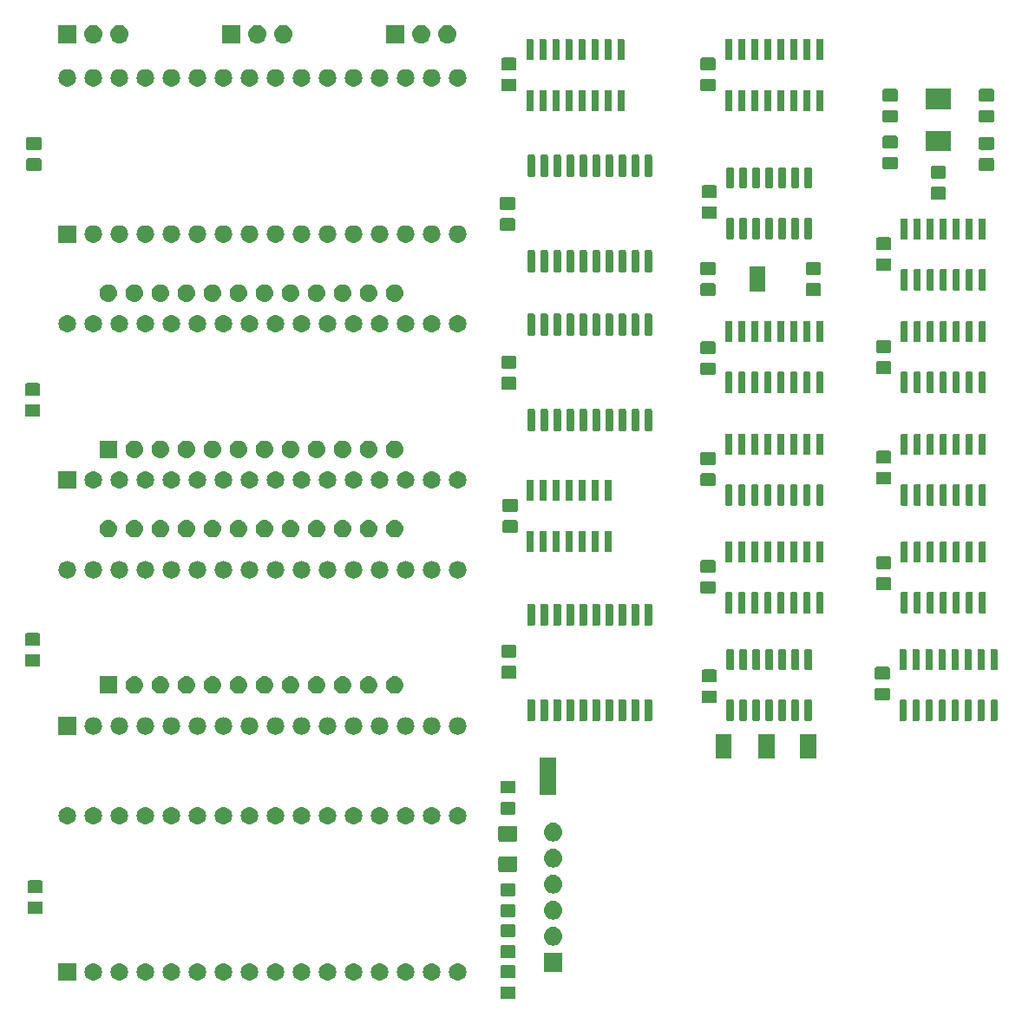
<source format=gbr>
G04 #@! TF.GenerationSoftware,KiCad,Pcbnew,(5.1.2-1)-1*
G04 #@! TF.CreationDate,2020-04-02T23:09:06+01:00*
G04 #@! TF.ProjectId,MZ80-ROMPG,4d5a3830-2d52-44f4-9d50-472e6b696361,rev?*
G04 #@! TF.SameCoordinates,Original*
G04 #@! TF.FileFunction,Soldermask,Top*
G04 #@! TF.FilePolarity,Negative*
%FSLAX46Y46*%
G04 Gerber Fmt 4.6, Leading zero omitted, Abs format (unit mm)*
G04 Created by KiCad (PCBNEW (5.1.2-1)-1) date 2020-04-02 23:09:06*
%MOMM*%
%LPD*%
G04 APERTURE LIST*
%ADD10C,0.100000*%
G04 APERTURE END LIST*
D10*
G36*
X149588674Y-125403465D02*
G01*
X149626367Y-125414899D01*
X149661103Y-125433466D01*
X149691548Y-125458452D01*
X149716534Y-125488897D01*
X149735101Y-125523633D01*
X149746535Y-125561326D01*
X149751000Y-125606661D01*
X149751000Y-126443339D01*
X149746535Y-126488674D01*
X149735101Y-126526367D01*
X149716534Y-126561103D01*
X149691548Y-126591548D01*
X149661103Y-126616534D01*
X149626367Y-126635101D01*
X149588674Y-126646535D01*
X149543339Y-126651000D01*
X148456661Y-126651000D01*
X148411326Y-126646535D01*
X148373633Y-126635101D01*
X148338897Y-126616534D01*
X148308452Y-126591548D01*
X148283466Y-126561103D01*
X148264899Y-126526367D01*
X148253465Y-126488674D01*
X148249000Y-126443339D01*
X148249000Y-125606661D01*
X148253465Y-125561326D01*
X148264899Y-125523633D01*
X148283466Y-125488897D01*
X148308452Y-125458452D01*
X148338897Y-125433466D01*
X148373633Y-125414899D01*
X148411326Y-125403465D01*
X148456661Y-125399000D01*
X149543339Y-125399000D01*
X149588674Y-125403465D01*
X149588674Y-125403465D01*
G37*
G36*
X141726823Y-123161313D02*
G01*
X141887242Y-123209976D01*
X142019906Y-123280886D01*
X142035078Y-123288996D01*
X142164659Y-123395341D01*
X142271004Y-123524922D01*
X142271005Y-123524924D01*
X142350024Y-123672758D01*
X142398687Y-123833177D01*
X142415117Y-124000000D01*
X142398687Y-124166823D01*
X142350024Y-124327242D01*
X142320795Y-124381925D01*
X142271004Y-124475078D01*
X142164659Y-124604659D01*
X142035078Y-124711004D01*
X142035076Y-124711005D01*
X141887242Y-124790024D01*
X141726823Y-124838687D01*
X141601804Y-124851000D01*
X141518196Y-124851000D01*
X141393177Y-124838687D01*
X141232758Y-124790024D01*
X141084924Y-124711005D01*
X141084922Y-124711004D01*
X140955341Y-124604659D01*
X140848996Y-124475078D01*
X140799205Y-124381925D01*
X140769976Y-124327242D01*
X140721313Y-124166823D01*
X140704883Y-124000000D01*
X140721313Y-123833177D01*
X140769976Y-123672758D01*
X140848995Y-123524924D01*
X140848996Y-123524922D01*
X140955341Y-123395341D01*
X141084922Y-123288996D01*
X141100094Y-123280886D01*
X141232758Y-123209976D01*
X141393177Y-123161313D01*
X141518196Y-123149000D01*
X141601804Y-123149000D01*
X141726823Y-123161313D01*
X141726823Y-123161313D01*
G37*
G36*
X139186823Y-123161313D02*
G01*
X139347242Y-123209976D01*
X139479906Y-123280886D01*
X139495078Y-123288996D01*
X139624659Y-123395341D01*
X139731004Y-123524922D01*
X139731005Y-123524924D01*
X139810024Y-123672758D01*
X139858687Y-123833177D01*
X139875117Y-124000000D01*
X139858687Y-124166823D01*
X139810024Y-124327242D01*
X139780795Y-124381925D01*
X139731004Y-124475078D01*
X139624659Y-124604659D01*
X139495078Y-124711004D01*
X139495076Y-124711005D01*
X139347242Y-124790024D01*
X139186823Y-124838687D01*
X139061804Y-124851000D01*
X138978196Y-124851000D01*
X138853177Y-124838687D01*
X138692758Y-124790024D01*
X138544924Y-124711005D01*
X138544922Y-124711004D01*
X138415341Y-124604659D01*
X138308996Y-124475078D01*
X138259205Y-124381925D01*
X138229976Y-124327242D01*
X138181313Y-124166823D01*
X138164883Y-124000000D01*
X138181313Y-123833177D01*
X138229976Y-123672758D01*
X138308995Y-123524924D01*
X138308996Y-123524922D01*
X138415341Y-123395341D01*
X138544922Y-123288996D01*
X138560094Y-123280886D01*
X138692758Y-123209976D01*
X138853177Y-123161313D01*
X138978196Y-123149000D01*
X139061804Y-123149000D01*
X139186823Y-123161313D01*
X139186823Y-123161313D01*
G37*
G36*
X136646823Y-123161313D02*
G01*
X136807242Y-123209976D01*
X136939906Y-123280886D01*
X136955078Y-123288996D01*
X137084659Y-123395341D01*
X137191004Y-123524922D01*
X137191005Y-123524924D01*
X137270024Y-123672758D01*
X137318687Y-123833177D01*
X137335117Y-124000000D01*
X137318687Y-124166823D01*
X137270024Y-124327242D01*
X137240795Y-124381925D01*
X137191004Y-124475078D01*
X137084659Y-124604659D01*
X136955078Y-124711004D01*
X136955076Y-124711005D01*
X136807242Y-124790024D01*
X136646823Y-124838687D01*
X136521804Y-124851000D01*
X136438196Y-124851000D01*
X136313177Y-124838687D01*
X136152758Y-124790024D01*
X136004924Y-124711005D01*
X136004922Y-124711004D01*
X135875341Y-124604659D01*
X135768996Y-124475078D01*
X135719205Y-124381925D01*
X135689976Y-124327242D01*
X135641313Y-124166823D01*
X135624883Y-124000000D01*
X135641313Y-123833177D01*
X135689976Y-123672758D01*
X135768995Y-123524924D01*
X135768996Y-123524922D01*
X135875341Y-123395341D01*
X136004922Y-123288996D01*
X136020094Y-123280886D01*
X136152758Y-123209976D01*
X136313177Y-123161313D01*
X136438196Y-123149000D01*
X136521804Y-123149000D01*
X136646823Y-123161313D01*
X136646823Y-123161313D01*
G37*
G36*
X134106823Y-123161313D02*
G01*
X134267242Y-123209976D01*
X134399906Y-123280886D01*
X134415078Y-123288996D01*
X134544659Y-123395341D01*
X134651004Y-123524922D01*
X134651005Y-123524924D01*
X134730024Y-123672758D01*
X134778687Y-123833177D01*
X134795117Y-124000000D01*
X134778687Y-124166823D01*
X134730024Y-124327242D01*
X134700795Y-124381925D01*
X134651004Y-124475078D01*
X134544659Y-124604659D01*
X134415078Y-124711004D01*
X134415076Y-124711005D01*
X134267242Y-124790024D01*
X134106823Y-124838687D01*
X133981804Y-124851000D01*
X133898196Y-124851000D01*
X133773177Y-124838687D01*
X133612758Y-124790024D01*
X133464924Y-124711005D01*
X133464922Y-124711004D01*
X133335341Y-124604659D01*
X133228996Y-124475078D01*
X133179205Y-124381925D01*
X133149976Y-124327242D01*
X133101313Y-124166823D01*
X133084883Y-124000000D01*
X133101313Y-123833177D01*
X133149976Y-123672758D01*
X133228995Y-123524924D01*
X133228996Y-123524922D01*
X133335341Y-123395341D01*
X133464922Y-123288996D01*
X133480094Y-123280886D01*
X133612758Y-123209976D01*
X133773177Y-123161313D01*
X133898196Y-123149000D01*
X133981804Y-123149000D01*
X134106823Y-123161313D01*
X134106823Y-123161313D01*
G37*
G36*
X131566823Y-123161313D02*
G01*
X131727242Y-123209976D01*
X131859906Y-123280886D01*
X131875078Y-123288996D01*
X132004659Y-123395341D01*
X132111004Y-123524922D01*
X132111005Y-123524924D01*
X132190024Y-123672758D01*
X132238687Y-123833177D01*
X132255117Y-124000000D01*
X132238687Y-124166823D01*
X132190024Y-124327242D01*
X132160795Y-124381925D01*
X132111004Y-124475078D01*
X132004659Y-124604659D01*
X131875078Y-124711004D01*
X131875076Y-124711005D01*
X131727242Y-124790024D01*
X131566823Y-124838687D01*
X131441804Y-124851000D01*
X131358196Y-124851000D01*
X131233177Y-124838687D01*
X131072758Y-124790024D01*
X130924924Y-124711005D01*
X130924922Y-124711004D01*
X130795341Y-124604659D01*
X130688996Y-124475078D01*
X130639205Y-124381925D01*
X130609976Y-124327242D01*
X130561313Y-124166823D01*
X130544883Y-124000000D01*
X130561313Y-123833177D01*
X130609976Y-123672758D01*
X130688995Y-123524924D01*
X130688996Y-123524922D01*
X130795341Y-123395341D01*
X130924922Y-123288996D01*
X130940094Y-123280886D01*
X131072758Y-123209976D01*
X131233177Y-123161313D01*
X131358196Y-123149000D01*
X131441804Y-123149000D01*
X131566823Y-123161313D01*
X131566823Y-123161313D01*
G37*
G36*
X129026823Y-123161313D02*
G01*
X129187242Y-123209976D01*
X129319906Y-123280886D01*
X129335078Y-123288996D01*
X129464659Y-123395341D01*
X129571004Y-123524922D01*
X129571005Y-123524924D01*
X129650024Y-123672758D01*
X129698687Y-123833177D01*
X129715117Y-124000000D01*
X129698687Y-124166823D01*
X129650024Y-124327242D01*
X129620795Y-124381925D01*
X129571004Y-124475078D01*
X129464659Y-124604659D01*
X129335078Y-124711004D01*
X129335076Y-124711005D01*
X129187242Y-124790024D01*
X129026823Y-124838687D01*
X128901804Y-124851000D01*
X128818196Y-124851000D01*
X128693177Y-124838687D01*
X128532758Y-124790024D01*
X128384924Y-124711005D01*
X128384922Y-124711004D01*
X128255341Y-124604659D01*
X128148996Y-124475078D01*
X128099205Y-124381925D01*
X128069976Y-124327242D01*
X128021313Y-124166823D01*
X128004883Y-124000000D01*
X128021313Y-123833177D01*
X128069976Y-123672758D01*
X128148995Y-123524924D01*
X128148996Y-123524922D01*
X128255341Y-123395341D01*
X128384922Y-123288996D01*
X128400094Y-123280886D01*
X128532758Y-123209976D01*
X128693177Y-123161313D01*
X128818196Y-123149000D01*
X128901804Y-123149000D01*
X129026823Y-123161313D01*
X129026823Y-123161313D01*
G37*
G36*
X126486823Y-123161313D02*
G01*
X126647242Y-123209976D01*
X126779906Y-123280886D01*
X126795078Y-123288996D01*
X126924659Y-123395341D01*
X127031004Y-123524922D01*
X127031005Y-123524924D01*
X127110024Y-123672758D01*
X127158687Y-123833177D01*
X127175117Y-124000000D01*
X127158687Y-124166823D01*
X127110024Y-124327242D01*
X127080795Y-124381925D01*
X127031004Y-124475078D01*
X126924659Y-124604659D01*
X126795078Y-124711004D01*
X126795076Y-124711005D01*
X126647242Y-124790024D01*
X126486823Y-124838687D01*
X126361804Y-124851000D01*
X126278196Y-124851000D01*
X126153177Y-124838687D01*
X125992758Y-124790024D01*
X125844924Y-124711005D01*
X125844922Y-124711004D01*
X125715341Y-124604659D01*
X125608996Y-124475078D01*
X125559205Y-124381925D01*
X125529976Y-124327242D01*
X125481313Y-124166823D01*
X125464883Y-124000000D01*
X125481313Y-123833177D01*
X125529976Y-123672758D01*
X125608995Y-123524924D01*
X125608996Y-123524922D01*
X125715341Y-123395341D01*
X125844922Y-123288996D01*
X125860094Y-123280886D01*
X125992758Y-123209976D01*
X126153177Y-123161313D01*
X126278196Y-123149000D01*
X126361804Y-123149000D01*
X126486823Y-123161313D01*
X126486823Y-123161313D01*
G37*
G36*
X123946823Y-123161313D02*
G01*
X124107242Y-123209976D01*
X124239906Y-123280886D01*
X124255078Y-123288996D01*
X124384659Y-123395341D01*
X124491004Y-123524922D01*
X124491005Y-123524924D01*
X124570024Y-123672758D01*
X124618687Y-123833177D01*
X124635117Y-124000000D01*
X124618687Y-124166823D01*
X124570024Y-124327242D01*
X124540795Y-124381925D01*
X124491004Y-124475078D01*
X124384659Y-124604659D01*
X124255078Y-124711004D01*
X124255076Y-124711005D01*
X124107242Y-124790024D01*
X123946823Y-124838687D01*
X123821804Y-124851000D01*
X123738196Y-124851000D01*
X123613177Y-124838687D01*
X123452758Y-124790024D01*
X123304924Y-124711005D01*
X123304922Y-124711004D01*
X123175341Y-124604659D01*
X123068996Y-124475078D01*
X123019205Y-124381925D01*
X122989976Y-124327242D01*
X122941313Y-124166823D01*
X122924883Y-124000000D01*
X122941313Y-123833177D01*
X122989976Y-123672758D01*
X123068995Y-123524924D01*
X123068996Y-123524922D01*
X123175341Y-123395341D01*
X123304922Y-123288996D01*
X123320094Y-123280886D01*
X123452758Y-123209976D01*
X123613177Y-123161313D01*
X123738196Y-123149000D01*
X123821804Y-123149000D01*
X123946823Y-123161313D01*
X123946823Y-123161313D01*
G37*
G36*
X121406823Y-123161313D02*
G01*
X121567242Y-123209976D01*
X121699906Y-123280886D01*
X121715078Y-123288996D01*
X121844659Y-123395341D01*
X121951004Y-123524922D01*
X121951005Y-123524924D01*
X122030024Y-123672758D01*
X122078687Y-123833177D01*
X122095117Y-124000000D01*
X122078687Y-124166823D01*
X122030024Y-124327242D01*
X122000795Y-124381925D01*
X121951004Y-124475078D01*
X121844659Y-124604659D01*
X121715078Y-124711004D01*
X121715076Y-124711005D01*
X121567242Y-124790024D01*
X121406823Y-124838687D01*
X121281804Y-124851000D01*
X121198196Y-124851000D01*
X121073177Y-124838687D01*
X120912758Y-124790024D01*
X120764924Y-124711005D01*
X120764922Y-124711004D01*
X120635341Y-124604659D01*
X120528996Y-124475078D01*
X120479205Y-124381925D01*
X120449976Y-124327242D01*
X120401313Y-124166823D01*
X120384883Y-124000000D01*
X120401313Y-123833177D01*
X120449976Y-123672758D01*
X120528995Y-123524924D01*
X120528996Y-123524922D01*
X120635341Y-123395341D01*
X120764922Y-123288996D01*
X120780094Y-123280886D01*
X120912758Y-123209976D01*
X121073177Y-123161313D01*
X121198196Y-123149000D01*
X121281804Y-123149000D01*
X121406823Y-123161313D01*
X121406823Y-123161313D01*
G37*
G36*
X118866823Y-123161313D02*
G01*
X119027242Y-123209976D01*
X119159906Y-123280886D01*
X119175078Y-123288996D01*
X119304659Y-123395341D01*
X119411004Y-123524922D01*
X119411005Y-123524924D01*
X119490024Y-123672758D01*
X119538687Y-123833177D01*
X119555117Y-124000000D01*
X119538687Y-124166823D01*
X119490024Y-124327242D01*
X119460795Y-124381925D01*
X119411004Y-124475078D01*
X119304659Y-124604659D01*
X119175078Y-124711004D01*
X119175076Y-124711005D01*
X119027242Y-124790024D01*
X118866823Y-124838687D01*
X118741804Y-124851000D01*
X118658196Y-124851000D01*
X118533177Y-124838687D01*
X118372758Y-124790024D01*
X118224924Y-124711005D01*
X118224922Y-124711004D01*
X118095341Y-124604659D01*
X117988996Y-124475078D01*
X117939205Y-124381925D01*
X117909976Y-124327242D01*
X117861313Y-124166823D01*
X117844883Y-124000000D01*
X117861313Y-123833177D01*
X117909976Y-123672758D01*
X117988995Y-123524924D01*
X117988996Y-123524922D01*
X118095341Y-123395341D01*
X118224922Y-123288996D01*
X118240094Y-123280886D01*
X118372758Y-123209976D01*
X118533177Y-123161313D01*
X118658196Y-123149000D01*
X118741804Y-123149000D01*
X118866823Y-123161313D01*
X118866823Y-123161313D01*
G37*
G36*
X116326823Y-123161313D02*
G01*
X116487242Y-123209976D01*
X116619906Y-123280886D01*
X116635078Y-123288996D01*
X116764659Y-123395341D01*
X116871004Y-123524922D01*
X116871005Y-123524924D01*
X116950024Y-123672758D01*
X116998687Y-123833177D01*
X117015117Y-124000000D01*
X116998687Y-124166823D01*
X116950024Y-124327242D01*
X116920795Y-124381925D01*
X116871004Y-124475078D01*
X116764659Y-124604659D01*
X116635078Y-124711004D01*
X116635076Y-124711005D01*
X116487242Y-124790024D01*
X116326823Y-124838687D01*
X116201804Y-124851000D01*
X116118196Y-124851000D01*
X115993177Y-124838687D01*
X115832758Y-124790024D01*
X115684924Y-124711005D01*
X115684922Y-124711004D01*
X115555341Y-124604659D01*
X115448996Y-124475078D01*
X115399205Y-124381925D01*
X115369976Y-124327242D01*
X115321313Y-124166823D01*
X115304883Y-124000000D01*
X115321313Y-123833177D01*
X115369976Y-123672758D01*
X115448995Y-123524924D01*
X115448996Y-123524922D01*
X115555341Y-123395341D01*
X115684922Y-123288996D01*
X115700094Y-123280886D01*
X115832758Y-123209976D01*
X115993177Y-123161313D01*
X116118196Y-123149000D01*
X116201804Y-123149000D01*
X116326823Y-123161313D01*
X116326823Y-123161313D01*
G37*
G36*
X113786823Y-123161313D02*
G01*
X113947242Y-123209976D01*
X114079906Y-123280886D01*
X114095078Y-123288996D01*
X114224659Y-123395341D01*
X114331004Y-123524922D01*
X114331005Y-123524924D01*
X114410024Y-123672758D01*
X114458687Y-123833177D01*
X114475117Y-124000000D01*
X114458687Y-124166823D01*
X114410024Y-124327242D01*
X114380795Y-124381925D01*
X114331004Y-124475078D01*
X114224659Y-124604659D01*
X114095078Y-124711004D01*
X114095076Y-124711005D01*
X113947242Y-124790024D01*
X113786823Y-124838687D01*
X113661804Y-124851000D01*
X113578196Y-124851000D01*
X113453177Y-124838687D01*
X113292758Y-124790024D01*
X113144924Y-124711005D01*
X113144922Y-124711004D01*
X113015341Y-124604659D01*
X112908996Y-124475078D01*
X112859205Y-124381925D01*
X112829976Y-124327242D01*
X112781313Y-124166823D01*
X112764883Y-124000000D01*
X112781313Y-123833177D01*
X112829976Y-123672758D01*
X112908995Y-123524924D01*
X112908996Y-123524922D01*
X113015341Y-123395341D01*
X113144922Y-123288996D01*
X113160094Y-123280886D01*
X113292758Y-123209976D01*
X113453177Y-123161313D01*
X113578196Y-123149000D01*
X113661804Y-123149000D01*
X113786823Y-123161313D01*
X113786823Y-123161313D01*
G37*
G36*
X111246823Y-123161313D02*
G01*
X111407242Y-123209976D01*
X111539906Y-123280886D01*
X111555078Y-123288996D01*
X111684659Y-123395341D01*
X111791004Y-123524922D01*
X111791005Y-123524924D01*
X111870024Y-123672758D01*
X111918687Y-123833177D01*
X111935117Y-124000000D01*
X111918687Y-124166823D01*
X111870024Y-124327242D01*
X111840795Y-124381925D01*
X111791004Y-124475078D01*
X111684659Y-124604659D01*
X111555078Y-124711004D01*
X111555076Y-124711005D01*
X111407242Y-124790024D01*
X111246823Y-124838687D01*
X111121804Y-124851000D01*
X111038196Y-124851000D01*
X110913177Y-124838687D01*
X110752758Y-124790024D01*
X110604924Y-124711005D01*
X110604922Y-124711004D01*
X110475341Y-124604659D01*
X110368996Y-124475078D01*
X110319205Y-124381925D01*
X110289976Y-124327242D01*
X110241313Y-124166823D01*
X110224883Y-124000000D01*
X110241313Y-123833177D01*
X110289976Y-123672758D01*
X110368995Y-123524924D01*
X110368996Y-123524922D01*
X110475341Y-123395341D01*
X110604922Y-123288996D01*
X110620094Y-123280886D01*
X110752758Y-123209976D01*
X110913177Y-123161313D01*
X111038196Y-123149000D01*
X111121804Y-123149000D01*
X111246823Y-123161313D01*
X111246823Y-123161313D01*
G37*
G36*
X108706823Y-123161313D02*
G01*
X108867242Y-123209976D01*
X108999906Y-123280886D01*
X109015078Y-123288996D01*
X109144659Y-123395341D01*
X109251004Y-123524922D01*
X109251005Y-123524924D01*
X109330024Y-123672758D01*
X109378687Y-123833177D01*
X109395117Y-124000000D01*
X109378687Y-124166823D01*
X109330024Y-124327242D01*
X109300795Y-124381925D01*
X109251004Y-124475078D01*
X109144659Y-124604659D01*
X109015078Y-124711004D01*
X109015076Y-124711005D01*
X108867242Y-124790024D01*
X108706823Y-124838687D01*
X108581804Y-124851000D01*
X108498196Y-124851000D01*
X108373177Y-124838687D01*
X108212758Y-124790024D01*
X108064924Y-124711005D01*
X108064922Y-124711004D01*
X107935341Y-124604659D01*
X107828996Y-124475078D01*
X107779205Y-124381925D01*
X107749976Y-124327242D01*
X107701313Y-124166823D01*
X107684883Y-124000000D01*
X107701313Y-123833177D01*
X107749976Y-123672758D01*
X107828995Y-123524924D01*
X107828996Y-123524922D01*
X107935341Y-123395341D01*
X108064922Y-123288996D01*
X108080094Y-123280886D01*
X108212758Y-123209976D01*
X108373177Y-123161313D01*
X108498196Y-123149000D01*
X108581804Y-123149000D01*
X108706823Y-123161313D01*
X108706823Y-123161313D01*
G37*
G36*
X106851000Y-124851000D02*
G01*
X105149000Y-124851000D01*
X105149000Y-123149000D01*
X106851000Y-123149000D01*
X106851000Y-124851000D01*
X106851000Y-124851000D01*
G37*
G36*
X144266823Y-123161313D02*
G01*
X144427242Y-123209976D01*
X144559906Y-123280886D01*
X144575078Y-123288996D01*
X144704659Y-123395341D01*
X144811004Y-123524922D01*
X144811005Y-123524924D01*
X144890024Y-123672758D01*
X144938687Y-123833177D01*
X144955117Y-124000000D01*
X144938687Y-124166823D01*
X144890024Y-124327242D01*
X144860795Y-124381925D01*
X144811004Y-124475078D01*
X144704659Y-124604659D01*
X144575078Y-124711004D01*
X144575076Y-124711005D01*
X144427242Y-124790024D01*
X144266823Y-124838687D01*
X144141804Y-124851000D01*
X144058196Y-124851000D01*
X143933177Y-124838687D01*
X143772758Y-124790024D01*
X143624924Y-124711005D01*
X143624922Y-124711004D01*
X143495341Y-124604659D01*
X143388996Y-124475078D01*
X143339205Y-124381925D01*
X143309976Y-124327242D01*
X143261313Y-124166823D01*
X143244883Y-124000000D01*
X143261313Y-123833177D01*
X143309976Y-123672758D01*
X143388995Y-123524924D01*
X143388996Y-123524922D01*
X143495341Y-123395341D01*
X143624922Y-123288996D01*
X143640094Y-123280886D01*
X143772758Y-123209976D01*
X143933177Y-123161313D01*
X144058196Y-123149000D01*
X144141804Y-123149000D01*
X144266823Y-123161313D01*
X144266823Y-123161313D01*
G37*
G36*
X149588674Y-123353465D02*
G01*
X149626367Y-123364899D01*
X149661103Y-123383466D01*
X149691548Y-123408452D01*
X149716534Y-123438897D01*
X149735101Y-123473633D01*
X149746535Y-123511326D01*
X149751000Y-123556661D01*
X149751000Y-124393339D01*
X149746535Y-124438674D01*
X149735101Y-124476367D01*
X149716534Y-124511103D01*
X149691548Y-124541548D01*
X149661103Y-124566534D01*
X149626367Y-124585101D01*
X149588674Y-124596535D01*
X149543339Y-124601000D01*
X148456661Y-124601000D01*
X148411326Y-124596535D01*
X148373633Y-124585101D01*
X148338897Y-124566534D01*
X148308452Y-124541548D01*
X148283466Y-124511103D01*
X148264899Y-124476367D01*
X148253465Y-124438674D01*
X148249000Y-124393339D01*
X148249000Y-123556661D01*
X148253465Y-123511326D01*
X148264899Y-123473633D01*
X148283466Y-123438897D01*
X148308452Y-123408452D01*
X148338897Y-123383466D01*
X148373633Y-123364899D01*
X148411326Y-123353465D01*
X148456661Y-123349000D01*
X149543339Y-123349000D01*
X149588674Y-123353465D01*
X149588674Y-123353465D01*
G37*
G36*
X154317000Y-123964000D02*
G01*
X152515000Y-123964000D01*
X152515000Y-122162000D01*
X154317000Y-122162000D01*
X154317000Y-123964000D01*
X154317000Y-123964000D01*
G37*
G36*
X149588674Y-121403465D02*
G01*
X149626367Y-121414899D01*
X149661103Y-121433466D01*
X149691548Y-121458452D01*
X149716534Y-121488897D01*
X149735101Y-121523633D01*
X149746535Y-121561326D01*
X149751000Y-121606661D01*
X149751000Y-122443339D01*
X149746535Y-122488674D01*
X149735101Y-122526367D01*
X149716534Y-122561103D01*
X149691548Y-122591548D01*
X149661103Y-122616534D01*
X149626367Y-122635101D01*
X149588674Y-122646535D01*
X149543339Y-122651000D01*
X148456661Y-122651000D01*
X148411326Y-122646535D01*
X148373633Y-122635101D01*
X148338897Y-122616534D01*
X148308452Y-122591548D01*
X148283466Y-122561103D01*
X148264899Y-122526367D01*
X148253465Y-122488674D01*
X148249000Y-122443339D01*
X148249000Y-121606661D01*
X148253465Y-121561326D01*
X148264899Y-121523633D01*
X148283466Y-121488897D01*
X148308452Y-121458452D01*
X148338897Y-121433466D01*
X148373633Y-121414899D01*
X148411326Y-121403465D01*
X148456661Y-121399000D01*
X149543339Y-121399000D01*
X149588674Y-121403465D01*
X149588674Y-121403465D01*
G37*
G36*
X153526442Y-119628518D02*
G01*
X153592627Y-119635037D01*
X153762466Y-119686557D01*
X153918991Y-119770222D01*
X153954729Y-119799552D01*
X154056186Y-119882814D01*
X154139448Y-119984271D01*
X154168778Y-120020009D01*
X154252443Y-120176534D01*
X154303963Y-120346373D01*
X154321359Y-120523000D01*
X154303963Y-120699627D01*
X154252443Y-120869466D01*
X154168778Y-121025991D01*
X154139448Y-121061729D01*
X154056186Y-121163186D01*
X153954729Y-121246448D01*
X153918991Y-121275778D01*
X153762466Y-121359443D01*
X153592627Y-121410963D01*
X153552663Y-121414899D01*
X153460260Y-121424000D01*
X153371740Y-121424000D01*
X153279337Y-121414899D01*
X153239373Y-121410963D01*
X153069534Y-121359443D01*
X152913009Y-121275778D01*
X152877271Y-121246448D01*
X152775814Y-121163186D01*
X152692552Y-121061729D01*
X152663222Y-121025991D01*
X152579557Y-120869466D01*
X152528037Y-120699627D01*
X152510641Y-120523000D01*
X152528037Y-120346373D01*
X152579557Y-120176534D01*
X152663222Y-120020009D01*
X152692552Y-119984271D01*
X152775814Y-119882814D01*
X152877271Y-119799552D01*
X152913009Y-119770222D01*
X153069534Y-119686557D01*
X153239373Y-119635037D01*
X153305558Y-119628518D01*
X153371740Y-119622000D01*
X153460260Y-119622000D01*
X153526442Y-119628518D01*
X153526442Y-119628518D01*
G37*
G36*
X149588674Y-119353465D02*
G01*
X149626367Y-119364899D01*
X149661103Y-119383466D01*
X149691548Y-119408452D01*
X149716534Y-119438897D01*
X149735101Y-119473633D01*
X149746535Y-119511326D01*
X149751000Y-119556661D01*
X149751000Y-120393339D01*
X149746535Y-120438674D01*
X149735101Y-120476367D01*
X149716534Y-120511103D01*
X149691548Y-120541548D01*
X149661103Y-120566534D01*
X149626367Y-120585101D01*
X149588674Y-120596535D01*
X149543339Y-120601000D01*
X148456661Y-120601000D01*
X148411326Y-120596535D01*
X148373633Y-120585101D01*
X148338897Y-120566534D01*
X148308452Y-120541548D01*
X148283466Y-120511103D01*
X148264899Y-120476367D01*
X148253465Y-120438674D01*
X148249000Y-120393339D01*
X148249000Y-119556661D01*
X148253465Y-119511326D01*
X148264899Y-119473633D01*
X148283466Y-119438897D01*
X148308452Y-119408452D01*
X148338897Y-119383466D01*
X148373633Y-119364899D01*
X148411326Y-119353465D01*
X148456661Y-119349000D01*
X149543339Y-119349000D01*
X149588674Y-119353465D01*
X149588674Y-119353465D01*
G37*
G36*
X153526442Y-117088518D02*
G01*
X153592627Y-117095037D01*
X153762466Y-117146557D01*
X153918991Y-117230222D01*
X153954729Y-117259552D01*
X154056186Y-117342814D01*
X154130581Y-117433466D01*
X154168778Y-117480009D01*
X154252443Y-117636534D01*
X154303963Y-117806373D01*
X154321359Y-117983000D01*
X154303963Y-118159627D01*
X154252443Y-118329466D01*
X154168778Y-118485991D01*
X154166576Y-118488674D01*
X154056186Y-118623186D01*
X153954729Y-118706448D01*
X153918991Y-118735778D01*
X153762466Y-118819443D01*
X153592627Y-118870963D01*
X153526442Y-118877482D01*
X153460260Y-118884000D01*
X153371740Y-118884000D01*
X153305558Y-118877482D01*
X153239373Y-118870963D01*
X153069534Y-118819443D01*
X152913009Y-118735778D01*
X152877271Y-118706448D01*
X152775814Y-118623186D01*
X152665424Y-118488674D01*
X152663222Y-118485991D01*
X152579557Y-118329466D01*
X152528037Y-118159627D01*
X152510641Y-117983000D01*
X152528037Y-117806373D01*
X152579557Y-117636534D01*
X152663222Y-117480009D01*
X152701419Y-117433466D01*
X152775814Y-117342814D01*
X152877271Y-117259552D01*
X152913009Y-117230222D01*
X153069534Y-117146557D01*
X153239373Y-117095037D01*
X153305558Y-117088518D01*
X153371740Y-117082000D01*
X153460260Y-117082000D01*
X153526442Y-117088518D01*
X153526442Y-117088518D01*
G37*
G36*
X149588674Y-117403465D02*
G01*
X149626367Y-117414899D01*
X149661103Y-117433466D01*
X149691548Y-117458452D01*
X149716534Y-117488897D01*
X149735101Y-117523633D01*
X149746535Y-117561326D01*
X149751000Y-117606661D01*
X149751000Y-118443339D01*
X149746535Y-118488674D01*
X149735101Y-118526367D01*
X149716534Y-118561103D01*
X149691548Y-118591548D01*
X149661103Y-118616534D01*
X149626367Y-118635101D01*
X149588674Y-118646535D01*
X149543339Y-118651000D01*
X148456661Y-118651000D01*
X148411326Y-118646535D01*
X148373633Y-118635101D01*
X148338897Y-118616534D01*
X148308452Y-118591548D01*
X148283466Y-118561103D01*
X148264899Y-118526367D01*
X148253465Y-118488674D01*
X148249000Y-118443339D01*
X148249000Y-117606661D01*
X148253465Y-117561326D01*
X148264899Y-117523633D01*
X148283466Y-117488897D01*
X148308452Y-117458452D01*
X148338897Y-117433466D01*
X148373633Y-117414899D01*
X148411326Y-117403465D01*
X148456661Y-117399000D01*
X149543339Y-117399000D01*
X149588674Y-117403465D01*
X149588674Y-117403465D01*
G37*
G36*
X103458674Y-117116465D02*
G01*
X103496367Y-117127899D01*
X103531103Y-117146466D01*
X103561548Y-117171452D01*
X103586534Y-117201897D01*
X103605101Y-117236633D01*
X103616535Y-117274326D01*
X103621000Y-117319661D01*
X103621000Y-118156339D01*
X103616535Y-118201674D01*
X103605101Y-118239367D01*
X103586534Y-118274103D01*
X103561548Y-118304548D01*
X103531103Y-118329534D01*
X103496367Y-118348101D01*
X103458674Y-118359535D01*
X103413339Y-118364000D01*
X102326661Y-118364000D01*
X102281326Y-118359535D01*
X102243633Y-118348101D01*
X102208897Y-118329534D01*
X102178452Y-118304548D01*
X102153466Y-118274103D01*
X102134899Y-118239367D01*
X102123465Y-118201674D01*
X102119000Y-118156339D01*
X102119000Y-117319661D01*
X102123465Y-117274326D01*
X102134899Y-117236633D01*
X102153466Y-117201897D01*
X102178452Y-117171452D01*
X102208897Y-117146466D01*
X102243633Y-117127899D01*
X102281326Y-117116465D01*
X102326661Y-117112000D01*
X103413339Y-117112000D01*
X103458674Y-117116465D01*
X103458674Y-117116465D01*
G37*
G36*
X149588674Y-115353465D02*
G01*
X149626367Y-115364899D01*
X149661103Y-115383466D01*
X149691548Y-115408452D01*
X149716534Y-115438897D01*
X149735101Y-115473633D01*
X149746535Y-115511326D01*
X149751000Y-115556661D01*
X149751000Y-116393339D01*
X149746535Y-116438674D01*
X149735101Y-116476367D01*
X149716534Y-116511103D01*
X149691548Y-116541548D01*
X149661103Y-116566534D01*
X149626367Y-116585101D01*
X149588674Y-116596535D01*
X149543339Y-116601000D01*
X148456661Y-116601000D01*
X148411326Y-116596535D01*
X148373633Y-116585101D01*
X148338897Y-116566534D01*
X148308452Y-116541548D01*
X148283466Y-116511103D01*
X148264899Y-116476367D01*
X148253465Y-116438674D01*
X148249000Y-116393339D01*
X148249000Y-115556661D01*
X148253465Y-115511326D01*
X148264899Y-115473633D01*
X148283466Y-115438897D01*
X148308452Y-115408452D01*
X148338897Y-115383466D01*
X148373633Y-115364899D01*
X148411326Y-115353465D01*
X148456661Y-115349000D01*
X149543339Y-115349000D01*
X149588674Y-115353465D01*
X149588674Y-115353465D01*
G37*
G36*
X153526443Y-114548519D02*
G01*
X153592627Y-114555037D01*
X153762466Y-114606557D01*
X153918991Y-114690222D01*
X153954729Y-114719552D01*
X154056186Y-114802814D01*
X154139448Y-114904271D01*
X154168778Y-114940009D01*
X154252443Y-115096534D01*
X154303963Y-115266373D01*
X154321359Y-115443000D01*
X154303963Y-115619627D01*
X154252443Y-115789466D01*
X154168778Y-115945991D01*
X154139448Y-115981729D01*
X154056186Y-116083186D01*
X153972732Y-116151674D01*
X153918991Y-116195778D01*
X153762466Y-116279443D01*
X153592627Y-116330963D01*
X153526442Y-116337482D01*
X153460260Y-116344000D01*
X153371740Y-116344000D01*
X153305558Y-116337482D01*
X153239373Y-116330963D01*
X153069534Y-116279443D01*
X152913009Y-116195778D01*
X152859268Y-116151674D01*
X152775814Y-116083186D01*
X152692552Y-115981729D01*
X152663222Y-115945991D01*
X152579557Y-115789466D01*
X152528037Y-115619627D01*
X152510641Y-115443000D01*
X152528037Y-115266373D01*
X152579557Y-115096534D01*
X152663222Y-114940009D01*
X152692552Y-114904271D01*
X152775814Y-114802814D01*
X152877271Y-114719552D01*
X152913009Y-114690222D01*
X153069534Y-114606557D01*
X153239373Y-114555037D01*
X153305557Y-114548519D01*
X153371740Y-114542000D01*
X153460260Y-114542000D01*
X153526443Y-114548519D01*
X153526443Y-114548519D01*
G37*
G36*
X103458674Y-115066465D02*
G01*
X103496367Y-115077899D01*
X103531103Y-115096466D01*
X103561548Y-115121452D01*
X103586534Y-115151897D01*
X103605101Y-115186633D01*
X103616535Y-115224326D01*
X103621000Y-115269661D01*
X103621000Y-116106339D01*
X103616535Y-116151674D01*
X103605101Y-116189367D01*
X103586534Y-116224103D01*
X103561548Y-116254548D01*
X103531103Y-116279534D01*
X103496367Y-116298101D01*
X103458674Y-116309535D01*
X103413339Y-116314000D01*
X102326661Y-116314000D01*
X102281326Y-116309535D01*
X102243633Y-116298101D01*
X102208897Y-116279534D01*
X102178452Y-116254548D01*
X102153466Y-116224103D01*
X102134899Y-116189367D01*
X102123465Y-116151674D01*
X102119000Y-116106339D01*
X102119000Y-115269661D01*
X102123465Y-115224326D01*
X102134899Y-115186633D01*
X102153466Y-115151897D01*
X102178452Y-115121452D01*
X102208897Y-115096466D01*
X102243633Y-115077899D01*
X102281326Y-115066465D01*
X102326661Y-115062000D01*
X103413339Y-115062000D01*
X103458674Y-115066465D01*
X103458674Y-115066465D01*
G37*
G36*
X149775562Y-112728181D02*
G01*
X149810481Y-112738774D01*
X149842663Y-112755976D01*
X149870873Y-112779127D01*
X149894024Y-112807337D01*
X149911226Y-112839519D01*
X149921819Y-112874438D01*
X149926000Y-112916895D01*
X149926000Y-114058105D01*
X149921819Y-114100562D01*
X149911226Y-114135481D01*
X149894024Y-114167663D01*
X149870873Y-114195873D01*
X149842663Y-114219024D01*
X149810481Y-114236226D01*
X149775562Y-114246819D01*
X149733105Y-114251000D01*
X148266895Y-114251000D01*
X148224438Y-114246819D01*
X148189519Y-114236226D01*
X148157337Y-114219024D01*
X148129127Y-114195873D01*
X148105976Y-114167663D01*
X148088774Y-114135481D01*
X148078181Y-114100562D01*
X148074000Y-114058105D01*
X148074000Y-112916895D01*
X148078181Y-112874438D01*
X148088774Y-112839519D01*
X148105976Y-112807337D01*
X148129127Y-112779127D01*
X148157337Y-112755976D01*
X148189519Y-112738774D01*
X148224438Y-112728181D01*
X148266895Y-112724000D01*
X149733105Y-112724000D01*
X149775562Y-112728181D01*
X149775562Y-112728181D01*
G37*
G36*
X153526442Y-112008518D02*
G01*
X153592627Y-112015037D01*
X153762466Y-112066557D01*
X153918991Y-112150222D01*
X153954729Y-112179552D01*
X154056186Y-112262814D01*
X154139448Y-112364271D01*
X154168778Y-112400009D01*
X154252443Y-112556534D01*
X154303963Y-112726373D01*
X154321359Y-112903000D01*
X154303963Y-113079627D01*
X154252443Y-113249466D01*
X154168778Y-113405991D01*
X154139448Y-113441729D01*
X154056186Y-113543186D01*
X153954729Y-113626448D01*
X153918991Y-113655778D01*
X153762466Y-113739443D01*
X153592627Y-113790963D01*
X153526442Y-113797482D01*
X153460260Y-113804000D01*
X153371740Y-113804000D01*
X153305558Y-113797482D01*
X153239373Y-113790963D01*
X153069534Y-113739443D01*
X152913009Y-113655778D01*
X152877271Y-113626448D01*
X152775814Y-113543186D01*
X152692552Y-113441729D01*
X152663222Y-113405991D01*
X152579557Y-113249466D01*
X152528037Y-113079627D01*
X152510641Y-112903000D01*
X152528037Y-112726373D01*
X152579557Y-112556534D01*
X152663222Y-112400009D01*
X152692552Y-112364271D01*
X152775814Y-112262814D01*
X152877271Y-112179552D01*
X152913009Y-112150222D01*
X153069534Y-112066557D01*
X153239373Y-112015037D01*
X153305558Y-112008518D01*
X153371740Y-112002000D01*
X153460260Y-112002000D01*
X153526442Y-112008518D01*
X153526442Y-112008518D01*
G37*
G36*
X149775562Y-109753181D02*
G01*
X149810481Y-109763774D01*
X149842663Y-109780976D01*
X149870873Y-109804127D01*
X149894024Y-109832337D01*
X149911226Y-109864519D01*
X149921819Y-109899438D01*
X149926000Y-109941895D01*
X149926000Y-111083105D01*
X149921819Y-111125562D01*
X149911226Y-111160481D01*
X149894024Y-111192663D01*
X149870873Y-111220873D01*
X149842663Y-111244024D01*
X149810481Y-111261226D01*
X149775562Y-111271819D01*
X149733105Y-111276000D01*
X148266895Y-111276000D01*
X148224438Y-111271819D01*
X148189519Y-111261226D01*
X148157337Y-111244024D01*
X148129127Y-111220873D01*
X148105976Y-111192663D01*
X148088774Y-111160481D01*
X148078181Y-111125562D01*
X148074000Y-111083105D01*
X148074000Y-109941895D01*
X148078181Y-109899438D01*
X148088774Y-109864519D01*
X148105976Y-109832337D01*
X148129127Y-109804127D01*
X148157337Y-109780976D01*
X148189519Y-109763774D01*
X148224438Y-109753181D01*
X148266895Y-109749000D01*
X149733105Y-109749000D01*
X149775562Y-109753181D01*
X149775562Y-109753181D01*
G37*
G36*
X153526443Y-109468519D02*
G01*
X153592627Y-109475037D01*
X153762466Y-109526557D01*
X153918991Y-109610222D01*
X153954729Y-109639552D01*
X154056186Y-109722814D01*
X154114727Y-109794148D01*
X154168778Y-109860009D01*
X154252443Y-110016534D01*
X154303963Y-110186373D01*
X154321359Y-110363000D01*
X154303963Y-110539627D01*
X154252443Y-110709466D01*
X154168778Y-110865991D01*
X154139448Y-110901729D01*
X154056186Y-111003186D01*
X153986507Y-111060369D01*
X153918991Y-111115778D01*
X153762466Y-111199443D01*
X153592627Y-111250963D01*
X153526443Y-111257481D01*
X153460260Y-111264000D01*
X153371740Y-111264000D01*
X153305557Y-111257481D01*
X153239373Y-111250963D01*
X153069534Y-111199443D01*
X152913009Y-111115778D01*
X152845493Y-111060369D01*
X152775814Y-111003186D01*
X152692552Y-110901729D01*
X152663222Y-110865991D01*
X152579557Y-110709466D01*
X152528037Y-110539627D01*
X152510641Y-110363000D01*
X152528037Y-110186373D01*
X152579557Y-110016534D01*
X152663222Y-109860009D01*
X152717273Y-109794148D01*
X152775814Y-109722814D01*
X152877271Y-109639552D01*
X152913009Y-109610222D01*
X153069534Y-109526557D01*
X153239373Y-109475037D01*
X153305557Y-109468519D01*
X153371740Y-109462000D01*
X153460260Y-109462000D01*
X153526443Y-109468519D01*
X153526443Y-109468519D01*
G37*
G36*
X116326823Y-107921313D02*
G01*
X116487242Y-107969976D01*
X116619906Y-108040886D01*
X116635078Y-108048996D01*
X116764659Y-108155341D01*
X116871004Y-108284922D01*
X116871005Y-108284924D01*
X116950024Y-108432758D01*
X116998687Y-108593177D01*
X117015117Y-108760000D01*
X116998687Y-108926823D01*
X116950024Y-109087242D01*
X116879114Y-109219906D01*
X116871004Y-109235078D01*
X116764659Y-109364659D01*
X116635078Y-109471004D01*
X116635076Y-109471005D01*
X116487242Y-109550024D01*
X116326823Y-109598687D01*
X116201804Y-109611000D01*
X116118196Y-109611000D01*
X115993177Y-109598687D01*
X115832758Y-109550024D01*
X115684924Y-109471005D01*
X115684922Y-109471004D01*
X115555341Y-109364659D01*
X115448996Y-109235078D01*
X115440886Y-109219906D01*
X115369976Y-109087242D01*
X115321313Y-108926823D01*
X115304883Y-108760000D01*
X115321313Y-108593177D01*
X115369976Y-108432758D01*
X115448995Y-108284924D01*
X115448996Y-108284922D01*
X115555341Y-108155341D01*
X115684922Y-108048996D01*
X115700094Y-108040886D01*
X115832758Y-107969976D01*
X115993177Y-107921313D01*
X116118196Y-107909000D01*
X116201804Y-107909000D01*
X116326823Y-107921313D01*
X116326823Y-107921313D01*
G37*
G36*
X126486823Y-107921313D02*
G01*
X126647242Y-107969976D01*
X126779906Y-108040886D01*
X126795078Y-108048996D01*
X126924659Y-108155341D01*
X127031004Y-108284922D01*
X127031005Y-108284924D01*
X127110024Y-108432758D01*
X127158687Y-108593177D01*
X127175117Y-108760000D01*
X127158687Y-108926823D01*
X127110024Y-109087242D01*
X127039114Y-109219906D01*
X127031004Y-109235078D01*
X126924659Y-109364659D01*
X126795078Y-109471004D01*
X126795076Y-109471005D01*
X126647242Y-109550024D01*
X126486823Y-109598687D01*
X126361804Y-109611000D01*
X126278196Y-109611000D01*
X126153177Y-109598687D01*
X125992758Y-109550024D01*
X125844924Y-109471005D01*
X125844922Y-109471004D01*
X125715341Y-109364659D01*
X125608996Y-109235078D01*
X125600886Y-109219906D01*
X125529976Y-109087242D01*
X125481313Y-108926823D01*
X125464883Y-108760000D01*
X125481313Y-108593177D01*
X125529976Y-108432758D01*
X125608995Y-108284924D01*
X125608996Y-108284922D01*
X125715341Y-108155341D01*
X125844922Y-108048996D01*
X125860094Y-108040886D01*
X125992758Y-107969976D01*
X126153177Y-107921313D01*
X126278196Y-107909000D01*
X126361804Y-107909000D01*
X126486823Y-107921313D01*
X126486823Y-107921313D01*
G37*
G36*
X106166823Y-107921313D02*
G01*
X106327242Y-107969976D01*
X106459906Y-108040886D01*
X106475078Y-108048996D01*
X106604659Y-108155341D01*
X106711004Y-108284922D01*
X106711005Y-108284924D01*
X106790024Y-108432758D01*
X106838687Y-108593177D01*
X106855117Y-108760000D01*
X106838687Y-108926823D01*
X106790024Y-109087242D01*
X106719114Y-109219906D01*
X106711004Y-109235078D01*
X106604659Y-109364659D01*
X106475078Y-109471004D01*
X106475076Y-109471005D01*
X106327242Y-109550024D01*
X106166823Y-109598687D01*
X106041804Y-109611000D01*
X105958196Y-109611000D01*
X105833177Y-109598687D01*
X105672758Y-109550024D01*
X105524924Y-109471005D01*
X105524922Y-109471004D01*
X105395341Y-109364659D01*
X105288996Y-109235078D01*
X105280886Y-109219906D01*
X105209976Y-109087242D01*
X105161313Y-108926823D01*
X105144883Y-108760000D01*
X105161313Y-108593177D01*
X105209976Y-108432758D01*
X105288995Y-108284924D01*
X105288996Y-108284922D01*
X105395341Y-108155341D01*
X105524922Y-108048996D01*
X105540094Y-108040886D01*
X105672758Y-107969976D01*
X105833177Y-107921313D01*
X105958196Y-107909000D01*
X106041804Y-107909000D01*
X106166823Y-107921313D01*
X106166823Y-107921313D01*
G37*
G36*
X108706823Y-107921313D02*
G01*
X108867242Y-107969976D01*
X108999906Y-108040886D01*
X109015078Y-108048996D01*
X109144659Y-108155341D01*
X109251004Y-108284922D01*
X109251005Y-108284924D01*
X109330024Y-108432758D01*
X109378687Y-108593177D01*
X109395117Y-108760000D01*
X109378687Y-108926823D01*
X109330024Y-109087242D01*
X109259114Y-109219906D01*
X109251004Y-109235078D01*
X109144659Y-109364659D01*
X109015078Y-109471004D01*
X109015076Y-109471005D01*
X108867242Y-109550024D01*
X108706823Y-109598687D01*
X108581804Y-109611000D01*
X108498196Y-109611000D01*
X108373177Y-109598687D01*
X108212758Y-109550024D01*
X108064924Y-109471005D01*
X108064922Y-109471004D01*
X107935341Y-109364659D01*
X107828996Y-109235078D01*
X107820886Y-109219906D01*
X107749976Y-109087242D01*
X107701313Y-108926823D01*
X107684883Y-108760000D01*
X107701313Y-108593177D01*
X107749976Y-108432758D01*
X107828995Y-108284924D01*
X107828996Y-108284922D01*
X107935341Y-108155341D01*
X108064922Y-108048996D01*
X108080094Y-108040886D01*
X108212758Y-107969976D01*
X108373177Y-107921313D01*
X108498196Y-107909000D01*
X108581804Y-107909000D01*
X108706823Y-107921313D01*
X108706823Y-107921313D01*
G37*
G36*
X111246823Y-107921313D02*
G01*
X111407242Y-107969976D01*
X111539906Y-108040886D01*
X111555078Y-108048996D01*
X111684659Y-108155341D01*
X111791004Y-108284922D01*
X111791005Y-108284924D01*
X111870024Y-108432758D01*
X111918687Y-108593177D01*
X111935117Y-108760000D01*
X111918687Y-108926823D01*
X111870024Y-109087242D01*
X111799114Y-109219906D01*
X111791004Y-109235078D01*
X111684659Y-109364659D01*
X111555078Y-109471004D01*
X111555076Y-109471005D01*
X111407242Y-109550024D01*
X111246823Y-109598687D01*
X111121804Y-109611000D01*
X111038196Y-109611000D01*
X110913177Y-109598687D01*
X110752758Y-109550024D01*
X110604924Y-109471005D01*
X110604922Y-109471004D01*
X110475341Y-109364659D01*
X110368996Y-109235078D01*
X110360886Y-109219906D01*
X110289976Y-109087242D01*
X110241313Y-108926823D01*
X110224883Y-108760000D01*
X110241313Y-108593177D01*
X110289976Y-108432758D01*
X110368995Y-108284924D01*
X110368996Y-108284922D01*
X110475341Y-108155341D01*
X110604922Y-108048996D01*
X110620094Y-108040886D01*
X110752758Y-107969976D01*
X110913177Y-107921313D01*
X111038196Y-107909000D01*
X111121804Y-107909000D01*
X111246823Y-107921313D01*
X111246823Y-107921313D01*
G37*
G36*
X113786823Y-107921313D02*
G01*
X113947242Y-107969976D01*
X114079906Y-108040886D01*
X114095078Y-108048996D01*
X114224659Y-108155341D01*
X114331004Y-108284922D01*
X114331005Y-108284924D01*
X114410024Y-108432758D01*
X114458687Y-108593177D01*
X114475117Y-108760000D01*
X114458687Y-108926823D01*
X114410024Y-109087242D01*
X114339114Y-109219906D01*
X114331004Y-109235078D01*
X114224659Y-109364659D01*
X114095078Y-109471004D01*
X114095076Y-109471005D01*
X113947242Y-109550024D01*
X113786823Y-109598687D01*
X113661804Y-109611000D01*
X113578196Y-109611000D01*
X113453177Y-109598687D01*
X113292758Y-109550024D01*
X113144924Y-109471005D01*
X113144922Y-109471004D01*
X113015341Y-109364659D01*
X112908996Y-109235078D01*
X112900886Y-109219906D01*
X112829976Y-109087242D01*
X112781313Y-108926823D01*
X112764883Y-108760000D01*
X112781313Y-108593177D01*
X112829976Y-108432758D01*
X112908995Y-108284924D01*
X112908996Y-108284922D01*
X113015341Y-108155341D01*
X113144922Y-108048996D01*
X113160094Y-108040886D01*
X113292758Y-107969976D01*
X113453177Y-107921313D01*
X113578196Y-107909000D01*
X113661804Y-107909000D01*
X113786823Y-107921313D01*
X113786823Y-107921313D01*
G37*
G36*
X144266823Y-107921313D02*
G01*
X144427242Y-107969976D01*
X144559906Y-108040886D01*
X144575078Y-108048996D01*
X144704659Y-108155341D01*
X144811004Y-108284922D01*
X144811005Y-108284924D01*
X144890024Y-108432758D01*
X144938687Y-108593177D01*
X144955117Y-108760000D01*
X144938687Y-108926823D01*
X144890024Y-109087242D01*
X144819114Y-109219906D01*
X144811004Y-109235078D01*
X144704659Y-109364659D01*
X144575078Y-109471004D01*
X144575076Y-109471005D01*
X144427242Y-109550024D01*
X144266823Y-109598687D01*
X144141804Y-109611000D01*
X144058196Y-109611000D01*
X143933177Y-109598687D01*
X143772758Y-109550024D01*
X143624924Y-109471005D01*
X143624922Y-109471004D01*
X143495341Y-109364659D01*
X143388996Y-109235078D01*
X143380886Y-109219906D01*
X143309976Y-109087242D01*
X143261313Y-108926823D01*
X143244883Y-108760000D01*
X143261313Y-108593177D01*
X143309976Y-108432758D01*
X143388995Y-108284924D01*
X143388996Y-108284922D01*
X143495341Y-108155341D01*
X143624922Y-108048996D01*
X143640094Y-108040886D01*
X143772758Y-107969976D01*
X143933177Y-107921313D01*
X144058196Y-107909000D01*
X144141804Y-107909000D01*
X144266823Y-107921313D01*
X144266823Y-107921313D01*
G37*
G36*
X141726823Y-107921313D02*
G01*
X141887242Y-107969976D01*
X142019906Y-108040886D01*
X142035078Y-108048996D01*
X142164659Y-108155341D01*
X142271004Y-108284922D01*
X142271005Y-108284924D01*
X142350024Y-108432758D01*
X142398687Y-108593177D01*
X142415117Y-108760000D01*
X142398687Y-108926823D01*
X142350024Y-109087242D01*
X142279114Y-109219906D01*
X142271004Y-109235078D01*
X142164659Y-109364659D01*
X142035078Y-109471004D01*
X142035076Y-109471005D01*
X141887242Y-109550024D01*
X141726823Y-109598687D01*
X141601804Y-109611000D01*
X141518196Y-109611000D01*
X141393177Y-109598687D01*
X141232758Y-109550024D01*
X141084924Y-109471005D01*
X141084922Y-109471004D01*
X140955341Y-109364659D01*
X140848996Y-109235078D01*
X140840886Y-109219906D01*
X140769976Y-109087242D01*
X140721313Y-108926823D01*
X140704883Y-108760000D01*
X140721313Y-108593177D01*
X140769976Y-108432758D01*
X140848995Y-108284924D01*
X140848996Y-108284922D01*
X140955341Y-108155341D01*
X141084922Y-108048996D01*
X141100094Y-108040886D01*
X141232758Y-107969976D01*
X141393177Y-107921313D01*
X141518196Y-107909000D01*
X141601804Y-107909000D01*
X141726823Y-107921313D01*
X141726823Y-107921313D01*
G37*
G36*
X118866823Y-107921313D02*
G01*
X119027242Y-107969976D01*
X119159906Y-108040886D01*
X119175078Y-108048996D01*
X119304659Y-108155341D01*
X119411004Y-108284922D01*
X119411005Y-108284924D01*
X119490024Y-108432758D01*
X119538687Y-108593177D01*
X119555117Y-108760000D01*
X119538687Y-108926823D01*
X119490024Y-109087242D01*
X119419114Y-109219906D01*
X119411004Y-109235078D01*
X119304659Y-109364659D01*
X119175078Y-109471004D01*
X119175076Y-109471005D01*
X119027242Y-109550024D01*
X118866823Y-109598687D01*
X118741804Y-109611000D01*
X118658196Y-109611000D01*
X118533177Y-109598687D01*
X118372758Y-109550024D01*
X118224924Y-109471005D01*
X118224922Y-109471004D01*
X118095341Y-109364659D01*
X117988996Y-109235078D01*
X117980886Y-109219906D01*
X117909976Y-109087242D01*
X117861313Y-108926823D01*
X117844883Y-108760000D01*
X117861313Y-108593177D01*
X117909976Y-108432758D01*
X117988995Y-108284924D01*
X117988996Y-108284922D01*
X118095341Y-108155341D01*
X118224922Y-108048996D01*
X118240094Y-108040886D01*
X118372758Y-107969976D01*
X118533177Y-107921313D01*
X118658196Y-107909000D01*
X118741804Y-107909000D01*
X118866823Y-107921313D01*
X118866823Y-107921313D01*
G37*
G36*
X139186823Y-107921313D02*
G01*
X139347242Y-107969976D01*
X139479906Y-108040886D01*
X139495078Y-108048996D01*
X139624659Y-108155341D01*
X139731004Y-108284922D01*
X139731005Y-108284924D01*
X139810024Y-108432758D01*
X139858687Y-108593177D01*
X139875117Y-108760000D01*
X139858687Y-108926823D01*
X139810024Y-109087242D01*
X139739114Y-109219906D01*
X139731004Y-109235078D01*
X139624659Y-109364659D01*
X139495078Y-109471004D01*
X139495076Y-109471005D01*
X139347242Y-109550024D01*
X139186823Y-109598687D01*
X139061804Y-109611000D01*
X138978196Y-109611000D01*
X138853177Y-109598687D01*
X138692758Y-109550024D01*
X138544924Y-109471005D01*
X138544922Y-109471004D01*
X138415341Y-109364659D01*
X138308996Y-109235078D01*
X138300886Y-109219906D01*
X138229976Y-109087242D01*
X138181313Y-108926823D01*
X138164883Y-108760000D01*
X138181313Y-108593177D01*
X138229976Y-108432758D01*
X138308995Y-108284924D01*
X138308996Y-108284922D01*
X138415341Y-108155341D01*
X138544922Y-108048996D01*
X138560094Y-108040886D01*
X138692758Y-107969976D01*
X138853177Y-107921313D01*
X138978196Y-107909000D01*
X139061804Y-107909000D01*
X139186823Y-107921313D01*
X139186823Y-107921313D01*
G37*
G36*
X121406823Y-107921313D02*
G01*
X121567242Y-107969976D01*
X121699906Y-108040886D01*
X121715078Y-108048996D01*
X121844659Y-108155341D01*
X121951004Y-108284922D01*
X121951005Y-108284924D01*
X122030024Y-108432758D01*
X122078687Y-108593177D01*
X122095117Y-108760000D01*
X122078687Y-108926823D01*
X122030024Y-109087242D01*
X121959114Y-109219906D01*
X121951004Y-109235078D01*
X121844659Y-109364659D01*
X121715078Y-109471004D01*
X121715076Y-109471005D01*
X121567242Y-109550024D01*
X121406823Y-109598687D01*
X121281804Y-109611000D01*
X121198196Y-109611000D01*
X121073177Y-109598687D01*
X120912758Y-109550024D01*
X120764924Y-109471005D01*
X120764922Y-109471004D01*
X120635341Y-109364659D01*
X120528996Y-109235078D01*
X120520886Y-109219906D01*
X120449976Y-109087242D01*
X120401313Y-108926823D01*
X120384883Y-108760000D01*
X120401313Y-108593177D01*
X120449976Y-108432758D01*
X120528995Y-108284924D01*
X120528996Y-108284922D01*
X120635341Y-108155341D01*
X120764922Y-108048996D01*
X120780094Y-108040886D01*
X120912758Y-107969976D01*
X121073177Y-107921313D01*
X121198196Y-107909000D01*
X121281804Y-107909000D01*
X121406823Y-107921313D01*
X121406823Y-107921313D01*
G37*
G36*
X136646823Y-107921313D02*
G01*
X136807242Y-107969976D01*
X136939906Y-108040886D01*
X136955078Y-108048996D01*
X137084659Y-108155341D01*
X137191004Y-108284922D01*
X137191005Y-108284924D01*
X137270024Y-108432758D01*
X137318687Y-108593177D01*
X137335117Y-108760000D01*
X137318687Y-108926823D01*
X137270024Y-109087242D01*
X137199114Y-109219906D01*
X137191004Y-109235078D01*
X137084659Y-109364659D01*
X136955078Y-109471004D01*
X136955076Y-109471005D01*
X136807242Y-109550024D01*
X136646823Y-109598687D01*
X136521804Y-109611000D01*
X136438196Y-109611000D01*
X136313177Y-109598687D01*
X136152758Y-109550024D01*
X136004924Y-109471005D01*
X136004922Y-109471004D01*
X135875341Y-109364659D01*
X135768996Y-109235078D01*
X135760886Y-109219906D01*
X135689976Y-109087242D01*
X135641313Y-108926823D01*
X135624883Y-108760000D01*
X135641313Y-108593177D01*
X135689976Y-108432758D01*
X135768995Y-108284924D01*
X135768996Y-108284922D01*
X135875341Y-108155341D01*
X136004922Y-108048996D01*
X136020094Y-108040886D01*
X136152758Y-107969976D01*
X136313177Y-107921313D01*
X136438196Y-107909000D01*
X136521804Y-107909000D01*
X136646823Y-107921313D01*
X136646823Y-107921313D01*
G37*
G36*
X123946823Y-107921313D02*
G01*
X124107242Y-107969976D01*
X124239906Y-108040886D01*
X124255078Y-108048996D01*
X124384659Y-108155341D01*
X124491004Y-108284922D01*
X124491005Y-108284924D01*
X124570024Y-108432758D01*
X124618687Y-108593177D01*
X124635117Y-108760000D01*
X124618687Y-108926823D01*
X124570024Y-109087242D01*
X124499114Y-109219906D01*
X124491004Y-109235078D01*
X124384659Y-109364659D01*
X124255078Y-109471004D01*
X124255076Y-109471005D01*
X124107242Y-109550024D01*
X123946823Y-109598687D01*
X123821804Y-109611000D01*
X123738196Y-109611000D01*
X123613177Y-109598687D01*
X123452758Y-109550024D01*
X123304924Y-109471005D01*
X123304922Y-109471004D01*
X123175341Y-109364659D01*
X123068996Y-109235078D01*
X123060886Y-109219906D01*
X122989976Y-109087242D01*
X122941313Y-108926823D01*
X122924883Y-108760000D01*
X122941313Y-108593177D01*
X122989976Y-108432758D01*
X123068995Y-108284924D01*
X123068996Y-108284922D01*
X123175341Y-108155341D01*
X123304922Y-108048996D01*
X123320094Y-108040886D01*
X123452758Y-107969976D01*
X123613177Y-107921313D01*
X123738196Y-107909000D01*
X123821804Y-107909000D01*
X123946823Y-107921313D01*
X123946823Y-107921313D01*
G37*
G36*
X134106823Y-107921313D02*
G01*
X134267242Y-107969976D01*
X134399906Y-108040886D01*
X134415078Y-108048996D01*
X134544659Y-108155341D01*
X134651004Y-108284922D01*
X134651005Y-108284924D01*
X134730024Y-108432758D01*
X134778687Y-108593177D01*
X134795117Y-108760000D01*
X134778687Y-108926823D01*
X134730024Y-109087242D01*
X134659114Y-109219906D01*
X134651004Y-109235078D01*
X134544659Y-109364659D01*
X134415078Y-109471004D01*
X134415076Y-109471005D01*
X134267242Y-109550024D01*
X134106823Y-109598687D01*
X133981804Y-109611000D01*
X133898196Y-109611000D01*
X133773177Y-109598687D01*
X133612758Y-109550024D01*
X133464924Y-109471005D01*
X133464922Y-109471004D01*
X133335341Y-109364659D01*
X133228996Y-109235078D01*
X133220886Y-109219906D01*
X133149976Y-109087242D01*
X133101313Y-108926823D01*
X133084883Y-108760000D01*
X133101313Y-108593177D01*
X133149976Y-108432758D01*
X133228995Y-108284924D01*
X133228996Y-108284922D01*
X133335341Y-108155341D01*
X133464922Y-108048996D01*
X133480094Y-108040886D01*
X133612758Y-107969976D01*
X133773177Y-107921313D01*
X133898196Y-107909000D01*
X133981804Y-107909000D01*
X134106823Y-107921313D01*
X134106823Y-107921313D01*
G37*
G36*
X131566823Y-107921313D02*
G01*
X131727242Y-107969976D01*
X131859906Y-108040886D01*
X131875078Y-108048996D01*
X132004659Y-108155341D01*
X132111004Y-108284922D01*
X132111005Y-108284924D01*
X132190024Y-108432758D01*
X132238687Y-108593177D01*
X132255117Y-108760000D01*
X132238687Y-108926823D01*
X132190024Y-109087242D01*
X132119114Y-109219906D01*
X132111004Y-109235078D01*
X132004659Y-109364659D01*
X131875078Y-109471004D01*
X131875076Y-109471005D01*
X131727242Y-109550024D01*
X131566823Y-109598687D01*
X131441804Y-109611000D01*
X131358196Y-109611000D01*
X131233177Y-109598687D01*
X131072758Y-109550024D01*
X130924924Y-109471005D01*
X130924922Y-109471004D01*
X130795341Y-109364659D01*
X130688996Y-109235078D01*
X130680886Y-109219906D01*
X130609976Y-109087242D01*
X130561313Y-108926823D01*
X130544883Y-108760000D01*
X130561313Y-108593177D01*
X130609976Y-108432758D01*
X130688995Y-108284924D01*
X130688996Y-108284922D01*
X130795341Y-108155341D01*
X130924922Y-108048996D01*
X130940094Y-108040886D01*
X131072758Y-107969976D01*
X131233177Y-107921313D01*
X131358196Y-107909000D01*
X131441804Y-107909000D01*
X131566823Y-107921313D01*
X131566823Y-107921313D01*
G37*
G36*
X129026823Y-107921313D02*
G01*
X129187242Y-107969976D01*
X129319906Y-108040886D01*
X129335078Y-108048996D01*
X129464659Y-108155341D01*
X129571004Y-108284922D01*
X129571005Y-108284924D01*
X129650024Y-108432758D01*
X129698687Y-108593177D01*
X129715117Y-108760000D01*
X129698687Y-108926823D01*
X129650024Y-109087242D01*
X129579114Y-109219906D01*
X129571004Y-109235078D01*
X129464659Y-109364659D01*
X129335078Y-109471004D01*
X129335076Y-109471005D01*
X129187242Y-109550024D01*
X129026823Y-109598687D01*
X128901804Y-109611000D01*
X128818196Y-109611000D01*
X128693177Y-109598687D01*
X128532758Y-109550024D01*
X128384924Y-109471005D01*
X128384922Y-109471004D01*
X128255341Y-109364659D01*
X128148996Y-109235078D01*
X128140886Y-109219906D01*
X128069976Y-109087242D01*
X128021313Y-108926823D01*
X128004883Y-108760000D01*
X128021313Y-108593177D01*
X128069976Y-108432758D01*
X128148995Y-108284924D01*
X128148996Y-108284922D01*
X128255341Y-108155341D01*
X128384922Y-108048996D01*
X128400094Y-108040886D01*
X128532758Y-107969976D01*
X128693177Y-107921313D01*
X128818196Y-107909000D01*
X128901804Y-107909000D01*
X129026823Y-107921313D01*
X129026823Y-107921313D01*
G37*
G36*
X149588674Y-107403465D02*
G01*
X149626367Y-107414899D01*
X149661103Y-107433466D01*
X149691548Y-107458452D01*
X149716534Y-107488897D01*
X149735101Y-107523633D01*
X149746535Y-107561326D01*
X149751000Y-107606661D01*
X149751000Y-108443339D01*
X149746535Y-108488674D01*
X149735101Y-108526367D01*
X149716534Y-108561103D01*
X149691548Y-108591548D01*
X149661103Y-108616534D01*
X149626367Y-108635101D01*
X149588674Y-108646535D01*
X149543339Y-108651000D01*
X148456661Y-108651000D01*
X148411326Y-108646535D01*
X148373633Y-108635101D01*
X148338897Y-108616534D01*
X148308452Y-108591548D01*
X148283466Y-108561103D01*
X148264899Y-108526367D01*
X148253465Y-108488674D01*
X148249000Y-108443339D01*
X148249000Y-107606661D01*
X148253465Y-107561326D01*
X148264899Y-107523633D01*
X148283466Y-107488897D01*
X148308452Y-107458452D01*
X148338897Y-107433466D01*
X148373633Y-107414899D01*
X148411326Y-107403465D01*
X148456661Y-107399000D01*
X149543339Y-107399000D01*
X149588674Y-107403465D01*
X149588674Y-107403465D01*
G37*
G36*
X153709000Y-106753000D02*
G01*
X152107000Y-106753000D01*
X152107000Y-103051000D01*
X153709000Y-103051000D01*
X153709000Y-106753000D01*
X153709000Y-106753000D01*
G37*
G36*
X149588674Y-105353465D02*
G01*
X149626367Y-105364899D01*
X149661103Y-105383466D01*
X149691548Y-105408452D01*
X149716534Y-105438897D01*
X149735101Y-105473633D01*
X149746535Y-105511326D01*
X149751000Y-105556661D01*
X149751000Y-106393339D01*
X149746535Y-106438674D01*
X149735101Y-106476367D01*
X149716534Y-106511103D01*
X149691548Y-106541548D01*
X149661103Y-106566534D01*
X149626367Y-106585101D01*
X149588674Y-106596535D01*
X149543339Y-106601000D01*
X148456661Y-106601000D01*
X148411326Y-106596535D01*
X148373633Y-106585101D01*
X148338897Y-106566534D01*
X148308452Y-106541548D01*
X148283466Y-106511103D01*
X148264899Y-106476367D01*
X148253465Y-106438674D01*
X148249000Y-106393339D01*
X148249000Y-105556661D01*
X148253465Y-105511326D01*
X148264899Y-105473633D01*
X148283466Y-105438897D01*
X148308452Y-105408452D01*
X148338897Y-105383466D01*
X148373633Y-105364899D01*
X148411326Y-105353465D01*
X148456661Y-105349000D01*
X149543339Y-105349000D01*
X149588674Y-105353465D01*
X149588674Y-105353465D01*
G37*
G36*
X179109000Y-103182000D02*
G01*
X177507000Y-103182000D01*
X177507000Y-100780000D01*
X179109000Y-100780000D01*
X179109000Y-103182000D01*
X179109000Y-103182000D01*
G37*
G36*
X175045000Y-103182000D02*
G01*
X173443000Y-103182000D01*
X173443000Y-100780000D01*
X175045000Y-100780000D01*
X175045000Y-103182000D01*
X175045000Y-103182000D01*
G37*
G36*
X170854000Y-103182000D02*
G01*
X169252000Y-103182000D01*
X169252000Y-100780000D01*
X170854000Y-100780000D01*
X170854000Y-103182000D01*
X170854000Y-103182000D01*
G37*
G36*
X116326823Y-99161313D02*
G01*
X116487242Y-99209976D01*
X116619906Y-99280886D01*
X116635078Y-99288996D01*
X116764659Y-99395341D01*
X116871004Y-99524922D01*
X116871005Y-99524924D01*
X116950024Y-99672758D01*
X116998687Y-99833177D01*
X117015117Y-100000000D01*
X116998687Y-100166823D01*
X116950024Y-100327242D01*
X116879114Y-100459906D01*
X116871004Y-100475078D01*
X116764659Y-100604659D01*
X116635078Y-100711004D01*
X116635076Y-100711005D01*
X116487242Y-100790024D01*
X116326823Y-100838687D01*
X116201804Y-100851000D01*
X116118196Y-100851000D01*
X115993177Y-100838687D01*
X115832758Y-100790024D01*
X115684924Y-100711005D01*
X115684922Y-100711004D01*
X115555341Y-100604659D01*
X115448996Y-100475078D01*
X115440886Y-100459906D01*
X115369976Y-100327242D01*
X115321313Y-100166823D01*
X115304883Y-100000000D01*
X115321313Y-99833177D01*
X115369976Y-99672758D01*
X115448995Y-99524924D01*
X115448996Y-99524922D01*
X115555341Y-99395341D01*
X115684922Y-99288996D01*
X115700094Y-99280886D01*
X115832758Y-99209976D01*
X115993177Y-99161313D01*
X116118196Y-99149000D01*
X116201804Y-99149000D01*
X116326823Y-99161313D01*
X116326823Y-99161313D01*
G37*
G36*
X121406823Y-99161313D02*
G01*
X121567242Y-99209976D01*
X121699906Y-99280886D01*
X121715078Y-99288996D01*
X121844659Y-99395341D01*
X121951004Y-99524922D01*
X121951005Y-99524924D01*
X122030024Y-99672758D01*
X122078687Y-99833177D01*
X122095117Y-100000000D01*
X122078687Y-100166823D01*
X122030024Y-100327242D01*
X121959114Y-100459906D01*
X121951004Y-100475078D01*
X121844659Y-100604659D01*
X121715078Y-100711004D01*
X121715076Y-100711005D01*
X121567242Y-100790024D01*
X121406823Y-100838687D01*
X121281804Y-100851000D01*
X121198196Y-100851000D01*
X121073177Y-100838687D01*
X120912758Y-100790024D01*
X120764924Y-100711005D01*
X120764922Y-100711004D01*
X120635341Y-100604659D01*
X120528996Y-100475078D01*
X120520886Y-100459906D01*
X120449976Y-100327242D01*
X120401313Y-100166823D01*
X120384883Y-100000000D01*
X120401313Y-99833177D01*
X120449976Y-99672758D01*
X120528995Y-99524924D01*
X120528996Y-99524922D01*
X120635341Y-99395341D01*
X120764922Y-99288996D01*
X120780094Y-99280886D01*
X120912758Y-99209976D01*
X121073177Y-99161313D01*
X121198196Y-99149000D01*
X121281804Y-99149000D01*
X121406823Y-99161313D01*
X121406823Y-99161313D01*
G37*
G36*
X118866823Y-99161313D02*
G01*
X119027242Y-99209976D01*
X119159906Y-99280886D01*
X119175078Y-99288996D01*
X119304659Y-99395341D01*
X119411004Y-99524922D01*
X119411005Y-99524924D01*
X119490024Y-99672758D01*
X119538687Y-99833177D01*
X119555117Y-100000000D01*
X119538687Y-100166823D01*
X119490024Y-100327242D01*
X119419114Y-100459906D01*
X119411004Y-100475078D01*
X119304659Y-100604659D01*
X119175078Y-100711004D01*
X119175076Y-100711005D01*
X119027242Y-100790024D01*
X118866823Y-100838687D01*
X118741804Y-100851000D01*
X118658196Y-100851000D01*
X118533177Y-100838687D01*
X118372758Y-100790024D01*
X118224924Y-100711005D01*
X118224922Y-100711004D01*
X118095341Y-100604659D01*
X117988996Y-100475078D01*
X117980886Y-100459906D01*
X117909976Y-100327242D01*
X117861313Y-100166823D01*
X117844883Y-100000000D01*
X117861313Y-99833177D01*
X117909976Y-99672758D01*
X117988995Y-99524924D01*
X117988996Y-99524922D01*
X118095341Y-99395341D01*
X118224922Y-99288996D01*
X118240094Y-99280886D01*
X118372758Y-99209976D01*
X118533177Y-99161313D01*
X118658196Y-99149000D01*
X118741804Y-99149000D01*
X118866823Y-99161313D01*
X118866823Y-99161313D01*
G37*
G36*
X131566823Y-99161313D02*
G01*
X131727242Y-99209976D01*
X131859906Y-99280886D01*
X131875078Y-99288996D01*
X132004659Y-99395341D01*
X132111004Y-99524922D01*
X132111005Y-99524924D01*
X132190024Y-99672758D01*
X132238687Y-99833177D01*
X132255117Y-100000000D01*
X132238687Y-100166823D01*
X132190024Y-100327242D01*
X132119114Y-100459906D01*
X132111004Y-100475078D01*
X132004659Y-100604659D01*
X131875078Y-100711004D01*
X131875076Y-100711005D01*
X131727242Y-100790024D01*
X131566823Y-100838687D01*
X131441804Y-100851000D01*
X131358196Y-100851000D01*
X131233177Y-100838687D01*
X131072758Y-100790024D01*
X130924924Y-100711005D01*
X130924922Y-100711004D01*
X130795341Y-100604659D01*
X130688996Y-100475078D01*
X130680886Y-100459906D01*
X130609976Y-100327242D01*
X130561313Y-100166823D01*
X130544883Y-100000000D01*
X130561313Y-99833177D01*
X130609976Y-99672758D01*
X130688995Y-99524924D01*
X130688996Y-99524922D01*
X130795341Y-99395341D01*
X130924922Y-99288996D01*
X130940094Y-99280886D01*
X131072758Y-99209976D01*
X131233177Y-99161313D01*
X131358196Y-99149000D01*
X131441804Y-99149000D01*
X131566823Y-99161313D01*
X131566823Y-99161313D01*
G37*
G36*
X134106823Y-99161313D02*
G01*
X134267242Y-99209976D01*
X134399906Y-99280886D01*
X134415078Y-99288996D01*
X134544659Y-99395341D01*
X134651004Y-99524922D01*
X134651005Y-99524924D01*
X134730024Y-99672758D01*
X134778687Y-99833177D01*
X134795117Y-100000000D01*
X134778687Y-100166823D01*
X134730024Y-100327242D01*
X134659114Y-100459906D01*
X134651004Y-100475078D01*
X134544659Y-100604659D01*
X134415078Y-100711004D01*
X134415076Y-100711005D01*
X134267242Y-100790024D01*
X134106823Y-100838687D01*
X133981804Y-100851000D01*
X133898196Y-100851000D01*
X133773177Y-100838687D01*
X133612758Y-100790024D01*
X133464924Y-100711005D01*
X133464922Y-100711004D01*
X133335341Y-100604659D01*
X133228996Y-100475078D01*
X133220886Y-100459906D01*
X133149976Y-100327242D01*
X133101313Y-100166823D01*
X133084883Y-100000000D01*
X133101313Y-99833177D01*
X133149976Y-99672758D01*
X133228995Y-99524924D01*
X133228996Y-99524922D01*
X133335341Y-99395341D01*
X133464922Y-99288996D01*
X133480094Y-99280886D01*
X133612758Y-99209976D01*
X133773177Y-99161313D01*
X133898196Y-99149000D01*
X133981804Y-99149000D01*
X134106823Y-99161313D01*
X134106823Y-99161313D01*
G37*
G36*
X136646823Y-99161313D02*
G01*
X136807242Y-99209976D01*
X136939906Y-99280886D01*
X136955078Y-99288996D01*
X137084659Y-99395341D01*
X137191004Y-99524922D01*
X137191005Y-99524924D01*
X137270024Y-99672758D01*
X137318687Y-99833177D01*
X137335117Y-100000000D01*
X137318687Y-100166823D01*
X137270024Y-100327242D01*
X137199114Y-100459906D01*
X137191004Y-100475078D01*
X137084659Y-100604659D01*
X136955078Y-100711004D01*
X136955076Y-100711005D01*
X136807242Y-100790024D01*
X136646823Y-100838687D01*
X136521804Y-100851000D01*
X136438196Y-100851000D01*
X136313177Y-100838687D01*
X136152758Y-100790024D01*
X136004924Y-100711005D01*
X136004922Y-100711004D01*
X135875341Y-100604659D01*
X135768996Y-100475078D01*
X135760886Y-100459906D01*
X135689976Y-100327242D01*
X135641313Y-100166823D01*
X135624883Y-100000000D01*
X135641313Y-99833177D01*
X135689976Y-99672758D01*
X135768995Y-99524924D01*
X135768996Y-99524922D01*
X135875341Y-99395341D01*
X136004922Y-99288996D01*
X136020094Y-99280886D01*
X136152758Y-99209976D01*
X136313177Y-99161313D01*
X136438196Y-99149000D01*
X136521804Y-99149000D01*
X136646823Y-99161313D01*
X136646823Y-99161313D01*
G37*
G36*
X126486823Y-99161313D02*
G01*
X126647242Y-99209976D01*
X126779906Y-99280886D01*
X126795078Y-99288996D01*
X126924659Y-99395341D01*
X127031004Y-99524922D01*
X127031005Y-99524924D01*
X127110024Y-99672758D01*
X127158687Y-99833177D01*
X127175117Y-100000000D01*
X127158687Y-100166823D01*
X127110024Y-100327242D01*
X127039114Y-100459906D01*
X127031004Y-100475078D01*
X126924659Y-100604659D01*
X126795078Y-100711004D01*
X126795076Y-100711005D01*
X126647242Y-100790024D01*
X126486823Y-100838687D01*
X126361804Y-100851000D01*
X126278196Y-100851000D01*
X126153177Y-100838687D01*
X125992758Y-100790024D01*
X125844924Y-100711005D01*
X125844922Y-100711004D01*
X125715341Y-100604659D01*
X125608996Y-100475078D01*
X125600886Y-100459906D01*
X125529976Y-100327242D01*
X125481313Y-100166823D01*
X125464883Y-100000000D01*
X125481313Y-99833177D01*
X125529976Y-99672758D01*
X125608995Y-99524924D01*
X125608996Y-99524922D01*
X125715341Y-99395341D01*
X125844922Y-99288996D01*
X125860094Y-99280886D01*
X125992758Y-99209976D01*
X126153177Y-99161313D01*
X126278196Y-99149000D01*
X126361804Y-99149000D01*
X126486823Y-99161313D01*
X126486823Y-99161313D01*
G37*
G36*
X106851000Y-100851000D02*
G01*
X105149000Y-100851000D01*
X105149000Y-99149000D01*
X106851000Y-99149000D01*
X106851000Y-100851000D01*
X106851000Y-100851000D01*
G37*
G36*
X108706823Y-99161313D02*
G01*
X108867242Y-99209976D01*
X108999906Y-99280886D01*
X109015078Y-99288996D01*
X109144659Y-99395341D01*
X109251004Y-99524922D01*
X109251005Y-99524924D01*
X109330024Y-99672758D01*
X109378687Y-99833177D01*
X109395117Y-100000000D01*
X109378687Y-100166823D01*
X109330024Y-100327242D01*
X109259114Y-100459906D01*
X109251004Y-100475078D01*
X109144659Y-100604659D01*
X109015078Y-100711004D01*
X109015076Y-100711005D01*
X108867242Y-100790024D01*
X108706823Y-100838687D01*
X108581804Y-100851000D01*
X108498196Y-100851000D01*
X108373177Y-100838687D01*
X108212758Y-100790024D01*
X108064924Y-100711005D01*
X108064922Y-100711004D01*
X107935341Y-100604659D01*
X107828996Y-100475078D01*
X107820886Y-100459906D01*
X107749976Y-100327242D01*
X107701313Y-100166823D01*
X107684883Y-100000000D01*
X107701313Y-99833177D01*
X107749976Y-99672758D01*
X107828995Y-99524924D01*
X107828996Y-99524922D01*
X107935341Y-99395341D01*
X108064922Y-99288996D01*
X108080094Y-99280886D01*
X108212758Y-99209976D01*
X108373177Y-99161313D01*
X108498196Y-99149000D01*
X108581804Y-99149000D01*
X108706823Y-99161313D01*
X108706823Y-99161313D01*
G37*
G36*
X111246823Y-99161313D02*
G01*
X111407242Y-99209976D01*
X111539906Y-99280886D01*
X111555078Y-99288996D01*
X111684659Y-99395341D01*
X111791004Y-99524922D01*
X111791005Y-99524924D01*
X111870024Y-99672758D01*
X111918687Y-99833177D01*
X111935117Y-100000000D01*
X111918687Y-100166823D01*
X111870024Y-100327242D01*
X111799114Y-100459906D01*
X111791004Y-100475078D01*
X111684659Y-100604659D01*
X111555078Y-100711004D01*
X111555076Y-100711005D01*
X111407242Y-100790024D01*
X111246823Y-100838687D01*
X111121804Y-100851000D01*
X111038196Y-100851000D01*
X110913177Y-100838687D01*
X110752758Y-100790024D01*
X110604924Y-100711005D01*
X110604922Y-100711004D01*
X110475341Y-100604659D01*
X110368996Y-100475078D01*
X110360886Y-100459906D01*
X110289976Y-100327242D01*
X110241313Y-100166823D01*
X110224883Y-100000000D01*
X110241313Y-99833177D01*
X110289976Y-99672758D01*
X110368995Y-99524924D01*
X110368996Y-99524922D01*
X110475341Y-99395341D01*
X110604922Y-99288996D01*
X110620094Y-99280886D01*
X110752758Y-99209976D01*
X110913177Y-99161313D01*
X111038196Y-99149000D01*
X111121804Y-99149000D01*
X111246823Y-99161313D01*
X111246823Y-99161313D01*
G37*
G36*
X113786823Y-99161313D02*
G01*
X113947242Y-99209976D01*
X114079906Y-99280886D01*
X114095078Y-99288996D01*
X114224659Y-99395341D01*
X114331004Y-99524922D01*
X114331005Y-99524924D01*
X114410024Y-99672758D01*
X114458687Y-99833177D01*
X114475117Y-100000000D01*
X114458687Y-100166823D01*
X114410024Y-100327242D01*
X114339114Y-100459906D01*
X114331004Y-100475078D01*
X114224659Y-100604659D01*
X114095078Y-100711004D01*
X114095076Y-100711005D01*
X113947242Y-100790024D01*
X113786823Y-100838687D01*
X113661804Y-100851000D01*
X113578196Y-100851000D01*
X113453177Y-100838687D01*
X113292758Y-100790024D01*
X113144924Y-100711005D01*
X113144922Y-100711004D01*
X113015341Y-100604659D01*
X112908996Y-100475078D01*
X112900886Y-100459906D01*
X112829976Y-100327242D01*
X112781313Y-100166823D01*
X112764883Y-100000000D01*
X112781313Y-99833177D01*
X112829976Y-99672758D01*
X112908995Y-99524924D01*
X112908996Y-99524922D01*
X113015341Y-99395341D01*
X113144922Y-99288996D01*
X113160094Y-99280886D01*
X113292758Y-99209976D01*
X113453177Y-99161313D01*
X113578196Y-99149000D01*
X113661804Y-99149000D01*
X113786823Y-99161313D01*
X113786823Y-99161313D01*
G37*
G36*
X123946823Y-99161313D02*
G01*
X124107242Y-99209976D01*
X124239906Y-99280886D01*
X124255078Y-99288996D01*
X124384659Y-99395341D01*
X124491004Y-99524922D01*
X124491005Y-99524924D01*
X124570024Y-99672758D01*
X124618687Y-99833177D01*
X124635117Y-100000000D01*
X124618687Y-100166823D01*
X124570024Y-100327242D01*
X124499114Y-100459906D01*
X124491004Y-100475078D01*
X124384659Y-100604659D01*
X124255078Y-100711004D01*
X124255076Y-100711005D01*
X124107242Y-100790024D01*
X123946823Y-100838687D01*
X123821804Y-100851000D01*
X123738196Y-100851000D01*
X123613177Y-100838687D01*
X123452758Y-100790024D01*
X123304924Y-100711005D01*
X123304922Y-100711004D01*
X123175341Y-100604659D01*
X123068996Y-100475078D01*
X123060886Y-100459906D01*
X122989976Y-100327242D01*
X122941313Y-100166823D01*
X122924883Y-100000000D01*
X122941313Y-99833177D01*
X122989976Y-99672758D01*
X123068995Y-99524924D01*
X123068996Y-99524922D01*
X123175341Y-99395341D01*
X123304922Y-99288996D01*
X123320094Y-99280886D01*
X123452758Y-99209976D01*
X123613177Y-99161313D01*
X123738196Y-99149000D01*
X123821804Y-99149000D01*
X123946823Y-99161313D01*
X123946823Y-99161313D01*
G37*
G36*
X129026823Y-99161313D02*
G01*
X129187242Y-99209976D01*
X129319906Y-99280886D01*
X129335078Y-99288996D01*
X129464659Y-99395341D01*
X129571004Y-99524922D01*
X129571005Y-99524924D01*
X129650024Y-99672758D01*
X129698687Y-99833177D01*
X129715117Y-100000000D01*
X129698687Y-100166823D01*
X129650024Y-100327242D01*
X129579114Y-100459906D01*
X129571004Y-100475078D01*
X129464659Y-100604659D01*
X129335078Y-100711004D01*
X129335076Y-100711005D01*
X129187242Y-100790024D01*
X129026823Y-100838687D01*
X128901804Y-100851000D01*
X128818196Y-100851000D01*
X128693177Y-100838687D01*
X128532758Y-100790024D01*
X128384924Y-100711005D01*
X128384922Y-100711004D01*
X128255341Y-100604659D01*
X128148996Y-100475078D01*
X128140886Y-100459906D01*
X128069976Y-100327242D01*
X128021313Y-100166823D01*
X128004883Y-100000000D01*
X128021313Y-99833177D01*
X128069976Y-99672758D01*
X128148995Y-99524924D01*
X128148996Y-99524922D01*
X128255341Y-99395341D01*
X128384922Y-99288996D01*
X128400094Y-99280886D01*
X128532758Y-99209976D01*
X128693177Y-99161313D01*
X128818196Y-99149000D01*
X128901804Y-99149000D01*
X129026823Y-99161313D01*
X129026823Y-99161313D01*
G37*
G36*
X139186823Y-99161313D02*
G01*
X139347242Y-99209976D01*
X139479906Y-99280886D01*
X139495078Y-99288996D01*
X139624659Y-99395341D01*
X139731004Y-99524922D01*
X139731005Y-99524924D01*
X139810024Y-99672758D01*
X139858687Y-99833177D01*
X139875117Y-100000000D01*
X139858687Y-100166823D01*
X139810024Y-100327242D01*
X139739114Y-100459906D01*
X139731004Y-100475078D01*
X139624659Y-100604659D01*
X139495078Y-100711004D01*
X139495076Y-100711005D01*
X139347242Y-100790024D01*
X139186823Y-100838687D01*
X139061804Y-100851000D01*
X138978196Y-100851000D01*
X138853177Y-100838687D01*
X138692758Y-100790024D01*
X138544924Y-100711005D01*
X138544922Y-100711004D01*
X138415341Y-100604659D01*
X138308996Y-100475078D01*
X138300886Y-100459906D01*
X138229976Y-100327242D01*
X138181313Y-100166823D01*
X138164883Y-100000000D01*
X138181313Y-99833177D01*
X138229976Y-99672758D01*
X138308995Y-99524924D01*
X138308996Y-99524922D01*
X138415341Y-99395341D01*
X138544922Y-99288996D01*
X138560094Y-99280886D01*
X138692758Y-99209976D01*
X138853177Y-99161313D01*
X138978196Y-99149000D01*
X139061804Y-99149000D01*
X139186823Y-99161313D01*
X139186823Y-99161313D01*
G37*
G36*
X141726823Y-99161313D02*
G01*
X141887242Y-99209976D01*
X142019906Y-99280886D01*
X142035078Y-99288996D01*
X142164659Y-99395341D01*
X142271004Y-99524922D01*
X142271005Y-99524924D01*
X142350024Y-99672758D01*
X142398687Y-99833177D01*
X142415117Y-100000000D01*
X142398687Y-100166823D01*
X142350024Y-100327242D01*
X142279114Y-100459906D01*
X142271004Y-100475078D01*
X142164659Y-100604659D01*
X142035078Y-100711004D01*
X142035076Y-100711005D01*
X141887242Y-100790024D01*
X141726823Y-100838687D01*
X141601804Y-100851000D01*
X141518196Y-100851000D01*
X141393177Y-100838687D01*
X141232758Y-100790024D01*
X141084924Y-100711005D01*
X141084922Y-100711004D01*
X140955341Y-100604659D01*
X140848996Y-100475078D01*
X140840886Y-100459906D01*
X140769976Y-100327242D01*
X140721313Y-100166823D01*
X140704883Y-100000000D01*
X140721313Y-99833177D01*
X140769976Y-99672758D01*
X140848995Y-99524924D01*
X140848996Y-99524922D01*
X140955341Y-99395341D01*
X141084922Y-99288996D01*
X141100094Y-99280886D01*
X141232758Y-99209976D01*
X141393177Y-99161313D01*
X141518196Y-99149000D01*
X141601804Y-99149000D01*
X141726823Y-99161313D01*
X141726823Y-99161313D01*
G37*
G36*
X144266823Y-99161313D02*
G01*
X144427242Y-99209976D01*
X144559906Y-99280886D01*
X144575078Y-99288996D01*
X144704659Y-99395341D01*
X144811004Y-99524922D01*
X144811005Y-99524924D01*
X144890024Y-99672758D01*
X144938687Y-99833177D01*
X144955117Y-100000000D01*
X144938687Y-100166823D01*
X144890024Y-100327242D01*
X144819114Y-100459906D01*
X144811004Y-100475078D01*
X144704659Y-100604659D01*
X144575078Y-100711004D01*
X144575076Y-100711005D01*
X144427242Y-100790024D01*
X144266823Y-100838687D01*
X144141804Y-100851000D01*
X144058196Y-100851000D01*
X143933177Y-100838687D01*
X143772758Y-100790024D01*
X143624924Y-100711005D01*
X143624922Y-100711004D01*
X143495341Y-100604659D01*
X143388996Y-100475078D01*
X143380886Y-100459906D01*
X143309976Y-100327242D01*
X143261313Y-100166823D01*
X143244883Y-100000000D01*
X143261313Y-99833177D01*
X143309976Y-99672758D01*
X143388995Y-99524924D01*
X143388996Y-99524922D01*
X143495341Y-99395341D01*
X143624922Y-99288996D01*
X143640094Y-99280886D01*
X143772758Y-99209976D01*
X143933177Y-99161313D01*
X144058196Y-99149000D01*
X144141804Y-99149000D01*
X144266823Y-99161313D01*
X144266823Y-99161313D01*
G37*
G36*
X151544928Y-97376764D02*
G01*
X151566009Y-97383160D01*
X151585445Y-97393548D01*
X151602476Y-97407524D01*
X151616452Y-97424555D01*
X151626840Y-97443991D01*
X151633236Y-97465072D01*
X151636000Y-97493140D01*
X151636000Y-99406860D01*
X151633236Y-99434928D01*
X151626840Y-99456009D01*
X151616452Y-99475445D01*
X151602476Y-99492476D01*
X151585445Y-99506452D01*
X151566009Y-99516840D01*
X151544928Y-99523236D01*
X151516860Y-99526000D01*
X151053140Y-99526000D01*
X151025072Y-99523236D01*
X151003991Y-99516840D01*
X150984555Y-99506452D01*
X150967524Y-99492476D01*
X150953548Y-99475445D01*
X150943160Y-99456009D01*
X150936764Y-99434928D01*
X150934000Y-99406860D01*
X150934000Y-97493140D01*
X150936764Y-97465072D01*
X150943160Y-97443991D01*
X150953548Y-97424555D01*
X150967524Y-97407524D01*
X150984555Y-97393548D01*
X151003991Y-97383160D01*
X151025072Y-97376764D01*
X151053140Y-97374000D01*
X151516860Y-97374000D01*
X151544928Y-97376764D01*
X151544928Y-97376764D01*
G37*
G36*
X152814928Y-97376764D02*
G01*
X152836009Y-97383160D01*
X152855445Y-97393548D01*
X152872476Y-97407524D01*
X152886452Y-97424555D01*
X152896840Y-97443991D01*
X152903236Y-97465072D01*
X152906000Y-97493140D01*
X152906000Y-99406860D01*
X152903236Y-99434928D01*
X152896840Y-99456009D01*
X152886452Y-99475445D01*
X152872476Y-99492476D01*
X152855445Y-99506452D01*
X152836009Y-99516840D01*
X152814928Y-99523236D01*
X152786860Y-99526000D01*
X152323140Y-99526000D01*
X152295072Y-99523236D01*
X152273991Y-99516840D01*
X152254555Y-99506452D01*
X152237524Y-99492476D01*
X152223548Y-99475445D01*
X152213160Y-99456009D01*
X152206764Y-99434928D01*
X152204000Y-99406860D01*
X152204000Y-97493140D01*
X152206764Y-97465072D01*
X152213160Y-97443991D01*
X152223548Y-97424555D01*
X152237524Y-97407524D01*
X152254555Y-97393548D01*
X152273991Y-97383160D01*
X152295072Y-97376764D01*
X152323140Y-97374000D01*
X152786860Y-97374000D01*
X152814928Y-97376764D01*
X152814928Y-97376764D01*
G37*
G36*
X155354928Y-97376764D02*
G01*
X155376009Y-97383160D01*
X155395445Y-97393548D01*
X155412476Y-97407524D01*
X155426452Y-97424555D01*
X155436840Y-97443991D01*
X155443236Y-97465072D01*
X155446000Y-97493140D01*
X155446000Y-99406860D01*
X155443236Y-99434928D01*
X155436840Y-99456009D01*
X155426452Y-99475445D01*
X155412476Y-99492476D01*
X155395445Y-99506452D01*
X155376009Y-99516840D01*
X155354928Y-99523236D01*
X155326860Y-99526000D01*
X154863140Y-99526000D01*
X154835072Y-99523236D01*
X154813991Y-99516840D01*
X154794555Y-99506452D01*
X154777524Y-99492476D01*
X154763548Y-99475445D01*
X154753160Y-99456009D01*
X154746764Y-99434928D01*
X154744000Y-99406860D01*
X154744000Y-97493140D01*
X154746764Y-97465072D01*
X154753160Y-97443991D01*
X154763548Y-97424555D01*
X154777524Y-97407524D01*
X154794555Y-97393548D01*
X154813991Y-97383160D01*
X154835072Y-97376764D01*
X154863140Y-97374000D01*
X155326860Y-97374000D01*
X155354928Y-97376764D01*
X155354928Y-97376764D01*
G37*
G36*
X156624928Y-97376764D02*
G01*
X156646009Y-97383160D01*
X156665445Y-97393548D01*
X156682476Y-97407524D01*
X156696452Y-97424555D01*
X156706840Y-97443991D01*
X156713236Y-97465072D01*
X156716000Y-97493140D01*
X156716000Y-99406860D01*
X156713236Y-99434928D01*
X156706840Y-99456009D01*
X156696452Y-99475445D01*
X156682476Y-99492476D01*
X156665445Y-99506452D01*
X156646009Y-99516840D01*
X156624928Y-99523236D01*
X156596860Y-99526000D01*
X156133140Y-99526000D01*
X156105072Y-99523236D01*
X156083991Y-99516840D01*
X156064555Y-99506452D01*
X156047524Y-99492476D01*
X156033548Y-99475445D01*
X156023160Y-99456009D01*
X156016764Y-99434928D01*
X156014000Y-99406860D01*
X156014000Y-97493140D01*
X156016764Y-97465072D01*
X156023160Y-97443991D01*
X156033548Y-97424555D01*
X156047524Y-97407524D01*
X156064555Y-97393548D01*
X156083991Y-97383160D01*
X156105072Y-97376764D01*
X156133140Y-97374000D01*
X156596860Y-97374000D01*
X156624928Y-97376764D01*
X156624928Y-97376764D01*
G37*
G36*
X162974928Y-97376764D02*
G01*
X162996009Y-97383160D01*
X163015445Y-97393548D01*
X163032476Y-97407524D01*
X163046452Y-97424555D01*
X163056840Y-97443991D01*
X163063236Y-97465072D01*
X163066000Y-97493140D01*
X163066000Y-99406860D01*
X163063236Y-99434928D01*
X163056840Y-99456009D01*
X163046452Y-99475445D01*
X163032476Y-99492476D01*
X163015445Y-99506452D01*
X162996009Y-99516840D01*
X162974928Y-99523236D01*
X162946860Y-99526000D01*
X162483140Y-99526000D01*
X162455072Y-99523236D01*
X162433991Y-99516840D01*
X162414555Y-99506452D01*
X162397524Y-99492476D01*
X162383548Y-99475445D01*
X162373160Y-99456009D01*
X162366764Y-99434928D01*
X162364000Y-99406860D01*
X162364000Y-97493140D01*
X162366764Y-97465072D01*
X162373160Y-97443991D01*
X162383548Y-97424555D01*
X162397524Y-97407524D01*
X162414555Y-97393548D01*
X162433991Y-97383160D01*
X162455072Y-97376764D01*
X162483140Y-97374000D01*
X162946860Y-97374000D01*
X162974928Y-97376764D01*
X162974928Y-97376764D01*
G37*
G36*
X161704928Y-97376764D02*
G01*
X161726009Y-97383160D01*
X161745445Y-97393548D01*
X161762476Y-97407524D01*
X161776452Y-97424555D01*
X161786840Y-97443991D01*
X161793236Y-97465072D01*
X161796000Y-97493140D01*
X161796000Y-99406860D01*
X161793236Y-99434928D01*
X161786840Y-99456009D01*
X161776452Y-99475445D01*
X161762476Y-99492476D01*
X161745445Y-99506452D01*
X161726009Y-99516840D01*
X161704928Y-99523236D01*
X161676860Y-99526000D01*
X161213140Y-99526000D01*
X161185072Y-99523236D01*
X161163991Y-99516840D01*
X161144555Y-99506452D01*
X161127524Y-99492476D01*
X161113548Y-99475445D01*
X161103160Y-99456009D01*
X161096764Y-99434928D01*
X161094000Y-99406860D01*
X161094000Y-97493140D01*
X161096764Y-97465072D01*
X161103160Y-97443991D01*
X161113548Y-97424555D01*
X161127524Y-97407524D01*
X161144555Y-97393548D01*
X161163991Y-97383160D01*
X161185072Y-97376764D01*
X161213140Y-97374000D01*
X161676860Y-97374000D01*
X161704928Y-97376764D01*
X161704928Y-97376764D01*
G37*
G36*
X160434928Y-97376764D02*
G01*
X160456009Y-97383160D01*
X160475445Y-97393548D01*
X160492476Y-97407524D01*
X160506452Y-97424555D01*
X160516840Y-97443991D01*
X160523236Y-97465072D01*
X160526000Y-97493140D01*
X160526000Y-99406860D01*
X160523236Y-99434928D01*
X160516840Y-99456009D01*
X160506452Y-99475445D01*
X160492476Y-99492476D01*
X160475445Y-99506452D01*
X160456009Y-99516840D01*
X160434928Y-99523236D01*
X160406860Y-99526000D01*
X159943140Y-99526000D01*
X159915072Y-99523236D01*
X159893991Y-99516840D01*
X159874555Y-99506452D01*
X159857524Y-99492476D01*
X159843548Y-99475445D01*
X159833160Y-99456009D01*
X159826764Y-99434928D01*
X159824000Y-99406860D01*
X159824000Y-97493140D01*
X159826764Y-97465072D01*
X159833160Y-97443991D01*
X159843548Y-97424555D01*
X159857524Y-97407524D01*
X159874555Y-97393548D01*
X159893991Y-97383160D01*
X159915072Y-97376764D01*
X159943140Y-97374000D01*
X160406860Y-97374000D01*
X160434928Y-97376764D01*
X160434928Y-97376764D01*
G37*
G36*
X159164928Y-97376764D02*
G01*
X159186009Y-97383160D01*
X159205445Y-97393548D01*
X159222476Y-97407524D01*
X159236452Y-97424555D01*
X159246840Y-97443991D01*
X159253236Y-97465072D01*
X159256000Y-97493140D01*
X159256000Y-99406860D01*
X159253236Y-99434928D01*
X159246840Y-99456009D01*
X159236452Y-99475445D01*
X159222476Y-99492476D01*
X159205445Y-99506452D01*
X159186009Y-99516840D01*
X159164928Y-99523236D01*
X159136860Y-99526000D01*
X158673140Y-99526000D01*
X158645072Y-99523236D01*
X158623991Y-99516840D01*
X158604555Y-99506452D01*
X158587524Y-99492476D01*
X158573548Y-99475445D01*
X158563160Y-99456009D01*
X158556764Y-99434928D01*
X158554000Y-99406860D01*
X158554000Y-97493140D01*
X158556764Y-97465072D01*
X158563160Y-97443991D01*
X158573548Y-97424555D01*
X158587524Y-97407524D01*
X158604555Y-97393548D01*
X158623991Y-97383160D01*
X158645072Y-97376764D01*
X158673140Y-97374000D01*
X159136860Y-97374000D01*
X159164928Y-97376764D01*
X159164928Y-97376764D01*
G37*
G36*
X157894928Y-97376764D02*
G01*
X157916009Y-97383160D01*
X157935445Y-97393548D01*
X157952476Y-97407524D01*
X157966452Y-97424555D01*
X157976840Y-97443991D01*
X157983236Y-97465072D01*
X157986000Y-97493140D01*
X157986000Y-99406860D01*
X157983236Y-99434928D01*
X157976840Y-99456009D01*
X157966452Y-99475445D01*
X157952476Y-99492476D01*
X157935445Y-99506452D01*
X157916009Y-99516840D01*
X157894928Y-99523236D01*
X157866860Y-99526000D01*
X157403140Y-99526000D01*
X157375072Y-99523236D01*
X157353991Y-99516840D01*
X157334555Y-99506452D01*
X157317524Y-99492476D01*
X157303548Y-99475445D01*
X157293160Y-99456009D01*
X157286764Y-99434928D01*
X157284000Y-99406860D01*
X157284000Y-97493140D01*
X157286764Y-97465072D01*
X157293160Y-97443991D01*
X157303548Y-97424555D01*
X157317524Y-97407524D01*
X157334555Y-97393548D01*
X157353991Y-97383160D01*
X157375072Y-97376764D01*
X157403140Y-97374000D01*
X157866860Y-97374000D01*
X157894928Y-97376764D01*
X157894928Y-97376764D01*
G37*
G36*
X154084928Y-97376764D02*
G01*
X154106009Y-97383160D01*
X154125445Y-97393548D01*
X154142476Y-97407524D01*
X154156452Y-97424555D01*
X154166840Y-97443991D01*
X154173236Y-97465072D01*
X154176000Y-97493140D01*
X154176000Y-99406860D01*
X154173236Y-99434928D01*
X154166840Y-99456009D01*
X154156452Y-99475445D01*
X154142476Y-99492476D01*
X154125445Y-99506452D01*
X154106009Y-99516840D01*
X154084928Y-99523236D01*
X154056860Y-99526000D01*
X153593140Y-99526000D01*
X153565072Y-99523236D01*
X153543991Y-99516840D01*
X153524555Y-99506452D01*
X153507524Y-99492476D01*
X153493548Y-99475445D01*
X153483160Y-99456009D01*
X153476764Y-99434928D01*
X153474000Y-99406860D01*
X153474000Y-97493140D01*
X153476764Y-97465072D01*
X153483160Y-97443991D01*
X153493548Y-97424555D01*
X153507524Y-97407524D01*
X153524555Y-97393548D01*
X153543991Y-97383160D01*
X153565072Y-97376764D01*
X153593140Y-97374000D01*
X154056860Y-97374000D01*
X154084928Y-97376764D01*
X154084928Y-97376764D01*
G37*
G36*
X195434928Y-97451764D02*
G01*
X195456009Y-97458160D01*
X195475445Y-97468548D01*
X195492476Y-97482524D01*
X195506452Y-97499555D01*
X195516840Y-97518991D01*
X195523236Y-97540072D01*
X195526000Y-97568140D01*
X195526000Y-99381860D01*
X195523236Y-99409928D01*
X195516840Y-99431009D01*
X195506452Y-99450445D01*
X195492476Y-99467476D01*
X195475445Y-99481452D01*
X195456009Y-99491840D01*
X195434928Y-99498236D01*
X195406860Y-99501000D01*
X194943140Y-99501000D01*
X194915072Y-99498236D01*
X194893991Y-99491840D01*
X194874555Y-99481452D01*
X194857524Y-99467476D01*
X194843548Y-99450445D01*
X194833160Y-99431009D01*
X194826764Y-99409928D01*
X194824000Y-99381860D01*
X194824000Y-97568140D01*
X194826764Y-97540072D01*
X194833160Y-97518991D01*
X194843548Y-97499555D01*
X194857524Y-97482524D01*
X194874555Y-97468548D01*
X194893991Y-97458160D01*
X194915072Y-97451764D01*
X194943140Y-97449000D01*
X195406860Y-97449000D01*
X195434928Y-97451764D01*
X195434928Y-97451764D01*
G37*
G36*
X196704928Y-97451764D02*
G01*
X196726009Y-97458160D01*
X196745445Y-97468548D01*
X196762476Y-97482524D01*
X196776452Y-97499555D01*
X196786840Y-97518991D01*
X196793236Y-97540072D01*
X196796000Y-97568140D01*
X196796000Y-99381860D01*
X196793236Y-99409928D01*
X196786840Y-99431009D01*
X196776452Y-99450445D01*
X196762476Y-99467476D01*
X196745445Y-99481452D01*
X196726009Y-99491840D01*
X196704928Y-99498236D01*
X196676860Y-99501000D01*
X196213140Y-99501000D01*
X196185072Y-99498236D01*
X196163991Y-99491840D01*
X196144555Y-99481452D01*
X196127524Y-99467476D01*
X196113548Y-99450445D01*
X196103160Y-99431009D01*
X196096764Y-99409928D01*
X196094000Y-99381860D01*
X196094000Y-97568140D01*
X196096764Y-97540072D01*
X196103160Y-97518991D01*
X196113548Y-97499555D01*
X196127524Y-97482524D01*
X196144555Y-97468548D01*
X196163991Y-97458160D01*
X196185072Y-97451764D01*
X196213140Y-97449000D01*
X196676860Y-97449000D01*
X196704928Y-97451764D01*
X196704928Y-97451764D01*
G37*
G36*
X194164928Y-97451764D02*
G01*
X194186009Y-97458160D01*
X194205445Y-97468548D01*
X194222476Y-97482524D01*
X194236452Y-97499555D01*
X194246840Y-97518991D01*
X194253236Y-97540072D01*
X194256000Y-97568140D01*
X194256000Y-99381860D01*
X194253236Y-99409928D01*
X194246840Y-99431009D01*
X194236452Y-99450445D01*
X194222476Y-99467476D01*
X194205445Y-99481452D01*
X194186009Y-99491840D01*
X194164928Y-99498236D01*
X194136860Y-99501000D01*
X193673140Y-99501000D01*
X193645072Y-99498236D01*
X193623991Y-99491840D01*
X193604555Y-99481452D01*
X193587524Y-99467476D01*
X193573548Y-99450445D01*
X193563160Y-99431009D01*
X193556764Y-99409928D01*
X193554000Y-99381860D01*
X193554000Y-97568140D01*
X193556764Y-97540072D01*
X193563160Y-97518991D01*
X193573548Y-97499555D01*
X193587524Y-97482524D01*
X193604555Y-97468548D01*
X193623991Y-97458160D01*
X193645072Y-97451764D01*
X193673140Y-97449000D01*
X194136860Y-97449000D01*
X194164928Y-97451764D01*
X194164928Y-97451764D01*
G37*
G36*
X192894928Y-97451764D02*
G01*
X192916009Y-97458160D01*
X192935445Y-97468548D01*
X192952476Y-97482524D01*
X192966452Y-97499555D01*
X192976840Y-97518991D01*
X192983236Y-97540072D01*
X192986000Y-97568140D01*
X192986000Y-99381860D01*
X192983236Y-99409928D01*
X192976840Y-99431009D01*
X192966452Y-99450445D01*
X192952476Y-99467476D01*
X192935445Y-99481452D01*
X192916009Y-99491840D01*
X192894928Y-99498236D01*
X192866860Y-99501000D01*
X192403140Y-99501000D01*
X192375072Y-99498236D01*
X192353991Y-99491840D01*
X192334555Y-99481452D01*
X192317524Y-99467476D01*
X192303548Y-99450445D01*
X192293160Y-99431009D01*
X192286764Y-99409928D01*
X192284000Y-99381860D01*
X192284000Y-97568140D01*
X192286764Y-97540072D01*
X192293160Y-97518991D01*
X192303548Y-97499555D01*
X192317524Y-97482524D01*
X192334555Y-97468548D01*
X192353991Y-97458160D01*
X192375072Y-97451764D01*
X192403140Y-97449000D01*
X192866860Y-97449000D01*
X192894928Y-97451764D01*
X192894928Y-97451764D01*
G37*
G36*
X191624928Y-97451764D02*
G01*
X191646009Y-97458160D01*
X191665445Y-97468548D01*
X191682476Y-97482524D01*
X191696452Y-97499555D01*
X191706840Y-97518991D01*
X191713236Y-97540072D01*
X191716000Y-97568140D01*
X191716000Y-99381860D01*
X191713236Y-99409928D01*
X191706840Y-99431009D01*
X191696452Y-99450445D01*
X191682476Y-99467476D01*
X191665445Y-99481452D01*
X191646009Y-99491840D01*
X191624928Y-99498236D01*
X191596860Y-99501000D01*
X191133140Y-99501000D01*
X191105072Y-99498236D01*
X191083991Y-99491840D01*
X191064555Y-99481452D01*
X191047524Y-99467476D01*
X191033548Y-99450445D01*
X191023160Y-99431009D01*
X191016764Y-99409928D01*
X191014000Y-99381860D01*
X191014000Y-97568140D01*
X191016764Y-97540072D01*
X191023160Y-97518991D01*
X191033548Y-97499555D01*
X191047524Y-97482524D01*
X191064555Y-97468548D01*
X191083991Y-97458160D01*
X191105072Y-97451764D01*
X191133140Y-97449000D01*
X191596860Y-97449000D01*
X191624928Y-97451764D01*
X191624928Y-97451764D01*
G37*
G36*
X190354928Y-97451764D02*
G01*
X190376009Y-97458160D01*
X190395445Y-97468548D01*
X190412476Y-97482524D01*
X190426452Y-97499555D01*
X190436840Y-97518991D01*
X190443236Y-97540072D01*
X190446000Y-97568140D01*
X190446000Y-99381860D01*
X190443236Y-99409928D01*
X190436840Y-99431009D01*
X190426452Y-99450445D01*
X190412476Y-99467476D01*
X190395445Y-99481452D01*
X190376009Y-99491840D01*
X190354928Y-99498236D01*
X190326860Y-99501000D01*
X189863140Y-99501000D01*
X189835072Y-99498236D01*
X189813991Y-99491840D01*
X189794555Y-99481452D01*
X189777524Y-99467476D01*
X189763548Y-99450445D01*
X189753160Y-99431009D01*
X189746764Y-99409928D01*
X189744000Y-99381860D01*
X189744000Y-97568140D01*
X189746764Y-97540072D01*
X189753160Y-97518991D01*
X189763548Y-97499555D01*
X189777524Y-97482524D01*
X189794555Y-97468548D01*
X189813991Y-97458160D01*
X189835072Y-97451764D01*
X189863140Y-97449000D01*
X190326860Y-97449000D01*
X190354928Y-97451764D01*
X190354928Y-97451764D01*
G37*
G36*
X189084928Y-97451764D02*
G01*
X189106009Y-97458160D01*
X189125445Y-97468548D01*
X189142476Y-97482524D01*
X189156452Y-97499555D01*
X189166840Y-97518991D01*
X189173236Y-97540072D01*
X189176000Y-97568140D01*
X189176000Y-99381860D01*
X189173236Y-99409928D01*
X189166840Y-99431009D01*
X189156452Y-99450445D01*
X189142476Y-99467476D01*
X189125445Y-99481452D01*
X189106009Y-99491840D01*
X189084928Y-99498236D01*
X189056860Y-99501000D01*
X188593140Y-99501000D01*
X188565072Y-99498236D01*
X188543991Y-99491840D01*
X188524555Y-99481452D01*
X188507524Y-99467476D01*
X188493548Y-99450445D01*
X188483160Y-99431009D01*
X188476764Y-99409928D01*
X188474000Y-99381860D01*
X188474000Y-97568140D01*
X188476764Y-97540072D01*
X188483160Y-97518991D01*
X188493548Y-97499555D01*
X188507524Y-97482524D01*
X188524555Y-97468548D01*
X188543991Y-97458160D01*
X188565072Y-97451764D01*
X188593140Y-97449000D01*
X189056860Y-97449000D01*
X189084928Y-97451764D01*
X189084928Y-97451764D01*
G37*
G36*
X187814928Y-97451764D02*
G01*
X187836009Y-97458160D01*
X187855445Y-97468548D01*
X187872476Y-97482524D01*
X187886452Y-97499555D01*
X187896840Y-97518991D01*
X187903236Y-97540072D01*
X187906000Y-97568140D01*
X187906000Y-99381860D01*
X187903236Y-99409928D01*
X187896840Y-99431009D01*
X187886452Y-99450445D01*
X187872476Y-99467476D01*
X187855445Y-99481452D01*
X187836009Y-99491840D01*
X187814928Y-99498236D01*
X187786860Y-99501000D01*
X187323140Y-99501000D01*
X187295072Y-99498236D01*
X187273991Y-99491840D01*
X187254555Y-99481452D01*
X187237524Y-99467476D01*
X187223548Y-99450445D01*
X187213160Y-99431009D01*
X187206764Y-99409928D01*
X187204000Y-99381860D01*
X187204000Y-97568140D01*
X187206764Y-97540072D01*
X187213160Y-97518991D01*
X187223548Y-97499555D01*
X187237524Y-97482524D01*
X187254555Y-97468548D01*
X187273991Y-97458160D01*
X187295072Y-97451764D01*
X187323140Y-97449000D01*
X187786860Y-97449000D01*
X187814928Y-97451764D01*
X187814928Y-97451764D01*
G37*
G36*
X170949928Y-97451764D02*
G01*
X170971009Y-97458160D01*
X170990445Y-97468548D01*
X171007476Y-97482524D01*
X171021452Y-97499555D01*
X171031840Y-97518991D01*
X171038236Y-97540072D01*
X171041000Y-97568140D01*
X171041000Y-99381860D01*
X171038236Y-99409928D01*
X171031840Y-99431009D01*
X171021452Y-99450445D01*
X171007476Y-99467476D01*
X170990445Y-99481452D01*
X170971009Y-99491840D01*
X170949928Y-99498236D01*
X170921860Y-99501000D01*
X170458140Y-99501000D01*
X170430072Y-99498236D01*
X170408991Y-99491840D01*
X170389555Y-99481452D01*
X170372524Y-99467476D01*
X170358548Y-99450445D01*
X170348160Y-99431009D01*
X170341764Y-99409928D01*
X170339000Y-99381860D01*
X170339000Y-97568140D01*
X170341764Y-97540072D01*
X170348160Y-97518991D01*
X170358548Y-97499555D01*
X170372524Y-97482524D01*
X170389555Y-97468548D01*
X170408991Y-97458160D01*
X170430072Y-97451764D01*
X170458140Y-97449000D01*
X170921860Y-97449000D01*
X170949928Y-97451764D01*
X170949928Y-97451764D01*
G37*
G36*
X172219928Y-97451764D02*
G01*
X172241009Y-97458160D01*
X172260445Y-97468548D01*
X172277476Y-97482524D01*
X172291452Y-97499555D01*
X172301840Y-97518991D01*
X172308236Y-97540072D01*
X172311000Y-97568140D01*
X172311000Y-99381860D01*
X172308236Y-99409928D01*
X172301840Y-99431009D01*
X172291452Y-99450445D01*
X172277476Y-99467476D01*
X172260445Y-99481452D01*
X172241009Y-99491840D01*
X172219928Y-99498236D01*
X172191860Y-99501000D01*
X171728140Y-99501000D01*
X171700072Y-99498236D01*
X171678991Y-99491840D01*
X171659555Y-99481452D01*
X171642524Y-99467476D01*
X171628548Y-99450445D01*
X171618160Y-99431009D01*
X171611764Y-99409928D01*
X171609000Y-99381860D01*
X171609000Y-97568140D01*
X171611764Y-97540072D01*
X171618160Y-97518991D01*
X171628548Y-97499555D01*
X171642524Y-97482524D01*
X171659555Y-97468548D01*
X171678991Y-97458160D01*
X171700072Y-97451764D01*
X171728140Y-97449000D01*
X172191860Y-97449000D01*
X172219928Y-97451764D01*
X172219928Y-97451764D01*
G37*
G36*
X173489928Y-97451764D02*
G01*
X173511009Y-97458160D01*
X173530445Y-97468548D01*
X173547476Y-97482524D01*
X173561452Y-97499555D01*
X173571840Y-97518991D01*
X173578236Y-97540072D01*
X173581000Y-97568140D01*
X173581000Y-99381860D01*
X173578236Y-99409928D01*
X173571840Y-99431009D01*
X173561452Y-99450445D01*
X173547476Y-99467476D01*
X173530445Y-99481452D01*
X173511009Y-99491840D01*
X173489928Y-99498236D01*
X173461860Y-99501000D01*
X172998140Y-99501000D01*
X172970072Y-99498236D01*
X172948991Y-99491840D01*
X172929555Y-99481452D01*
X172912524Y-99467476D01*
X172898548Y-99450445D01*
X172888160Y-99431009D01*
X172881764Y-99409928D01*
X172879000Y-99381860D01*
X172879000Y-97568140D01*
X172881764Y-97540072D01*
X172888160Y-97518991D01*
X172898548Y-97499555D01*
X172912524Y-97482524D01*
X172929555Y-97468548D01*
X172948991Y-97458160D01*
X172970072Y-97451764D01*
X172998140Y-97449000D01*
X173461860Y-97449000D01*
X173489928Y-97451764D01*
X173489928Y-97451764D01*
G37*
G36*
X174759928Y-97451764D02*
G01*
X174781009Y-97458160D01*
X174800445Y-97468548D01*
X174817476Y-97482524D01*
X174831452Y-97499555D01*
X174841840Y-97518991D01*
X174848236Y-97540072D01*
X174851000Y-97568140D01*
X174851000Y-99381860D01*
X174848236Y-99409928D01*
X174841840Y-99431009D01*
X174831452Y-99450445D01*
X174817476Y-99467476D01*
X174800445Y-99481452D01*
X174781009Y-99491840D01*
X174759928Y-99498236D01*
X174731860Y-99501000D01*
X174268140Y-99501000D01*
X174240072Y-99498236D01*
X174218991Y-99491840D01*
X174199555Y-99481452D01*
X174182524Y-99467476D01*
X174168548Y-99450445D01*
X174158160Y-99431009D01*
X174151764Y-99409928D01*
X174149000Y-99381860D01*
X174149000Y-97568140D01*
X174151764Y-97540072D01*
X174158160Y-97518991D01*
X174168548Y-97499555D01*
X174182524Y-97482524D01*
X174199555Y-97468548D01*
X174218991Y-97458160D01*
X174240072Y-97451764D01*
X174268140Y-97449000D01*
X174731860Y-97449000D01*
X174759928Y-97451764D01*
X174759928Y-97451764D01*
G37*
G36*
X176029928Y-97451764D02*
G01*
X176051009Y-97458160D01*
X176070445Y-97468548D01*
X176087476Y-97482524D01*
X176101452Y-97499555D01*
X176111840Y-97518991D01*
X176118236Y-97540072D01*
X176121000Y-97568140D01*
X176121000Y-99381860D01*
X176118236Y-99409928D01*
X176111840Y-99431009D01*
X176101452Y-99450445D01*
X176087476Y-99467476D01*
X176070445Y-99481452D01*
X176051009Y-99491840D01*
X176029928Y-99498236D01*
X176001860Y-99501000D01*
X175538140Y-99501000D01*
X175510072Y-99498236D01*
X175488991Y-99491840D01*
X175469555Y-99481452D01*
X175452524Y-99467476D01*
X175438548Y-99450445D01*
X175428160Y-99431009D01*
X175421764Y-99409928D01*
X175419000Y-99381860D01*
X175419000Y-97568140D01*
X175421764Y-97540072D01*
X175428160Y-97518991D01*
X175438548Y-97499555D01*
X175452524Y-97482524D01*
X175469555Y-97468548D01*
X175488991Y-97458160D01*
X175510072Y-97451764D01*
X175538140Y-97449000D01*
X176001860Y-97449000D01*
X176029928Y-97451764D01*
X176029928Y-97451764D01*
G37*
G36*
X177299928Y-97451764D02*
G01*
X177321009Y-97458160D01*
X177340445Y-97468548D01*
X177357476Y-97482524D01*
X177371452Y-97499555D01*
X177381840Y-97518991D01*
X177388236Y-97540072D01*
X177391000Y-97568140D01*
X177391000Y-99381860D01*
X177388236Y-99409928D01*
X177381840Y-99431009D01*
X177371452Y-99450445D01*
X177357476Y-99467476D01*
X177340445Y-99481452D01*
X177321009Y-99491840D01*
X177299928Y-99498236D01*
X177271860Y-99501000D01*
X176808140Y-99501000D01*
X176780072Y-99498236D01*
X176758991Y-99491840D01*
X176739555Y-99481452D01*
X176722524Y-99467476D01*
X176708548Y-99450445D01*
X176698160Y-99431009D01*
X176691764Y-99409928D01*
X176689000Y-99381860D01*
X176689000Y-97568140D01*
X176691764Y-97540072D01*
X176698160Y-97518991D01*
X176708548Y-97499555D01*
X176722524Y-97482524D01*
X176739555Y-97468548D01*
X176758991Y-97458160D01*
X176780072Y-97451764D01*
X176808140Y-97449000D01*
X177271860Y-97449000D01*
X177299928Y-97451764D01*
X177299928Y-97451764D01*
G37*
G36*
X178569928Y-97451764D02*
G01*
X178591009Y-97458160D01*
X178610445Y-97468548D01*
X178627476Y-97482524D01*
X178641452Y-97499555D01*
X178651840Y-97518991D01*
X178658236Y-97540072D01*
X178661000Y-97568140D01*
X178661000Y-99381860D01*
X178658236Y-99409928D01*
X178651840Y-99431009D01*
X178641452Y-99450445D01*
X178627476Y-99467476D01*
X178610445Y-99481452D01*
X178591009Y-99491840D01*
X178569928Y-99498236D01*
X178541860Y-99501000D01*
X178078140Y-99501000D01*
X178050072Y-99498236D01*
X178028991Y-99491840D01*
X178009555Y-99481452D01*
X177992524Y-99467476D01*
X177978548Y-99450445D01*
X177968160Y-99431009D01*
X177961764Y-99409928D01*
X177959000Y-99381860D01*
X177959000Y-97568140D01*
X177961764Y-97540072D01*
X177968160Y-97518991D01*
X177978548Y-97499555D01*
X177992524Y-97482524D01*
X178009555Y-97468548D01*
X178028991Y-97458160D01*
X178050072Y-97451764D01*
X178078140Y-97449000D01*
X178541860Y-97449000D01*
X178569928Y-97451764D01*
X178569928Y-97451764D01*
G37*
G36*
X169244674Y-96542465D02*
G01*
X169282367Y-96553899D01*
X169317103Y-96572466D01*
X169347548Y-96597452D01*
X169372534Y-96627897D01*
X169391101Y-96662633D01*
X169402535Y-96700326D01*
X169407000Y-96745661D01*
X169407000Y-97582339D01*
X169402535Y-97627674D01*
X169391101Y-97665367D01*
X169372534Y-97700103D01*
X169347548Y-97730548D01*
X169317103Y-97755534D01*
X169282367Y-97774101D01*
X169244674Y-97785535D01*
X169199339Y-97790000D01*
X168112661Y-97790000D01*
X168067326Y-97785535D01*
X168029633Y-97774101D01*
X167994897Y-97755534D01*
X167964452Y-97730548D01*
X167939466Y-97700103D01*
X167920899Y-97665367D01*
X167909465Y-97627674D01*
X167905000Y-97582339D01*
X167905000Y-96745661D01*
X167909465Y-96700326D01*
X167920899Y-96662633D01*
X167939466Y-96627897D01*
X167964452Y-96597452D01*
X167994897Y-96572466D01*
X168029633Y-96553899D01*
X168067326Y-96542465D01*
X168112661Y-96538000D01*
X169199339Y-96538000D01*
X169244674Y-96542465D01*
X169244674Y-96542465D01*
G37*
G36*
X186135674Y-96288465D02*
G01*
X186173367Y-96299899D01*
X186208103Y-96318466D01*
X186238548Y-96343452D01*
X186263534Y-96373897D01*
X186282101Y-96408633D01*
X186293535Y-96446326D01*
X186298000Y-96491661D01*
X186298000Y-97328339D01*
X186293535Y-97373674D01*
X186282101Y-97411367D01*
X186263534Y-97446103D01*
X186238548Y-97476548D01*
X186208103Y-97501534D01*
X186173367Y-97520101D01*
X186135674Y-97531535D01*
X186090339Y-97536000D01*
X185003661Y-97536000D01*
X184958326Y-97531535D01*
X184920633Y-97520101D01*
X184885897Y-97501534D01*
X184855452Y-97476548D01*
X184830466Y-97446103D01*
X184811899Y-97411367D01*
X184800465Y-97373674D01*
X184796000Y-97328339D01*
X184796000Y-96491661D01*
X184800465Y-96446326D01*
X184811899Y-96408633D01*
X184830466Y-96373897D01*
X184855452Y-96343452D01*
X184885897Y-96318466D01*
X184920633Y-96299899D01*
X184958326Y-96288465D01*
X185003661Y-96284000D01*
X186090339Y-96284000D01*
X186135674Y-96288465D01*
X186135674Y-96288465D01*
G37*
G36*
X135566823Y-95161313D02*
G01*
X135727242Y-95209976D01*
X135833786Y-95266925D01*
X135875078Y-95288996D01*
X136004659Y-95395341D01*
X136111004Y-95524922D01*
X136111005Y-95524924D01*
X136190024Y-95672758D01*
X136190025Y-95672761D01*
X136199083Y-95702620D01*
X136238687Y-95833177D01*
X136255117Y-96000000D01*
X136238687Y-96166823D01*
X136190024Y-96327242D01*
X136126372Y-96446326D01*
X136111004Y-96475078D01*
X136004659Y-96604659D01*
X135875078Y-96711004D01*
X135875076Y-96711005D01*
X135727242Y-96790024D01*
X135566823Y-96838687D01*
X135441804Y-96851000D01*
X135358196Y-96851000D01*
X135233177Y-96838687D01*
X135072758Y-96790024D01*
X134924924Y-96711005D01*
X134924922Y-96711004D01*
X134795341Y-96604659D01*
X134688996Y-96475078D01*
X134673628Y-96446326D01*
X134609976Y-96327242D01*
X134561313Y-96166823D01*
X134544883Y-96000000D01*
X134561313Y-95833177D01*
X134600917Y-95702620D01*
X134609975Y-95672761D01*
X134609976Y-95672758D01*
X134688995Y-95524924D01*
X134688996Y-95524922D01*
X134795341Y-95395341D01*
X134924922Y-95288996D01*
X134966214Y-95266925D01*
X135072758Y-95209976D01*
X135233177Y-95161313D01*
X135358196Y-95149000D01*
X135441804Y-95149000D01*
X135566823Y-95161313D01*
X135566823Y-95161313D01*
G37*
G36*
X133026823Y-95161313D02*
G01*
X133187242Y-95209976D01*
X133293786Y-95266925D01*
X133335078Y-95288996D01*
X133464659Y-95395341D01*
X133571004Y-95524922D01*
X133571005Y-95524924D01*
X133650024Y-95672758D01*
X133650025Y-95672761D01*
X133659083Y-95702620D01*
X133698687Y-95833177D01*
X133715117Y-96000000D01*
X133698687Y-96166823D01*
X133650024Y-96327242D01*
X133586372Y-96446326D01*
X133571004Y-96475078D01*
X133464659Y-96604659D01*
X133335078Y-96711004D01*
X133335076Y-96711005D01*
X133187242Y-96790024D01*
X133026823Y-96838687D01*
X132901804Y-96851000D01*
X132818196Y-96851000D01*
X132693177Y-96838687D01*
X132532758Y-96790024D01*
X132384924Y-96711005D01*
X132384922Y-96711004D01*
X132255341Y-96604659D01*
X132148996Y-96475078D01*
X132133628Y-96446326D01*
X132069976Y-96327242D01*
X132021313Y-96166823D01*
X132004883Y-96000000D01*
X132021313Y-95833177D01*
X132060917Y-95702620D01*
X132069975Y-95672761D01*
X132069976Y-95672758D01*
X132148995Y-95524924D01*
X132148996Y-95524922D01*
X132255341Y-95395341D01*
X132384922Y-95288996D01*
X132426214Y-95266925D01*
X132532758Y-95209976D01*
X132693177Y-95161313D01*
X132818196Y-95149000D01*
X132901804Y-95149000D01*
X133026823Y-95161313D01*
X133026823Y-95161313D01*
G37*
G36*
X130486823Y-95161313D02*
G01*
X130647242Y-95209976D01*
X130753786Y-95266925D01*
X130795078Y-95288996D01*
X130924659Y-95395341D01*
X131031004Y-95524922D01*
X131031005Y-95524924D01*
X131110024Y-95672758D01*
X131110025Y-95672761D01*
X131119083Y-95702620D01*
X131158687Y-95833177D01*
X131175117Y-96000000D01*
X131158687Y-96166823D01*
X131110024Y-96327242D01*
X131046372Y-96446326D01*
X131031004Y-96475078D01*
X130924659Y-96604659D01*
X130795078Y-96711004D01*
X130795076Y-96711005D01*
X130647242Y-96790024D01*
X130486823Y-96838687D01*
X130361804Y-96851000D01*
X130278196Y-96851000D01*
X130153177Y-96838687D01*
X129992758Y-96790024D01*
X129844924Y-96711005D01*
X129844922Y-96711004D01*
X129715341Y-96604659D01*
X129608996Y-96475078D01*
X129593628Y-96446326D01*
X129529976Y-96327242D01*
X129481313Y-96166823D01*
X129464883Y-96000000D01*
X129481313Y-95833177D01*
X129520917Y-95702620D01*
X129529975Y-95672761D01*
X129529976Y-95672758D01*
X129608995Y-95524924D01*
X129608996Y-95524922D01*
X129715341Y-95395341D01*
X129844922Y-95288996D01*
X129886214Y-95266925D01*
X129992758Y-95209976D01*
X130153177Y-95161313D01*
X130278196Y-95149000D01*
X130361804Y-95149000D01*
X130486823Y-95161313D01*
X130486823Y-95161313D01*
G37*
G36*
X127946823Y-95161313D02*
G01*
X128107242Y-95209976D01*
X128213786Y-95266925D01*
X128255078Y-95288996D01*
X128384659Y-95395341D01*
X128491004Y-95524922D01*
X128491005Y-95524924D01*
X128570024Y-95672758D01*
X128570025Y-95672761D01*
X128579083Y-95702620D01*
X128618687Y-95833177D01*
X128635117Y-96000000D01*
X128618687Y-96166823D01*
X128570024Y-96327242D01*
X128506372Y-96446326D01*
X128491004Y-96475078D01*
X128384659Y-96604659D01*
X128255078Y-96711004D01*
X128255076Y-96711005D01*
X128107242Y-96790024D01*
X127946823Y-96838687D01*
X127821804Y-96851000D01*
X127738196Y-96851000D01*
X127613177Y-96838687D01*
X127452758Y-96790024D01*
X127304924Y-96711005D01*
X127304922Y-96711004D01*
X127175341Y-96604659D01*
X127068996Y-96475078D01*
X127053628Y-96446326D01*
X126989976Y-96327242D01*
X126941313Y-96166823D01*
X126924883Y-96000000D01*
X126941313Y-95833177D01*
X126980917Y-95702620D01*
X126989975Y-95672761D01*
X126989976Y-95672758D01*
X127068995Y-95524924D01*
X127068996Y-95524922D01*
X127175341Y-95395341D01*
X127304922Y-95288996D01*
X127346214Y-95266925D01*
X127452758Y-95209976D01*
X127613177Y-95161313D01*
X127738196Y-95149000D01*
X127821804Y-95149000D01*
X127946823Y-95161313D01*
X127946823Y-95161313D01*
G37*
G36*
X138106823Y-95161313D02*
G01*
X138267242Y-95209976D01*
X138373786Y-95266925D01*
X138415078Y-95288996D01*
X138544659Y-95395341D01*
X138651004Y-95524922D01*
X138651005Y-95524924D01*
X138730024Y-95672758D01*
X138730025Y-95672761D01*
X138739083Y-95702620D01*
X138778687Y-95833177D01*
X138795117Y-96000000D01*
X138778687Y-96166823D01*
X138730024Y-96327242D01*
X138666372Y-96446326D01*
X138651004Y-96475078D01*
X138544659Y-96604659D01*
X138415078Y-96711004D01*
X138415076Y-96711005D01*
X138267242Y-96790024D01*
X138106823Y-96838687D01*
X137981804Y-96851000D01*
X137898196Y-96851000D01*
X137773177Y-96838687D01*
X137612758Y-96790024D01*
X137464924Y-96711005D01*
X137464922Y-96711004D01*
X137335341Y-96604659D01*
X137228996Y-96475078D01*
X137213628Y-96446326D01*
X137149976Y-96327242D01*
X137101313Y-96166823D01*
X137084883Y-96000000D01*
X137101313Y-95833177D01*
X137140917Y-95702620D01*
X137149975Y-95672761D01*
X137149976Y-95672758D01*
X137228995Y-95524924D01*
X137228996Y-95524922D01*
X137335341Y-95395341D01*
X137464922Y-95288996D01*
X137506214Y-95266925D01*
X137612758Y-95209976D01*
X137773177Y-95161313D01*
X137898196Y-95149000D01*
X137981804Y-95149000D01*
X138106823Y-95161313D01*
X138106823Y-95161313D01*
G37*
G36*
X122866823Y-95161313D02*
G01*
X123027242Y-95209976D01*
X123133786Y-95266925D01*
X123175078Y-95288996D01*
X123304659Y-95395341D01*
X123411004Y-95524922D01*
X123411005Y-95524924D01*
X123490024Y-95672758D01*
X123490025Y-95672761D01*
X123499083Y-95702620D01*
X123538687Y-95833177D01*
X123555117Y-96000000D01*
X123538687Y-96166823D01*
X123490024Y-96327242D01*
X123426372Y-96446326D01*
X123411004Y-96475078D01*
X123304659Y-96604659D01*
X123175078Y-96711004D01*
X123175076Y-96711005D01*
X123027242Y-96790024D01*
X122866823Y-96838687D01*
X122741804Y-96851000D01*
X122658196Y-96851000D01*
X122533177Y-96838687D01*
X122372758Y-96790024D01*
X122224924Y-96711005D01*
X122224922Y-96711004D01*
X122095341Y-96604659D01*
X121988996Y-96475078D01*
X121973628Y-96446326D01*
X121909976Y-96327242D01*
X121861313Y-96166823D01*
X121844883Y-96000000D01*
X121861313Y-95833177D01*
X121900917Y-95702620D01*
X121909975Y-95672761D01*
X121909976Y-95672758D01*
X121988995Y-95524924D01*
X121988996Y-95524922D01*
X122095341Y-95395341D01*
X122224922Y-95288996D01*
X122266214Y-95266925D01*
X122372758Y-95209976D01*
X122533177Y-95161313D01*
X122658196Y-95149000D01*
X122741804Y-95149000D01*
X122866823Y-95161313D01*
X122866823Y-95161313D01*
G37*
G36*
X120326823Y-95161313D02*
G01*
X120487242Y-95209976D01*
X120593786Y-95266925D01*
X120635078Y-95288996D01*
X120764659Y-95395341D01*
X120871004Y-95524922D01*
X120871005Y-95524924D01*
X120950024Y-95672758D01*
X120950025Y-95672761D01*
X120959083Y-95702620D01*
X120998687Y-95833177D01*
X121015117Y-96000000D01*
X120998687Y-96166823D01*
X120950024Y-96327242D01*
X120886372Y-96446326D01*
X120871004Y-96475078D01*
X120764659Y-96604659D01*
X120635078Y-96711004D01*
X120635076Y-96711005D01*
X120487242Y-96790024D01*
X120326823Y-96838687D01*
X120201804Y-96851000D01*
X120118196Y-96851000D01*
X119993177Y-96838687D01*
X119832758Y-96790024D01*
X119684924Y-96711005D01*
X119684922Y-96711004D01*
X119555341Y-96604659D01*
X119448996Y-96475078D01*
X119433628Y-96446326D01*
X119369976Y-96327242D01*
X119321313Y-96166823D01*
X119304883Y-96000000D01*
X119321313Y-95833177D01*
X119360917Y-95702620D01*
X119369975Y-95672761D01*
X119369976Y-95672758D01*
X119448995Y-95524924D01*
X119448996Y-95524922D01*
X119555341Y-95395341D01*
X119684922Y-95288996D01*
X119726214Y-95266925D01*
X119832758Y-95209976D01*
X119993177Y-95161313D01*
X120118196Y-95149000D01*
X120201804Y-95149000D01*
X120326823Y-95161313D01*
X120326823Y-95161313D01*
G37*
G36*
X117786823Y-95161313D02*
G01*
X117947242Y-95209976D01*
X118053786Y-95266925D01*
X118095078Y-95288996D01*
X118224659Y-95395341D01*
X118331004Y-95524922D01*
X118331005Y-95524924D01*
X118410024Y-95672758D01*
X118410025Y-95672761D01*
X118419083Y-95702620D01*
X118458687Y-95833177D01*
X118475117Y-96000000D01*
X118458687Y-96166823D01*
X118410024Y-96327242D01*
X118346372Y-96446326D01*
X118331004Y-96475078D01*
X118224659Y-96604659D01*
X118095078Y-96711004D01*
X118095076Y-96711005D01*
X117947242Y-96790024D01*
X117786823Y-96838687D01*
X117661804Y-96851000D01*
X117578196Y-96851000D01*
X117453177Y-96838687D01*
X117292758Y-96790024D01*
X117144924Y-96711005D01*
X117144922Y-96711004D01*
X117015341Y-96604659D01*
X116908996Y-96475078D01*
X116893628Y-96446326D01*
X116829976Y-96327242D01*
X116781313Y-96166823D01*
X116764883Y-96000000D01*
X116781313Y-95833177D01*
X116820917Y-95702620D01*
X116829975Y-95672761D01*
X116829976Y-95672758D01*
X116908995Y-95524924D01*
X116908996Y-95524922D01*
X117015341Y-95395341D01*
X117144922Y-95288996D01*
X117186214Y-95266925D01*
X117292758Y-95209976D01*
X117453177Y-95161313D01*
X117578196Y-95149000D01*
X117661804Y-95149000D01*
X117786823Y-95161313D01*
X117786823Y-95161313D01*
G37*
G36*
X115246823Y-95161313D02*
G01*
X115407242Y-95209976D01*
X115513786Y-95266925D01*
X115555078Y-95288996D01*
X115684659Y-95395341D01*
X115791004Y-95524922D01*
X115791005Y-95524924D01*
X115870024Y-95672758D01*
X115870025Y-95672761D01*
X115879083Y-95702620D01*
X115918687Y-95833177D01*
X115935117Y-96000000D01*
X115918687Y-96166823D01*
X115870024Y-96327242D01*
X115806372Y-96446326D01*
X115791004Y-96475078D01*
X115684659Y-96604659D01*
X115555078Y-96711004D01*
X115555076Y-96711005D01*
X115407242Y-96790024D01*
X115246823Y-96838687D01*
X115121804Y-96851000D01*
X115038196Y-96851000D01*
X114913177Y-96838687D01*
X114752758Y-96790024D01*
X114604924Y-96711005D01*
X114604922Y-96711004D01*
X114475341Y-96604659D01*
X114368996Y-96475078D01*
X114353628Y-96446326D01*
X114289976Y-96327242D01*
X114241313Y-96166823D01*
X114224883Y-96000000D01*
X114241313Y-95833177D01*
X114280917Y-95702620D01*
X114289975Y-95672761D01*
X114289976Y-95672758D01*
X114368995Y-95524924D01*
X114368996Y-95524922D01*
X114475341Y-95395341D01*
X114604922Y-95288996D01*
X114646214Y-95266925D01*
X114752758Y-95209976D01*
X114913177Y-95161313D01*
X115038196Y-95149000D01*
X115121804Y-95149000D01*
X115246823Y-95161313D01*
X115246823Y-95161313D01*
G37*
G36*
X112706823Y-95161313D02*
G01*
X112867242Y-95209976D01*
X112973786Y-95266925D01*
X113015078Y-95288996D01*
X113144659Y-95395341D01*
X113251004Y-95524922D01*
X113251005Y-95524924D01*
X113330024Y-95672758D01*
X113330025Y-95672761D01*
X113339083Y-95702620D01*
X113378687Y-95833177D01*
X113395117Y-96000000D01*
X113378687Y-96166823D01*
X113330024Y-96327242D01*
X113266372Y-96446326D01*
X113251004Y-96475078D01*
X113144659Y-96604659D01*
X113015078Y-96711004D01*
X113015076Y-96711005D01*
X112867242Y-96790024D01*
X112706823Y-96838687D01*
X112581804Y-96851000D01*
X112498196Y-96851000D01*
X112373177Y-96838687D01*
X112212758Y-96790024D01*
X112064924Y-96711005D01*
X112064922Y-96711004D01*
X111935341Y-96604659D01*
X111828996Y-96475078D01*
X111813628Y-96446326D01*
X111749976Y-96327242D01*
X111701313Y-96166823D01*
X111684883Y-96000000D01*
X111701313Y-95833177D01*
X111740917Y-95702620D01*
X111749975Y-95672761D01*
X111749976Y-95672758D01*
X111828995Y-95524924D01*
X111828996Y-95524922D01*
X111935341Y-95395341D01*
X112064922Y-95288996D01*
X112106214Y-95266925D01*
X112212758Y-95209976D01*
X112373177Y-95161313D01*
X112498196Y-95149000D01*
X112581804Y-95149000D01*
X112706823Y-95161313D01*
X112706823Y-95161313D01*
G37*
G36*
X110851000Y-96851000D02*
G01*
X109149000Y-96851000D01*
X109149000Y-95149000D01*
X110851000Y-95149000D01*
X110851000Y-96851000D01*
X110851000Y-96851000D01*
G37*
G36*
X125406823Y-95161313D02*
G01*
X125567242Y-95209976D01*
X125673786Y-95266925D01*
X125715078Y-95288996D01*
X125844659Y-95395341D01*
X125951004Y-95524922D01*
X125951005Y-95524924D01*
X126030024Y-95672758D01*
X126030025Y-95672761D01*
X126039083Y-95702620D01*
X126078687Y-95833177D01*
X126095117Y-96000000D01*
X126078687Y-96166823D01*
X126030024Y-96327242D01*
X125966372Y-96446326D01*
X125951004Y-96475078D01*
X125844659Y-96604659D01*
X125715078Y-96711004D01*
X125715076Y-96711005D01*
X125567242Y-96790024D01*
X125406823Y-96838687D01*
X125281804Y-96851000D01*
X125198196Y-96851000D01*
X125073177Y-96838687D01*
X124912758Y-96790024D01*
X124764924Y-96711005D01*
X124764922Y-96711004D01*
X124635341Y-96604659D01*
X124528996Y-96475078D01*
X124513628Y-96446326D01*
X124449976Y-96327242D01*
X124401313Y-96166823D01*
X124384883Y-96000000D01*
X124401313Y-95833177D01*
X124440917Y-95702620D01*
X124449975Y-95672761D01*
X124449976Y-95672758D01*
X124528995Y-95524924D01*
X124528996Y-95524922D01*
X124635341Y-95395341D01*
X124764922Y-95288996D01*
X124806214Y-95266925D01*
X124912758Y-95209976D01*
X125073177Y-95161313D01*
X125198196Y-95149000D01*
X125281804Y-95149000D01*
X125406823Y-95161313D01*
X125406823Y-95161313D01*
G37*
G36*
X169244674Y-94492465D02*
G01*
X169282367Y-94503899D01*
X169317103Y-94522466D01*
X169347548Y-94547452D01*
X169372534Y-94577897D01*
X169391101Y-94612633D01*
X169402535Y-94650326D01*
X169407000Y-94695661D01*
X169407000Y-95532339D01*
X169402535Y-95577674D01*
X169391101Y-95615367D01*
X169372534Y-95650103D01*
X169347548Y-95680548D01*
X169317103Y-95705534D01*
X169282367Y-95724101D01*
X169244674Y-95735535D01*
X169199339Y-95740000D01*
X168112661Y-95740000D01*
X168067326Y-95735535D01*
X168029633Y-95724101D01*
X167994897Y-95705534D01*
X167964452Y-95680548D01*
X167939466Y-95650103D01*
X167920899Y-95615367D01*
X167909465Y-95577674D01*
X167905000Y-95532339D01*
X167905000Y-94695661D01*
X167909465Y-94650326D01*
X167920899Y-94612633D01*
X167939466Y-94577897D01*
X167964452Y-94547452D01*
X167994897Y-94522466D01*
X168029633Y-94503899D01*
X168067326Y-94492465D01*
X168112661Y-94488000D01*
X169199339Y-94488000D01*
X169244674Y-94492465D01*
X169244674Y-94492465D01*
G37*
G36*
X186135674Y-94238465D02*
G01*
X186173367Y-94249899D01*
X186208103Y-94268466D01*
X186238548Y-94293452D01*
X186263534Y-94323897D01*
X186282101Y-94358633D01*
X186293535Y-94396326D01*
X186298000Y-94441661D01*
X186298000Y-95278339D01*
X186293535Y-95323674D01*
X186282101Y-95361367D01*
X186263534Y-95396103D01*
X186238548Y-95426548D01*
X186208103Y-95451534D01*
X186173367Y-95470101D01*
X186135674Y-95481535D01*
X186090339Y-95486000D01*
X185003661Y-95486000D01*
X184958326Y-95481535D01*
X184920633Y-95470101D01*
X184885897Y-95451534D01*
X184855452Y-95426548D01*
X184830466Y-95396103D01*
X184811899Y-95361367D01*
X184800465Y-95323674D01*
X184796000Y-95278339D01*
X184796000Y-94441661D01*
X184800465Y-94396326D01*
X184811899Y-94358633D01*
X184830466Y-94323897D01*
X184855452Y-94293452D01*
X184885897Y-94268466D01*
X184920633Y-94249899D01*
X184958326Y-94238465D01*
X185003661Y-94234000D01*
X186090339Y-94234000D01*
X186135674Y-94238465D01*
X186135674Y-94238465D01*
G37*
G36*
X149686674Y-94129465D02*
G01*
X149724367Y-94140899D01*
X149759103Y-94159466D01*
X149789548Y-94184452D01*
X149814534Y-94214897D01*
X149833101Y-94249633D01*
X149844535Y-94287326D01*
X149849000Y-94332661D01*
X149849000Y-95169339D01*
X149844535Y-95214674D01*
X149833101Y-95252367D01*
X149814534Y-95287103D01*
X149789548Y-95317548D01*
X149759103Y-95342534D01*
X149724367Y-95361101D01*
X149686674Y-95372535D01*
X149641339Y-95377000D01*
X148554661Y-95377000D01*
X148509326Y-95372535D01*
X148471633Y-95361101D01*
X148436897Y-95342534D01*
X148406452Y-95317548D01*
X148381466Y-95287103D01*
X148362899Y-95252367D01*
X148351465Y-95214674D01*
X148347000Y-95169339D01*
X148347000Y-94332661D01*
X148351465Y-94287326D01*
X148362899Y-94249633D01*
X148381466Y-94214897D01*
X148406452Y-94184452D01*
X148436897Y-94159466D01*
X148471633Y-94140899D01*
X148509326Y-94129465D01*
X148554661Y-94125000D01*
X149641339Y-94125000D01*
X149686674Y-94129465D01*
X149686674Y-94129465D01*
G37*
G36*
X194164928Y-92501764D02*
G01*
X194186009Y-92508160D01*
X194205445Y-92518548D01*
X194222476Y-92532524D01*
X194236452Y-92549555D01*
X194246840Y-92568991D01*
X194253236Y-92590072D01*
X194256000Y-92618140D01*
X194256000Y-94431860D01*
X194253236Y-94459928D01*
X194246840Y-94481009D01*
X194236452Y-94500445D01*
X194222476Y-94517476D01*
X194205445Y-94531452D01*
X194186009Y-94541840D01*
X194164928Y-94548236D01*
X194136860Y-94551000D01*
X193673140Y-94551000D01*
X193645072Y-94548236D01*
X193623991Y-94541840D01*
X193604555Y-94531452D01*
X193587524Y-94517476D01*
X193573548Y-94500445D01*
X193563160Y-94481009D01*
X193556764Y-94459928D01*
X193554000Y-94431860D01*
X193554000Y-92618140D01*
X193556764Y-92590072D01*
X193563160Y-92568991D01*
X193573548Y-92549555D01*
X193587524Y-92532524D01*
X193604555Y-92518548D01*
X193623991Y-92508160D01*
X193645072Y-92501764D01*
X193673140Y-92499000D01*
X194136860Y-92499000D01*
X194164928Y-92501764D01*
X194164928Y-92501764D01*
G37*
G36*
X187814928Y-92501764D02*
G01*
X187836009Y-92508160D01*
X187855445Y-92518548D01*
X187872476Y-92532524D01*
X187886452Y-92549555D01*
X187896840Y-92568991D01*
X187903236Y-92590072D01*
X187906000Y-92618140D01*
X187906000Y-94431860D01*
X187903236Y-94459928D01*
X187896840Y-94481009D01*
X187886452Y-94500445D01*
X187872476Y-94517476D01*
X187855445Y-94531452D01*
X187836009Y-94541840D01*
X187814928Y-94548236D01*
X187786860Y-94551000D01*
X187323140Y-94551000D01*
X187295072Y-94548236D01*
X187273991Y-94541840D01*
X187254555Y-94531452D01*
X187237524Y-94517476D01*
X187223548Y-94500445D01*
X187213160Y-94481009D01*
X187206764Y-94459928D01*
X187204000Y-94431860D01*
X187204000Y-92618140D01*
X187206764Y-92590072D01*
X187213160Y-92568991D01*
X187223548Y-92549555D01*
X187237524Y-92532524D01*
X187254555Y-92518548D01*
X187273991Y-92508160D01*
X187295072Y-92501764D01*
X187323140Y-92499000D01*
X187786860Y-92499000D01*
X187814928Y-92501764D01*
X187814928Y-92501764D01*
G37*
G36*
X189084928Y-92501764D02*
G01*
X189106009Y-92508160D01*
X189125445Y-92518548D01*
X189142476Y-92532524D01*
X189156452Y-92549555D01*
X189166840Y-92568991D01*
X189173236Y-92590072D01*
X189176000Y-92618140D01*
X189176000Y-94431860D01*
X189173236Y-94459928D01*
X189166840Y-94481009D01*
X189156452Y-94500445D01*
X189142476Y-94517476D01*
X189125445Y-94531452D01*
X189106009Y-94541840D01*
X189084928Y-94548236D01*
X189056860Y-94551000D01*
X188593140Y-94551000D01*
X188565072Y-94548236D01*
X188543991Y-94541840D01*
X188524555Y-94531452D01*
X188507524Y-94517476D01*
X188493548Y-94500445D01*
X188483160Y-94481009D01*
X188476764Y-94459928D01*
X188474000Y-94431860D01*
X188474000Y-92618140D01*
X188476764Y-92590072D01*
X188483160Y-92568991D01*
X188493548Y-92549555D01*
X188507524Y-92532524D01*
X188524555Y-92518548D01*
X188543991Y-92508160D01*
X188565072Y-92501764D01*
X188593140Y-92499000D01*
X189056860Y-92499000D01*
X189084928Y-92501764D01*
X189084928Y-92501764D01*
G37*
G36*
X192894928Y-92501764D02*
G01*
X192916009Y-92508160D01*
X192935445Y-92518548D01*
X192952476Y-92532524D01*
X192966452Y-92549555D01*
X192976840Y-92568991D01*
X192983236Y-92590072D01*
X192986000Y-92618140D01*
X192986000Y-94431860D01*
X192983236Y-94459928D01*
X192976840Y-94481009D01*
X192966452Y-94500445D01*
X192952476Y-94517476D01*
X192935445Y-94531452D01*
X192916009Y-94541840D01*
X192894928Y-94548236D01*
X192866860Y-94551000D01*
X192403140Y-94551000D01*
X192375072Y-94548236D01*
X192353991Y-94541840D01*
X192334555Y-94531452D01*
X192317524Y-94517476D01*
X192303548Y-94500445D01*
X192293160Y-94481009D01*
X192286764Y-94459928D01*
X192284000Y-94431860D01*
X192284000Y-92618140D01*
X192286764Y-92590072D01*
X192293160Y-92568991D01*
X192303548Y-92549555D01*
X192317524Y-92532524D01*
X192334555Y-92518548D01*
X192353991Y-92508160D01*
X192375072Y-92501764D01*
X192403140Y-92499000D01*
X192866860Y-92499000D01*
X192894928Y-92501764D01*
X192894928Y-92501764D01*
G37*
G36*
X190354928Y-92501764D02*
G01*
X190376009Y-92508160D01*
X190395445Y-92518548D01*
X190412476Y-92532524D01*
X190426452Y-92549555D01*
X190436840Y-92568991D01*
X190443236Y-92590072D01*
X190446000Y-92618140D01*
X190446000Y-94431860D01*
X190443236Y-94459928D01*
X190436840Y-94481009D01*
X190426452Y-94500445D01*
X190412476Y-94517476D01*
X190395445Y-94531452D01*
X190376009Y-94541840D01*
X190354928Y-94548236D01*
X190326860Y-94551000D01*
X189863140Y-94551000D01*
X189835072Y-94548236D01*
X189813991Y-94541840D01*
X189794555Y-94531452D01*
X189777524Y-94517476D01*
X189763548Y-94500445D01*
X189753160Y-94481009D01*
X189746764Y-94459928D01*
X189744000Y-94431860D01*
X189744000Y-92618140D01*
X189746764Y-92590072D01*
X189753160Y-92568991D01*
X189763548Y-92549555D01*
X189777524Y-92532524D01*
X189794555Y-92518548D01*
X189813991Y-92508160D01*
X189835072Y-92501764D01*
X189863140Y-92499000D01*
X190326860Y-92499000D01*
X190354928Y-92501764D01*
X190354928Y-92501764D01*
G37*
G36*
X191624928Y-92501764D02*
G01*
X191646009Y-92508160D01*
X191665445Y-92518548D01*
X191682476Y-92532524D01*
X191696452Y-92549555D01*
X191706840Y-92568991D01*
X191713236Y-92590072D01*
X191716000Y-92618140D01*
X191716000Y-94431860D01*
X191713236Y-94459928D01*
X191706840Y-94481009D01*
X191696452Y-94500445D01*
X191682476Y-94517476D01*
X191665445Y-94531452D01*
X191646009Y-94541840D01*
X191624928Y-94548236D01*
X191596860Y-94551000D01*
X191133140Y-94551000D01*
X191105072Y-94548236D01*
X191083991Y-94541840D01*
X191064555Y-94531452D01*
X191047524Y-94517476D01*
X191033548Y-94500445D01*
X191023160Y-94481009D01*
X191016764Y-94459928D01*
X191014000Y-94431860D01*
X191014000Y-92618140D01*
X191016764Y-92590072D01*
X191023160Y-92568991D01*
X191033548Y-92549555D01*
X191047524Y-92532524D01*
X191064555Y-92518548D01*
X191083991Y-92508160D01*
X191105072Y-92501764D01*
X191133140Y-92499000D01*
X191596860Y-92499000D01*
X191624928Y-92501764D01*
X191624928Y-92501764D01*
G37*
G36*
X195434928Y-92501764D02*
G01*
X195456009Y-92508160D01*
X195475445Y-92518548D01*
X195492476Y-92532524D01*
X195506452Y-92549555D01*
X195516840Y-92568991D01*
X195523236Y-92590072D01*
X195526000Y-92618140D01*
X195526000Y-94431860D01*
X195523236Y-94459928D01*
X195516840Y-94481009D01*
X195506452Y-94500445D01*
X195492476Y-94517476D01*
X195475445Y-94531452D01*
X195456009Y-94541840D01*
X195434928Y-94548236D01*
X195406860Y-94551000D01*
X194943140Y-94551000D01*
X194915072Y-94548236D01*
X194893991Y-94541840D01*
X194874555Y-94531452D01*
X194857524Y-94517476D01*
X194843548Y-94500445D01*
X194833160Y-94481009D01*
X194826764Y-94459928D01*
X194824000Y-94431860D01*
X194824000Y-92618140D01*
X194826764Y-92590072D01*
X194833160Y-92568991D01*
X194843548Y-92549555D01*
X194857524Y-92532524D01*
X194874555Y-92518548D01*
X194893991Y-92508160D01*
X194915072Y-92501764D01*
X194943140Y-92499000D01*
X195406860Y-92499000D01*
X195434928Y-92501764D01*
X195434928Y-92501764D01*
G37*
G36*
X178569928Y-92501764D02*
G01*
X178591009Y-92508160D01*
X178610445Y-92518548D01*
X178627476Y-92532524D01*
X178641452Y-92549555D01*
X178651840Y-92568991D01*
X178658236Y-92590072D01*
X178661000Y-92618140D01*
X178661000Y-94431860D01*
X178658236Y-94459928D01*
X178651840Y-94481009D01*
X178641452Y-94500445D01*
X178627476Y-94517476D01*
X178610445Y-94531452D01*
X178591009Y-94541840D01*
X178569928Y-94548236D01*
X178541860Y-94551000D01*
X178078140Y-94551000D01*
X178050072Y-94548236D01*
X178028991Y-94541840D01*
X178009555Y-94531452D01*
X177992524Y-94517476D01*
X177978548Y-94500445D01*
X177968160Y-94481009D01*
X177961764Y-94459928D01*
X177959000Y-94431860D01*
X177959000Y-92618140D01*
X177961764Y-92590072D01*
X177968160Y-92568991D01*
X177978548Y-92549555D01*
X177992524Y-92532524D01*
X178009555Y-92518548D01*
X178028991Y-92508160D01*
X178050072Y-92501764D01*
X178078140Y-92499000D01*
X178541860Y-92499000D01*
X178569928Y-92501764D01*
X178569928Y-92501764D01*
G37*
G36*
X196704928Y-92501764D02*
G01*
X196726009Y-92508160D01*
X196745445Y-92518548D01*
X196762476Y-92532524D01*
X196776452Y-92549555D01*
X196786840Y-92568991D01*
X196793236Y-92590072D01*
X196796000Y-92618140D01*
X196796000Y-94431860D01*
X196793236Y-94459928D01*
X196786840Y-94481009D01*
X196776452Y-94500445D01*
X196762476Y-94517476D01*
X196745445Y-94531452D01*
X196726009Y-94541840D01*
X196704928Y-94548236D01*
X196676860Y-94551000D01*
X196213140Y-94551000D01*
X196185072Y-94548236D01*
X196163991Y-94541840D01*
X196144555Y-94531452D01*
X196127524Y-94517476D01*
X196113548Y-94500445D01*
X196103160Y-94481009D01*
X196096764Y-94459928D01*
X196094000Y-94431860D01*
X196094000Y-92618140D01*
X196096764Y-92590072D01*
X196103160Y-92568991D01*
X196113548Y-92549555D01*
X196127524Y-92532524D01*
X196144555Y-92518548D01*
X196163991Y-92508160D01*
X196185072Y-92501764D01*
X196213140Y-92499000D01*
X196676860Y-92499000D01*
X196704928Y-92501764D01*
X196704928Y-92501764D01*
G37*
G36*
X177299928Y-92501764D02*
G01*
X177321009Y-92508160D01*
X177340445Y-92518548D01*
X177357476Y-92532524D01*
X177371452Y-92549555D01*
X177381840Y-92568991D01*
X177388236Y-92590072D01*
X177391000Y-92618140D01*
X177391000Y-94431860D01*
X177388236Y-94459928D01*
X177381840Y-94481009D01*
X177371452Y-94500445D01*
X177357476Y-94517476D01*
X177340445Y-94531452D01*
X177321009Y-94541840D01*
X177299928Y-94548236D01*
X177271860Y-94551000D01*
X176808140Y-94551000D01*
X176780072Y-94548236D01*
X176758991Y-94541840D01*
X176739555Y-94531452D01*
X176722524Y-94517476D01*
X176708548Y-94500445D01*
X176698160Y-94481009D01*
X176691764Y-94459928D01*
X176689000Y-94431860D01*
X176689000Y-92618140D01*
X176691764Y-92590072D01*
X176698160Y-92568991D01*
X176708548Y-92549555D01*
X176722524Y-92532524D01*
X176739555Y-92518548D01*
X176758991Y-92508160D01*
X176780072Y-92501764D01*
X176808140Y-92499000D01*
X177271860Y-92499000D01*
X177299928Y-92501764D01*
X177299928Y-92501764D01*
G37*
G36*
X176029928Y-92501764D02*
G01*
X176051009Y-92508160D01*
X176070445Y-92518548D01*
X176087476Y-92532524D01*
X176101452Y-92549555D01*
X176111840Y-92568991D01*
X176118236Y-92590072D01*
X176121000Y-92618140D01*
X176121000Y-94431860D01*
X176118236Y-94459928D01*
X176111840Y-94481009D01*
X176101452Y-94500445D01*
X176087476Y-94517476D01*
X176070445Y-94531452D01*
X176051009Y-94541840D01*
X176029928Y-94548236D01*
X176001860Y-94551000D01*
X175538140Y-94551000D01*
X175510072Y-94548236D01*
X175488991Y-94541840D01*
X175469555Y-94531452D01*
X175452524Y-94517476D01*
X175438548Y-94500445D01*
X175428160Y-94481009D01*
X175421764Y-94459928D01*
X175419000Y-94431860D01*
X175419000Y-92618140D01*
X175421764Y-92590072D01*
X175428160Y-92568991D01*
X175438548Y-92549555D01*
X175452524Y-92532524D01*
X175469555Y-92518548D01*
X175488991Y-92508160D01*
X175510072Y-92501764D01*
X175538140Y-92499000D01*
X176001860Y-92499000D01*
X176029928Y-92501764D01*
X176029928Y-92501764D01*
G37*
G36*
X174759928Y-92501764D02*
G01*
X174781009Y-92508160D01*
X174800445Y-92518548D01*
X174817476Y-92532524D01*
X174831452Y-92549555D01*
X174841840Y-92568991D01*
X174848236Y-92590072D01*
X174851000Y-92618140D01*
X174851000Y-94431860D01*
X174848236Y-94459928D01*
X174841840Y-94481009D01*
X174831452Y-94500445D01*
X174817476Y-94517476D01*
X174800445Y-94531452D01*
X174781009Y-94541840D01*
X174759928Y-94548236D01*
X174731860Y-94551000D01*
X174268140Y-94551000D01*
X174240072Y-94548236D01*
X174218991Y-94541840D01*
X174199555Y-94531452D01*
X174182524Y-94517476D01*
X174168548Y-94500445D01*
X174158160Y-94481009D01*
X174151764Y-94459928D01*
X174149000Y-94431860D01*
X174149000Y-92618140D01*
X174151764Y-92590072D01*
X174158160Y-92568991D01*
X174168548Y-92549555D01*
X174182524Y-92532524D01*
X174199555Y-92518548D01*
X174218991Y-92508160D01*
X174240072Y-92501764D01*
X174268140Y-92499000D01*
X174731860Y-92499000D01*
X174759928Y-92501764D01*
X174759928Y-92501764D01*
G37*
G36*
X173489928Y-92501764D02*
G01*
X173511009Y-92508160D01*
X173530445Y-92518548D01*
X173547476Y-92532524D01*
X173561452Y-92549555D01*
X173571840Y-92568991D01*
X173578236Y-92590072D01*
X173581000Y-92618140D01*
X173581000Y-94431860D01*
X173578236Y-94459928D01*
X173571840Y-94481009D01*
X173561452Y-94500445D01*
X173547476Y-94517476D01*
X173530445Y-94531452D01*
X173511009Y-94541840D01*
X173489928Y-94548236D01*
X173461860Y-94551000D01*
X172998140Y-94551000D01*
X172970072Y-94548236D01*
X172948991Y-94541840D01*
X172929555Y-94531452D01*
X172912524Y-94517476D01*
X172898548Y-94500445D01*
X172888160Y-94481009D01*
X172881764Y-94459928D01*
X172879000Y-94431860D01*
X172879000Y-92618140D01*
X172881764Y-92590072D01*
X172888160Y-92568991D01*
X172898548Y-92549555D01*
X172912524Y-92532524D01*
X172929555Y-92518548D01*
X172948991Y-92508160D01*
X172970072Y-92501764D01*
X172998140Y-92499000D01*
X173461860Y-92499000D01*
X173489928Y-92501764D01*
X173489928Y-92501764D01*
G37*
G36*
X172219928Y-92501764D02*
G01*
X172241009Y-92508160D01*
X172260445Y-92518548D01*
X172277476Y-92532524D01*
X172291452Y-92549555D01*
X172301840Y-92568991D01*
X172308236Y-92590072D01*
X172311000Y-92618140D01*
X172311000Y-94431860D01*
X172308236Y-94459928D01*
X172301840Y-94481009D01*
X172291452Y-94500445D01*
X172277476Y-94517476D01*
X172260445Y-94531452D01*
X172241009Y-94541840D01*
X172219928Y-94548236D01*
X172191860Y-94551000D01*
X171728140Y-94551000D01*
X171700072Y-94548236D01*
X171678991Y-94541840D01*
X171659555Y-94531452D01*
X171642524Y-94517476D01*
X171628548Y-94500445D01*
X171618160Y-94481009D01*
X171611764Y-94459928D01*
X171609000Y-94431860D01*
X171609000Y-92618140D01*
X171611764Y-92590072D01*
X171618160Y-92568991D01*
X171628548Y-92549555D01*
X171642524Y-92532524D01*
X171659555Y-92518548D01*
X171678991Y-92508160D01*
X171700072Y-92501764D01*
X171728140Y-92499000D01*
X172191860Y-92499000D01*
X172219928Y-92501764D01*
X172219928Y-92501764D01*
G37*
G36*
X170949928Y-92501764D02*
G01*
X170971009Y-92508160D01*
X170990445Y-92518548D01*
X171007476Y-92532524D01*
X171021452Y-92549555D01*
X171031840Y-92568991D01*
X171038236Y-92590072D01*
X171041000Y-92618140D01*
X171041000Y-94431860D01*
X171038236Y-94459928D01*
X171031840Y-94481009D01*
X171021452Y-94500445D01*
X171007476Y-94517476D01*
X170990445Y-94531452D01*
X170971009Y-94541840D01*
X170949928Y-94548236D01*
X170921860Y-94551000D01*
X170458140Y-94551000D01*
X170430072Y-94548236D01*
X170408991Y-94541840D01*
X170389555Y-94531452D01*
X170372524Y-94517476D01*
X170358548Y-94500445D01*
X170348160Y-94481009D01*
X170341764Y-94459928D01*
X170339000Y-94431860D01*
X170339000Y-92618140D01*
X170341764Y-92590072D01*
X170348160Y-92568991D01*
X170358548Y-92549555D01*
X170372524Y-92532524D01*
X170389555Y-92518548D01*
X170408991Y-92508160D01*
X170430072Y-92501764D01*
X170458140Y-92499000D01*
X170921860Y-92499000D01*
X170949928Y-92501764D01*
X170949928Y-92501764D01*
G37*
G36*
X103204674Y-92986465D02*
G01*
X103242367Y-92997899D01*
X103277103Y-93016466D01*
X103307548Y-93041452D01*
X103332534Y-93071897D01*
X103351101Y-93106633D01*
X103362535Y-93144326D01*
X103367000Y-93189661D01*
X103367000Y-94026339D01*
X103362535Y-94071674D01*
X103351101Y-94109367D01*
X103332534Y-94144103D01*
X103307548Y-94174548D01*
X103277103Y-94199534D01*
X103242367Y-94218101D01*
X103204674Y-94229535D01*
X103159339Y-94234000D01*
X102072661Y-94234000D01*
X102027326Y-94229535D01*
X101989633Y-94218101D01*
X101954897Y-94199534D01*
X101924452Y-94174548D01*
X101899466Y-94144103D01*
X101880899Y-94109367D01*
X101869465Y-94071674D01*
X101865000Y-94026339D01*
X101865000Y-93189661D01*
X101869465Y-93144326D01*
X101880899Y-93106633D01*
X101899466Y-93071897D01*
X101924452Y-93041452D01*
X101954897Y-93016466D01*
X101989633Y-92997899D01*
X102027326Y-92986465D01*
X102072661Y-92982000D01*
X103159339Y-92982000D01*
X103204674Y-92986465D01*
X103204674Y-92986465D01*
G37*
G36*
X149686674Y-92079465D02*
G01*
X149724367Y-92090899D01*
X149759103Y-92109466D01*
X149789548Y-92134452D01*
X149814534Y-92164897D01*
X149833101Y-92199633D01*
X149844535Y-92237326D01*
X149849000Y-92282661D01*
X149849000Y-93119339D01*
X149844535Y-93164674D01*
X149833101Y-93202367D01*
X149814534Y-93237103D01*
X149789548Y-93267548D01*
X149759103Y-93292534D01*
X149724367Y-93311101D01*
X149686674Y-93322535D01*
X149641339Y-93327000D01*
X148554661Y-93327000D01*
X148509326Y-93322535D01*
X148471633Y-93311101D01*
X148436897Y-93292534D01*
X148406452Y-93267548D01*
X148381466Y-93237103D01*
X148362899Y-93202367D01*
X148351465Y-93164674D01*
X148347000Y-93119339D01*
X148347000Y-92282661D01*
X148351465Y-92237326D01*
X148362899Y-92199633D01*
X148381466Y-92164897D01*
X148406452Y-92134452D01*
X148436897Y-92109466D01*
X148471633Y-92090899D01*
X148509326Y-92079465D01*
X148554661Y-92075000D01*
X149641339Y-92075000D01*
X149686674Y-92079465D01*
X149686674Y-92079465D01*
G37*
G36*
X103204674Y-90936465D02*
G01*
X103242367Y-90947899D01*
X103277103Y-90966466D01*
X103307548Y-90991452D01*
X103332534Y-91021897D01*
X103351101Y-91056633D01*
X103362535Y-91094326D01*
X103367000Y-91139661D01*
X103367000Y-91976339D01*
X103362535Y-92021674D01*
X103351101Y-92059367D01*
X103332534Y-92094103D01*
X103307548Y-92124548D01*
X103277103Y-92149534D01*
X103242367Y-92168101D01*
X103204674Y-92179535D01*
X103159339Y-92184000D01*
X102072661Y-92184000D01*
X102027326Y-92179535D01*
X101989633Y-92168101D01*
X101954897Y-92149534D01*
X101924452Y-92124548D01*
X101899466Y-92094103D01*
X101880899Y-92059367D01*
X101869465Y-92021674D01*
X101865000Y-91976339D01*
X101865000Y-91139661D01*
X101869465Y-91094326D01*
X101880899Y-91056633D01*
X101899466Y-91021897D01*
X101924452Y-90991452D01*
X101954897Y-90966466D01*
X101989633Y-90947899D01*
X102027326Y-90936465D01*
X102072661Y-90932000D01*
X103159339Y-90932000D01*
X103204674Y-90936465D01*
X103204674Y-90936465D01*
G37*
G36*
X154084928Y-88076764D02*
G01*
X154106009Y-88083160D01*
X154125445Y-88093548D01*
X154142476Y-88107524D01*
X154156452Y-88124555D01*
X154166840Y-88143991D01*
X154173236Y-88165072D01*
X154176000Y-88193140D01*
X154176000Y-90106860D01*
X154173236Y-90134928D01*
X154166840Y-90156009D01*
X154156452Y-90175445D01*
X154142476Y-90192476D01*
X154125445Y-90206452D01*
X154106009Y-90216840D01*
X154084928Y-90223236D01*
X154056860Y-90226000D01*
X153593140Y-90226000D01*
X153565072Y-90223236D01*
X153543991Y-90216840D01*
X153524555Y-90206452D01*
X153507524Y-90192476D01*
X153493548Y-90175445D01*
X153483160Y-90156009D01*
X153476764Y-90134928D01*
X153474000Y-90106860D01*
X153474000Y-88193140D01*
X153476764Y-88165072D01*
X153483160Y-88143991D01*
X153493548Y-88124555D01*
X153507524Y-88107524D01*
X153524555Y-88093548D01*
X153543991Y-88083160D01*
X153565072Y-88076764D01*
X153593140Y-88074000D01*
X154056860Y-88074000D01*
X154084928Y-88076764D01*
X154084928Y-88076764D01*
G37*
G36*
X155354928Y-88076764D02*
G01*
X155376009Y-88083160D01*
X155395445Y-88093548D01*
X155412476Y-88107524D01*
X155426452Y-88124555D01*
X155436840Y-88143991D01*
X155443236Y-88165072D01*
X155446000Y-88193140D01*
X155446000Y-90106860D01*
X155443236Y-90134928D01*
X155436840Y-90156009D01*
X155426452Y-90175445D01*
X155412476Y-90192476D01*
X155395445Y-90206452D01*
X155376009Y-90216840D01*
X155354928Y-90223236D01*
X155326860Y-90226000D01*
X154863140Y-90226000D01*
X154835072Y-90223236D01*
X154813991Y-90216840D01*
X154794555Y-90206452D01*
X154777524Y-90192476D01*
X154763548Y-90175445D01*
X154753160Y-90156009D01*
X154746764Y-90134928D01*
X154744000Y-90106860D01*
X154744000Y-88193140D01*
X154746764Y-88165072D01*
X154753160Y-88143991D01*
X154763548Y-88124555D01*
X154777524Y-88107524D01*
X154794555Y-88093548D01*
X154813991Y-88083160D01*
X154835072Y-88076764D01*
X154863140Y-88074000D01*
X155326860Y-88074000D01*
X155354928Y-88076764D01*
X155354928Y-88076764D01*
G37*
G36*
X162974928Y-88076764D02*
G01*
X162996009Y-88083160D01*
X163015445Y-88093548D01*
X163032476Y-88107524D01*
X163046452Y-88124555D01*
X163056840Y-88143991D01*
X163063236Y-88165072D01*
X163066000Y-88193140D01*
X163066000Y-90106860D01*
X163063236Y-90134928D01*
X163056840Y-90156009D01*
X163046452Y-90175445D01*
X163032476Y-90192476D01*
X163015445Y-90206452D01*
X162996009Y-90216840D01*
X162974928Y-90223236D01*
X162946860Y-90226000D01*
X162483140Y-90226000D01*
X162455072Y-90223236D01*
X162433991Y-90216840D01*
X162414555Y-90206452D01*
X162397524Y-90192476D01*
X162383548Y-90175445D01*
X162373160Y-90156009D01*
X162366764Y-90134928D01*
X162364000Y-90106860D01*
X162364000Y-88193140D01*
X162366764Y-88165072D01*
X162373160Y-88143991D01*
X162383548Y-88124555D01*
X162397524Y-88107524D01*
X162414555Y-88093548D01*
X162433991Y-88083160D01*
X162455072Y-88076764D01*
X162483140Y-88074000D01*
X162946860Y-88074000D01*
X162974928Y-88076764D01*
X162974928Y-88076764D01*
G37*
G36*
X156624928Y-88076764D02*
G01*
X156646009Y-88083160D01*
X156665445Y-88093548D01*
X156682476Y-88107524D01*
X156696452Y-88124555D01*
X156706840Y-88143991D01*
X156713236Y-88165072D01*
X156716000Y-88193140D01*
X156716000Y-90106860D01*
X156713236Y-90134928D01*
X156706840Y-90156009D01*
X156696452Y-90175445D01*
X156682476Y-90192476D01*
X156665445Y-90206452D01*
X156646009Y-90216840D01*
X156624928Y-90223236D01*
X156596860Y-90226000D01*
X156133140Y-90226000D01*
X156105072Y-90223236D01*
X156083991Y-90216840D01*
X156064555Y-90206452D01*
X156047524Y-90192476D01*
X156033548Y-90175445D01*
X156023160Y-90156009D01*
X156016764Y-90134928D01*
X156014000Y-90106860D01*
X156014000Y-88193140D01*
X156016764Y-88165072D01*
X156023160Y-88143991D01*
X156033548Y-88124555D01*
X156047524Y-88107524D01*
X156064555Y-88093548D01*
X156083991Y-88083160D01*
X156105072Y-88076764D01*
X156133140Y-88074000D01*
X156596860Y-88074000D01*
X156624928Y-88076764D01*
X156624928Y-88076764D01*
G37*
G36*
X161704928Y-88076764D02*
G01*
X161726009Y-88083160D01*
X161745445Y-88093548D01*
X161762476Y-88107524D01*
X161776452Y-88124555D01*
X161786840Y-88143991D01*
X161793236Y-88165072D01*
X161796000Y-88193140D01*
X161796000Y-90106860D01*
X161793236Y-90134928D01*
X161786840Y-90156009D01*
X161776452Y-90175445D01*
X161762476Y-90192476D01*
X161745445Y-90206452D01*
X161726009Y-90216840D01*
X161704928Y-90223236D01*
X161676860Y-90226000D01*
X161213140Y-90226000D01*
X161185072Y-90223236D01*
X161163991Y-90216840D01*
X161144555Y-90206452D01*
X161127524Y-90192476D01*
X161113548Y-90175445D01*
X161103160Y-90156009D01*
X161096764Y-90134928D01*
X161094000Y-90106860D01*
X161094000Y-88193140D01*
X161096764Y-88165072D01*
X161103160Y-88143991D01*
X161113548Y-88124555D01*
X161127524Y-88107524D01*
X161144555Y-88093548D01*
X161163991Y-88083160D01*
X161185072Y-88076764D01*
X161213140Y-88074000D01*
X161676860Y-88074000D01*
X161704928Y-88076764D01*
X161704928Y-88076764D01*
G37*
G36*
X157894928Y-88076764D02*
G01*
X157916009Y-88083160D01*
X157935445Y-88093548D01*
X157952476Y-88107524D01*
X157966452Y-88124555D01*
X157976840Y-88143991D01*
X157983236Y-88165072D01*
X157986000Y-88193140D01*
X157986000Y-90106860D01*
X157983236Y-90134928D01*
X157976840Y-90156009D01*
X157966452Y-90175445D01*
X157952476Y-90192476D01*
X157935445Y-90206452D01*
X157916009Y-90216840D01*
X157894928Y-90223236D01*
X157866860Y-90226000D01*
X157403140Y-90226000D01*
X157375072Y-90223236D01*
X157353991Y-90216840D01*
X157334555Y-90206452D01*
X157317524Y-90192476D01*
X157303548Y-90175445D01*
X157293160Y-90156009D01*
X157286764Y-90134928D01*
X157284000Y-90106860D01*
X157284000Y-88193140D01*
X157286764Y-88165072D01*
X157293160Y-88143991D01*
X157303548Y-88124555D01*
X157317524Y-88107524D01*
X157334555Y-88093548D01*
X157353991Y-88083160D01*
X157375072Y-88076764D01*
X157403140Y-88074000D01*
X157866860Y-88074000D01*
X157894928Y-88076764D01*
X157894928Y-88076764D01*
G37*
G36*
X160434928Y-88076764D02*
G01*
X160456009Y-88083160D01*
X160475445Y-88093548D01*
X160492476Y-88107524D01*
X160506452Y-88124555D01*
X160516840Y-88143991D01*
X160523236Y-88165072D01*
X160526000Y-88193140D01*
X160526000Y-90106860D01*
X160523236Y-90134928D01*
X160516840Y-90156009D01*
X160506452Y-90175445D01*
X160492476Y-90192476D01*
X160475445Y-90206452D01*
X160456009Y-90216840D01*
X160434928Y-90223236D01*
X160406860Y-90226000D01*
X159943140Y-90226000D01*
X159915072Y-90223236D01*
X159893991Y-90216840D01*
X159874555Y-90206452D01*
X159857524Y-90192476D01*
X159843548Y-90175445D01*
X159833160Y-90156009D01*
X159826764Y-90134928D01*
X159824000Y-90106860D01*
X159824000Y-88193140D01*
X159826764Y-88165072D01*
X159833160Y-88143991D01*
X159843548Y-88124555D01*
X159857524Y-88107524D01*
X159874555Y-88093548D01*
X159893991Y-88083160D01*
X159915072Y-88076764D01*
X159943140Y-88074000D01*
X160406860Y-88074000D01*
X160434928Y-88076764D01*
X160434928Y-88076764D01*
G37*
G36*
X159164928Y-88076764D02*
G01*
X159186009Y-88083160D01*
X159205445Y-88093548D01*
X159222476Y-88107524D01*
X159236452Y-88124555D01*
X159246840Y-88143991D01*
X159253236Y-88165072D01*
X159256000Y-88193140D01*
X159256000Y-90106860D01*
X159253236Y-90134928D01*
X159246840Y-90156009D01*
X159236452Y-90175445D01*
X159222476Y-90192476D01*
X159205445Y-90206452D01*
X159186009Y-90216840D01*
X159164928Y-90223236D01*
X159136860Y-90226000D01*
X158673140Y-90226000D01*
X158645072Y-90223236D01*
X158623991Y-90216840D01*
X158604555Y-90206452D01*
X158587524Y-90192476D01*
X158573548Y-90175445D01*
X158563160Y-90156009D01*
X158556764Y-90134928D01*
X158554000Y-90106860D01*
X158554000Y-88193140D01*
X158556764Y-88165072D01*
X158563160Y-88143991D01*
X158573548Y-88124555D01*
X158587524Y-88107524D01*
X158604555Y-88093548D01*
X158623991Y-88083160D01*
X158645072Y-88076764D01*
X158673140Y-88074000D01*
X159136860Y-88074000D01*
X159164928Y-88076764D01*
X159164928Y-88076764D01*
G37*
G36*
X151544928Y-88076764D02*
G01*
X151566009Y-88083160D01*
X151585445Y-88093548D01*
X151602476Y-88107524D01*
X151616452Y-88124555D01*
X151626840Y-88143991D01*
X151633236Y-88165072D01*
X151636000Y-88193140D01*
X151636000Y-90106860D01*
X151633236Y-90134928D01*
X151626840Y-90156009D01*
X151616452Y-90175445D01*
X151602476Y-90192476D01*
X151585445Y-90206452D01*
X151566009Y-90216840D01*
X151544928Y-90223236D01*
X151516860Y-90226000D01*
X151053140Y-90226000D01*
X151025072Y-90223236D01*
X151003991Y-90216840D01*
X150984555Y-90206452D01*
X150967524Y-90192476D01*
X150953548Y-90175445D01*
X150943160Y-90156009D01*
X150936764Y-90134928D01*
X150934000Y-90106860D01*
X150934000Y-88193140D01*
X150936764Y-88165072D01*
X150943160Y-88143991D01*
X150953548Y-88124555D01*
X150967524Y-88107524D01*
X150984555Y-88093548D01*
X151003991Y-88083160D01*
X151025072Y-88076764D01*
X151053140Y-88074000D01*
X151516860Y-88074000D01*
X151544928Y-88076764D01*
X151544928Y-88076764D01*
G37*
G36*
X152814928Y-88076764D02*
G01*
X152836009Y-88083160D01*
X152855445Y-88093548D01*
X152872476Y-88107524D01*
X152886452Y-88124555D01*
X152896840Y-88143991D01*
X152903236Y-88165072D01*
X152906000Y-88193140D01*
X152906000Y-90106860D01*
X152903236Y-90134928D01*
X152896840Y-90156009D01*
X152886452Y-90175445D01*
X152872476Y-90192476D01*
X152855445Y-90206452D01*
X152836009Y-90216840D01*
X152814928Y-90223236D01*
X152786860Y-90226000D01*
X152323140Y-90226000D01*
X152295072Y-90223236D01*
X152273991Y-90216840D01*
X152254555Y-90206452D01*
X152237524Y-90192476D01*
X152223548Y-90175445D01*
X152213160Y-90156009D01*
X152206764Y-90134928D01*
X152204000Y-90106860D01*
X152204000Y-88193140D01*
X152206764Y-88165072D01*
X152213160Y-88143991D01*
X152223548Y-88124555D01*
X152237524Y-88107524D01*
X152254555Y-88093548D01*
X152273991Y-88083160D01*
X152295072Y-88076764D01*
X152323140Y-88074000D01*
X152786860Y-88074000D01*
X152814928Y-88076764D01*
X152814928Y-88076764D01*
G37*
G36*
X194299928Y-86951764D02*
G01*
X194321009Y-86958160D01*
X194340445Y-86968548D01*
X194357476Y-86982524D01*
X194371452Y-86999555D01*
X194381840Y-87018991D01*
X194388236Y-87040072D01*
X194391000Y-87068140D01*
X194391000Y-88881860D01*
X194388236Y-88909928D01*
X194381840Y-88931009D01*
X194371452Y-88950445D01*
X194357476Y-88967476D01*
X194340445Y-88981452D01*
X194321009Y-88991840D01*
X194299928Y-88998236D01*
X194271860Y-89001000D01*
X193808140Y-89001000D01*
X193780072Y-88998236D01*
X193758991Y-88991840D01*
X193739555Y-88981452D01*
X193722524Y-88967476D01*
X193708548Y-88950445D01*
X193698160Y-88931009D01*
X193691764Y-88909928D01*
X193689000Y-88881860D01*
X193689000Y-87068140D01*
X193691764Y-87040072D01*
X193698160Y-87018991D01*
X193708548Y-86999555D01*
X193722524Y-86982524D01*
X193739555Y-86968548D01*
X193758991Y-86958160D01*
X193780072Y-86951764D01*
X193808140Y-86949000D01*
X194271860Y-86949000D01*
X194299928Y-86951764D01*
X194299928Y-86951764D01*
G37*
G36*
X193029928Y-86951764D02*
G01*
X193051009Y-86958160D01*
X193070445Y-86968548D01*
X193087476Y-86982524D01*
X193101452Y-86999555D01*
X193111840Y-87018991D01*
X193118236Y-87040072D01*
X193121000Y-87068140D01*
X193121000Y-88881860D01*
X193118236Y-88909928D01*
X193111840Y-88931009D01*
X193101452Y-88950445D01*
X193087476Y-88967476D01*
X193070445Y-88981452D01*
X193051009Y-88991840D01*
X193029928Y-88998236D01*
X193001860Y-89001000D01*
X192538140Y-89001000D01*
X192510072Y-88998236D01*
X192488991Y-88991840D01*
X192469555Y-88981452D01*
X192452524Y-88967476D01*
X192438548Y-88950445D01*
X192428160Y-88931009D01*
X192421764Y-88909928D01*
X192419000Y-88881860D01*
X192419000Y-87068140D01*
X192421764Y-87040072D01*
X192428160Y-87018991D01*
X192438548Y-86999555D01*
X192452524Y-86982524D01*
X192469555Y-86968548D01*
X192488991Y-86958160D01*
X192510072Y-86951764D01*
X192538140Y-86949000D01*
X193001860Y-86949000D01*
X193029928Y-86951764D01*
X193029928Y-86951764D01*
G37*
G36*
X191759928Y-86951764D02*
G01*
X191781009Y-86958160D01*
X191800445Y-86968548D01*
X191817476Y-86982524D01*
X191831452Y-86999555D01*
X191841840Y-87018991D01*
X191848236Y-87040072D01*
X191851000Y-87068140D01*
X191851000Y-88881860D01*
X191848236Y-88909928D01*
X191841840Y-88931009D01*
X191831452Y-88950445D01*
X191817476Y-88967476D01*
X191800445Y-88981452D01*
X191781009Y-88991840D01*
X191759928Y-88998236D01*
X191731860Y-89001000D01*
X191268140Y-89001000D01*
X191240072Y-88998236D01*
X191218991Y-88991840D01*
X191199555Y-88981452D01*
X191182524Y-88967476D01*
X191168548Y-88950445D01*
X191158160Y-88931009D01*
X191151764Y-88909928D01*
X191149000Y-88881860D01*
X191149000Y-87068140D01*
X191151764Y-87040072D01*
X191158160Y-87018991D01*
X191168548Y-86999555D01*
X191182524Y-86982524D01*
X191199555Y-86968548D01*
X191218991Y-86958160D01*
X191240072Y-86951764D01*
X191268140Y-86949000D01*
X191731860Y-86949000D01*
X191759928Y-86951764D01*
X191759928Y-86951764D01*
G37*
G36*
X190489928Y-86951764D02*
G01*
X190511009Y-86958160D01*
X190530445Y-86968548D01*
X190547476Y-86982524D01*
X190561452Y-86999555D01*
X190571840Y-87018991D01*
X190578236Y-87040072D01*
X190581000Y-87068140D01*
X190581000Y-88881860D01*
X190578236Y-88909928D01*
X190571840Y-88931009D01*
X190561452Y-88950445D01*
X190547476Y-88967476D01*
X190530445Y-88981452D01*
X190511009Y-88991840D01*
X190489928Y-88998236D01*
X190461860Y-89001000D01*
X189998140Y-89001000D01*
X189970072Y-88998236D01*
X189948991Y-88991840D01*
X189929555Y-88981452D01*
X189912524Y-88967476D01*
X189898548Y-88950445D01*
X189888160Y-88931009D01*
X189881764Y-88909928D01*
X189879000Y-88881860D01*
X189879000Y-87068140D01*
X189881764Y-87040072D01*
X189888160Y-87018991D01*
X189898548Y-86999555D01*
X189912524Y-86982524D01*
X189929555Y-86968548D01*
X189948991Y-86958160D01*
X189970072Y-86951764D01*
X189998140Y-86949000D01*
X190461860Y-86949000D01*
X190489928Y-86951764D01*
X190489928Y-86951764D01*
G37*
G36*
X189219928Y-86951764D02*
G01*
X189241009Y-86958160D01*
X189260445Y-86968548D01*
X189277476Y-86982524D01*
X189291452Y-86999555D01*
X189301840Y-87018991D01*
X189308236Y-87040072D01*
X189311000Y-87068140D01*
X189311000Y-88881860D01*
X189308236Y-88909928D01*
X189301840Y-88931009D01*
X189291452Y-88950445D01*
X189277476Y-88967476D01*
X189260445Y-88981452D01*
X189241009Y-88991840D01*
X189219928Y-88998236D01*
X189191860Y-89001000D01*
X188728140Y-89001000D01*
X188700072Y-88998236D01*
X188678991Y-88991840D01*
X188659555Y-88981452D01*
X188642524Y-88967476D01*
X188628548Y-88950445D01*
X188618160Y-88931009D01*
X188611764Y-88909928D01*
X188609000Y-88881860D01*
X188609000Y-87068140D01*
X188611764Y-87040072D01*
X188618160Y-87018991D01*
X188628548Y-86999555D01*
X188642524Y-86982524D01*
X188659555Y-86968548D01*
X188678991Y-86958160D01*
X188700072Y-86951764D01*
X188728140Y-86949000D01*
X189191860Y-86949000D01*
X189219928Y-86951764D01*
X189219928Y-86951764D01*
G37*
G36*
X187949928Y-86951764D02*
G01*
X187971009Y-86958160D01*
X187990445Y-86968548D01*
X188007476Y-86982524D01*
X188021452Y-86999555D01*
X188031840Y-87018991D01*
X188038236Y-87040072D01*
X188041000Y-87068140D01*
X188041000Y-88881860D01*
X188038236Y-88909928D01*
X188031840Y-88931009D01*
X188021452Y-88950445D01*
X188007476Y-88967476D01*
X187990445Y-88981452D01*
X187971009Y-88991840D01*
X187949928Y-88998236D01*
X187921860Y-89001000D01*
X187458140Y-89001000D01*
X187430072Y-88998236D01*
X187408991Y-88991840D01*
X187389555Y-88981452D01*
X187372524Y-88967476D01*
X187358548Y-88950445D01*
X187348160Y-88931009D01*
X187341764Y-88909928D01*
X187339000Y-88881860D01*
X187339000Y-87068140D01*
X187341764Y-87040072D01*
X187348160Y-87018991D01*
X187358548Y-86999555D01*
X187372524Y-86982524D01*
X187389555Y-86968548D01*
X187408991Y-86958160D01*
X187430072Y-86951764D01*
X187458140Y-86949000D01*
X187921860Y-86949000D01*
X187949928Y-86951764D01*
X187949928Y-86951764D01*
G37*
G36*
X179704928Y-86951764D02*
G01*
X179726009Y-86958160D01*
X179745445Y-86968548D01*
X179762476Y-86982524D01*
X179776452Y-86999555D01*
X179786840Y-87018991D01*
X179793236Y-87040072D01*
X179796000Y-87068140D01*
X179796000Y-88881860D01*
X179793236Y-88909928D01*
X179786840Y-88931009D01*
X179776452Y-88950445D01*
X179762476Y-88967476D01*
X179745445Y-88981452D01*
X179726009Y-88991840D01*
X179704928Y-88998236D01*
X179676860Y-89001000D01*
X179213140Y-89001000D01*
X179185072Y-88998236D01*
X179163991Y-88991840D01*
X179144555Y-88981452D01*
X179127524Y-88967476D01*
X179113548Y-88950445D01*
X179103160Y-88931009D01*
X179096764Y-88909928D01*
X179094000Y-88881860D01*
X179094000Y-87068140D01*
X179096764Y-87040072D01*
X179103160Y-87018991D01*
X179113548Y-86999555D01*
X179127524Y-86982524D01*
X179144555Y-86968548D01*
X179163991Y-86958160D01*
X179185072Y-86951764D01*
X179213140Y-86949000D01*
X179676860Y-86949000D01*
X179704928Y-86951764D01*
X179704928Y-86951764D01*
G37*
G36*
X178434928Y-86951764D02*
G01*
X178456009Y-86958160D01*
X178475445Y-86968548D01*
X178492476Y-86982524D01*
X178506452Y-86999555D01*
X178516840Y-87018991D01*
X178523236Y-87040072D01*
X178526000Y-87068140D01*
X178526000Y-88881860D01*
X178523236Y-88909928D01*
X178516840Y-88931009D01*
X178506452Y-88950445D01*
X178492476Y-88967476D01*
X178475445Y-88981452D01*
X178456009Y-88991840D01*
X178434928Y-88998236D01*
X178406860Y-89001000D01*
X177943140Y-89001000D01*
X177915072Y-88998236D01*
X177893991Y-88991840D01*
X177874555Y-88981452D01*
X177857524Y-88967476D01*
X177843548Y-88950445D01*
X177833160Y-88931009D01*
X177826764Y-88909928D01*
X177824000Y-88881860D01*
X177824000Y-87068140D01*
X177826764Y-87040072D01*
X177833160Y-87018991D01*
X177843548Y-86999555D01*
X177857524Y-86982524D01*
X177874555Y-86968548D01*
X177893991Y-86958160D01*
X177915072Y-86951764D01*
X177943140Y-86949000D01*
X178406860Y-86949000D01*
X178434928Y-86951764D01*
X178434928Y-86951764D01*
G37*
G36*
X177164928Y-86951764D02*
G01*
X177186009Y-86958160D01*
X177205445Y-86968548D01*
X177222476Y-86982524D01*
X177236452Y-86999555D01*
X177246840Y-87018991D01*
X177253236Y-87040072D01*
X177256000Y-87068140D01*
X177256000Y-88881860D01*
X177253236Y-88909928D01*
X177246840Y-88931009D01*
X177236452Y-88950445D01*
X177222476Y-88967476D01*
X177205445Y-88981452D01*
X177186009Y-88991840D01*
X177164928Y-88998236D01*
X177136860Y-89001000D01*
X176673140Y-89001000D01*
X176645072Y-88998236D01*
X176623991Y-88991840D01*
X176604555Y-88981452D01*
X176587524Y-88967476D01*
X176573548Y-88950445D01*
X176563160Y-88931009D01*
X176556764Y-88909928D01*
X176554000Y-88881860D01*
X176554000Y-87068140D01*
X176556764Y-87040072D01*
X176563160Y-87018991D01*
X176573548Y-86999555D01*
X176587524Y-86982524D01*
X176604555Y-86968548D01*
X176623991Y-86958160D01*
X176645072Y-86951764D01*
X176673140Y-86949000D01*
X177136860Y-86949000D01*
X177164928Y-86951764D01*
X177164928Y-86951764D01*
G37*
G36*
X175894928Y-86951764D02*
G01*
X175916009Y-86958160D01*
X175935445Y-86968548D01*
X175952476Y-86982524D01*
X175966452Y-86999555D01*
X175976840Y-87018991D01*
X175983236Y-87040072D01*
X175986000Y-87068140D01*
X175986000Y-88881860D01*
X175983236Y-88909928D01*
X175976840Y-88931009D01*
X175966452Y-88950445D01*
X175952476Y-88967476D01*
X175935445Y-88981452D01*
X175916009Y-88991840D01*
X175894928Y-88998236D01*
X175866860Y-89001000D01*
X175403140Y-89001000D01*
X175375072Y-88998236D01*
X175353991Y-88991840D01*
X175334555Y-88981452D01*
X175317524Y-88967476D01*
X175303548Y-88950445D01*
X175293160Y-88931009D01*
X175286764Y-88909928D01*
X175284000Y-88881860D01*
X175284000Y-87068140D01*
X175286764Y-87040072D01*
X175293160Y-87018991D01*
X175303548Y-86999555D01*
X175317524Y-86982524D01*
X175334555Y-86968548D01*
X175353991Y-86958160D01*
X175375072Y-86951764D01*
X175403140Y-86949000D01*
X175866860Y-86949000D01*
X175894928Y-86951764D01*
X175894928Y-86951764D01*
G37*
G36*
X174624928Y-86951764D02*
G01*
X174646009Y-86958160D01*
X174665445Y-86968548D01*
X174682476Y-86982524D01*
X174696452Y-86999555D01*
X174706840Y-87018991D01*
X174713236Y-87040072D01*
X174716000Y-87068140D01*
X174716000Y-88881860D01*
X174713236Y-88909928D01*
X174706840Y-88931009D01*
X174696452Y-88950445D01*
X174682476Y-88967476D01*
X174665445Y-88981452D01*
X174646009Y-88991840D01*
X174624928Y-88998236D01*
X174596860Y-89001000D01*
X174133140Y-89001000D01*
X174105072Y-88998236D01*
X174083991Y-88991840D01*
X174064555Y-88981452D01*
X174047524Y-88967476D01*
X174033548Y-88950445D01*
X174023160Y-88931009D01*
X174016764Y-88909928D01*
X174014000Y-88881860D01*
X174014000Y-87068140D01*
X174016764Y-87040072D01*
X174023160Y-87018991D01*
X174033548Y-86999555D01*
X174047524Y-86982524D01*
X174064555Y-86968548D01*
X174083991Y-86958160D01*
X174105072Y-86951764D01*
X174133140Y-86949000D01*
X174596860Y-86949000D01*
X174624928Y-86951764D01*
X174624928Y-86951764D01*
G37*
G36*
X173354928Y-86951764D02*
G01*
X173376009Y-86958160D01*
X173395445Y-86968548D01*
X173412476Y-86982524D01*
X173426452Y-86999555D01*
X173436840Y-87018991D01*
X173443236Y-87040072D01*
X173446000Y-87068140D01*
X173446000Y-88881860D01*
X173443236Y-88909928D01*
X173436840Y-88931009D01*
X173426452Y-88950445D01*
X173412476Y-88967476D01*
X173395445Y-88981452D01*
X173376009Y-88991840D01*
X173354928Y-88998236D01*
X173326860Y-89001000D01*
X172863140Y-89001000D01*
X172835072Y-88998236D01*
X172813991Y-88991840D01*
X172794555Y-88981452D01*
X172777524Y-88967476D01*
X172763548Y-88950445D01*
X172753160Y-88931009D01*
X172746764Y-88909928D01*
X172744000Y-88881860D01*
X172744000Y-87068140D01*
X172746764Y-87040072D01*
X172753160Y-87018991D01*
X172763548Y-86999555D01*
X172777524Y-86982524D01*
X172794555Y-86968548D01*
X172813991Y-86958160D01*
X172835072Y-86951764D01*
X172863140Y-86949000D01*
X173326860Y-86949000D01*
X173354928Y-86951764D01*
X173354928Y-86951764D01*
G37*
G36*
X172084928Y-86951764D02*
G01*
X172106009Y-86958160D01*
X172125445Y-86968548D01*
X172142476Y-86982524D01*
X172156452Y-86999555D01*
X172166840Y-87018991D01*
X172173236Y-87040072D01*
X172176000Y-87068140D01*
X172176000Y-88881860D01*
X172173236Y-88909928D01*
X172166840Y-88931009D01*
X172156452Y-88950445D01*
X172142476Y-88967476D01*
X172125445Y-88981452D01*
X172106009Y-88991840D01*
X172084928Y-88998236D01*
X172056860Y-89001000D01*
X171593140Y-89001000D01*
X171565072Y-88998236D01*
X171543991Y-88991840D01*
X171524555Y-88981452D01*
X171507524Y-88967476D01*
X171493548Y-88950445D01*
X171483160Y-88931009D01*
X171476764Y-88909928D01*
X171474000Y-88881860D01*
X171474000Y-87068140D01*
X171476764Y-87040072D01*
X171483160Y-87018991D01*
X171493548Y-86999555D01*
X171507524Y-86982524D01*
X171524555Y-86968548D01*
X171543991Y-86958160D01*
X171565072Y-86951764D01*
X171593140Y-86949000D01*
X172056860Y-86949000D01*
X172084928Y-86951764D01*
X172084928Y-86951764D01*
G37*
G36*
X170814928Y-86951764D02*
G01*
X170836009Y-86958160D01*
X170855445Y-86968548D01*
X170872476Y-86982524D01*
X170886452Y-86999555D01*
X170896840Y-87018991D01*
X170903236Y-87040072D01*
X170906000Y-87068140D01*
X170906000Y-88881860D01*
X170903236Y-88909928D01*
X170896840Y-88931009D01*
X170886452Y-88950445D01*
X170872476Y-88967476D01*
X170855445Y-88981452D01*
X170836009Y-88991840D01*
X170814928Y-88998236D01*
X170786860Y-89001000D01*
X170323140Y-89001000D01*
X170295072Y-88998236D01*
X170273991Y-88991840D01*
X170254555Y-88981452D01*
X170237524Y-88967476D01*
X170223548Y-88950445D01*
X170213160Y-88931009D01*
X170206764Y-88909928D01*
X170204000Y-88881860D01*
X170204000Y-87068140D01*
X170206764Y-87040072D01*
X170213160Y-87018991D01*
X170223548Y-86999555D01*
X170237524Y-86982524D01*
X170254555Y-86968548D01*
X170273991Y-86958160D01*
X170295072Y-86951764D01*
X170323140Y-86949000D01*
X170786860Y-86949000D01*
X170814928Y-86951764D01*
X170814928Y-86951764D01*
G37*
G36*
X195569928Y-86951764D02*
G01*
X195591009Y-86958160D01*
X195610445Y-86968548D01*
X195627476Y-86982524D01*
X195641452Y-86999555D01*
X195651840Y-87018991D01*
X195658236Y-87040072D01*
X195661000Y-87068140D01*
X195661000Y-88881860D01*
X195658236Y-88909928D01*
X195651840Y-88931009D01*
X195641452Y-88950445D01*
X195627476Y-88967476D01*
X195610445Y-88981452D01*
X195591009Y-88991840D01*
X195569928Y-88998236D01*
X195541860Y-89001000D01*
X195078140Y-89001000D01*
X195050072Y-88998236D01*
X195028991Y-88991840D01*
X195009555Y-88981452D01*
X194992524Y-88967476D01*
X194978548Y-88950445D01*
X194968160Y-88931009D01*
X194961764Y-88909928D01*
X194959000Y-88881860D01*
X194959000Y-87068140D01*
X194961764Y-87040072D01*
X194968160Y-87018991D01*
X194978548Y-86999555D01*
X194992524Y-86982524D01*
X195009555Y-86968548D01*
X195028991Y-86958160D01*
X195050072Y-86951764D01*
X195078140Y-86949000D01*
X195541860Y-86949000D01*
X195569928Y-86951764D01*
X195569928Y-86951764D01*
G37*
G36*
X169117674Y-85874465D02*
G01*
X169155367Y-85885899D01*
X169190103Y-85904466D01*
X169220548Y-85929452D01*
X169245534Y-85959897D01*
X169264101Y-85994633D01*
X169275535Y-86032326D01*
X169280000Y-86077661D01*
X169280000Y-86914339D01*
X169275535Y-86959674D01*
X169264101Y-86997367D01*
X169245534Y-87032103D01*
X169220548Y-87062548D01*
X169190103Y-87087534D01*
X169155367Y-87106101D01*
X169117674Y-87117535D01*
X169072339Y-87122000D01*
X167985661Y-87122000D01*
X167940326Y-87117535D01*
X167902633Y-87106101D01*
X167867897Y-87087534D01*
X167837452Y-87062548D01*
X167812466Y-87032103D01*
X167793899Y-86997367D01*
X167782465Y-86959674D01*
X167778000Y-86914339D01*
X167778000Y-86077661D01*
X167782465Y-86032326D01*
X167793899Y-85994633D01*
X167812466Y-85959897D01*
X167837452Y-85929452D01*
X167867897Y-85904466D01*
X167902633Y-85885899D01*
X167940326Y-85874465D01*
X167985661Y-85870000D01*
X169072339Y-85870000D01*
X169117674Y-85874465D01*
X169117674Y-85874465D01*
G37*
G36*
X186262674Y-85493465D02*
G01*
X186300367Y-85504899D01*
X186335103Y-85523466D01*
X186365548Y-85548452D01*
X186390534Y-85578897D01*
X186409101Y-85613633D01*
X186420535Y-85651326D01*
X186425000Y-85696661D01*
X186425000Y-86533339D01*
X186420535Y-86578674D01*
X186409101Y-86616367D01*
X186390534Y-86651103D01*
X186365548Y-86681548D01*
X186335103Y-86706534D01*
X186300367Y-86725101D01*
X186262674Y-86736535D01*
X186217339Y-86741000D01*
X185130661Y-86741000D01*
X185085326Y-86736535D01*
X185047633Y-86725101D01*
X185012897Y-86706534D01*
X184982452Y-86681548D01*
X184957466Y-86651103D01*
X184938899Y-86616367D01*
X184927465Y-86578674D01*
X184923000Y-86533339D01*
X184923000Y-85696661D01*
X184927465Y-85651326D01*
X184938899Y-85613633D01*
X184957466Y-85578897D01*
X184982452Y-85548452D01*
X185012897Y-85523466D01*
X185047633Y-85504899D01*
X185085326Y-85493465D01*
X185130661Y-85489000D01*
X186217339Y-85489000D01*
X186262674Y-85493465D01*
X186262674Y-85493465D01*
G37*
G36*
X131566823Y-83921313D02*
G01*
X131727242Y-83969976D01*
X131784245Y-84000445D01*
X131875078Y-84048996D01*
X132004659Y-84155341D01*
X132111004Y-84284922D01*
X132111005Y-84284924D01*
X132190024Y-84432758D01*
X132238687Y-84593177D01*
X132255117Y-84760000D01*
X132238687Y-84926823D01*
X132190024Y-85087242D01*
X132119114Y-85219906D01*
X132111004Y-85235078D01*
X132004659Y-85364659D01*
X131875078Y-85471004D01*
X131875076Y-85471005D01*
X131727242Y-85550024D01*
X131566823Y-85598687D01*
X131441804Y-85611000D01*
X131358196Y-85611000D01*
X131233177Y-85598687D01*
X131072758Y-85550024D01*
X130924924Y-85471005D01*
X130924922Y-85471004D01*
X130795341Y-85364659D01*
X130688996Y-85235078D01*
X130680886Y-85219906D01*
X130609976Y-85087242D01*
X130561313Y-84926823D01*
X130544883Y-84760000D01*
X130561313Y-84593177D01*
X130609976Y-84432758D01*
X130688995Y-84284924D01*
X130688996Y-84284922D01*
X130795341Y-84155341D01*
X130924922Y-84048996D01*
X131015755Y-84000445D01*
X131072758Y-83969976D01*
X131233177Y-83921313D01*
X131358196Y-83909000D01*
X131441804Y-83909000D01*
X131566823Y-83921313D01*
X131566823Y-83921313D01*
G37*
G36*
X136646823Y-83921313D02*
G01*
X136807242Y-83969976D01*
X136864245Y-84000445D01*
X136955078Y-84048996D01*
X137084659Y-84155341D01*
X137191004Y-84284922D01*
X137191005Y-84284924D01*
X137270024Y-84432758D01*
X137318687Y-84593177D01*
X137335117Y-84760000D01*
X137318687Y-84926823D01*
X137270024Y-85087242D01*
X137199114Y-85219906D01*
X137191004Y-85235078D01*
X137084659Y-85364659D01*
X136955078Y-85471004D01*
X136955076Y-85471005D01*
X136807242Y-85550024D01*
X136646823Y-85598687D01*
X136521804Y-85611000D01*
X136438196Y-85611000D01*
X136313177Y-85598687D01*
X136152758Y-85550024D01*
X136004924Y-85471005D01*
X136004922Y-85471004D01*
X135875341Y-85364659D01*
X135768996Y-85235078D01*
X135760886Y-85219906D01*
X135689976Y-85087242D01*
X135641313Y-84926823D01*
X135624883Y-84760000D01*
X135641313Y-84593177D01*
X135689976Y-84432758D01*
X135768995Y-84284924D01*
X135768996Y-84284922D01*
X135875341Y-84155341D01*
X136004922Y-84048996D01*
X136095755Y-84000445D01*
X136152758Y-83969976D01*
X136313177Y-83921313D01*
X136438196Y-83909000D01*
X136521804Y-83909000D01*
X136646823Y-83921313D01*
X136646823Y-83921313D01*
G37*
G36*
X139186823Y-83921313D02*
G01*
X139347242Y-83969976D01*
X139404245Y-84000445D01*
X139495078Y-84048996D01*
X139624659Y-84155341D01*
X139731004Y-84284922D01*
X139731005Y-84284924D01*
X139810024Y-84432758D01*
X139858687Y-84593177D01*
X139875117Y-84760000D01*
X139858687Y-84926823D01*
X139810024Y-85087242D01*
X139739114Y-85219906D01*
X139731004Y-85235078D01*
X139624659Y-85364659D01*
X139495078Y-85471004D01*
X139495076Y-85471005D01*
X139347242Y-85550024D01*
X139186823Y-85598687D01*
X139061804Y-85611000D01*
X138978196Y-85611000D01*
X138853177Y-85598687D01*
X138692758Y-85550024D01*
X138544924Y-85471005D01*
X138544922Y-85471004D01*
X138415341Y-85364659D01*
X138308996Y-85235078D01*
X138300886Y-85219906D01*
X138229976Y-85087242D01*
X138181313Y-84926823D01*
X138164883Y-84760000D01*
X138181313Y-84593177D01*
X138229976Y-84432758D01*
X138308995Y-84284924D01*
X138308996Y-84284922D01*
X138415341Y-84155341D01*
X138544922Y-84048996D01*
X138635755Y-84000445D01*
X138692758Y-83969976D01*
X138853177Y-83921313D01*
X138978196Y-83909000D01*
X139061804Y-83909000D01*
X139186823Y-83921313D01*
X139186823Y-83921313D01*
G37*
G36*
X144266823Y-83921313D02*
G01*
X144427242Y-83969976D01*
X144484245Y-84000445D01*
X144575078Y-84048996D01*
X144704659Y-84155341D01*
X144811004Y-84284922D01*
X144811005Y-84284924D01*
X144890024Y-84432758D01*
X144938687Y-84593177D01*
X144955117Y-84760000D01*
X144938687Y-84926823D01*
X144890024Y-85087242D01*
X144819114Y-85219906D01*
X144811004Y-85235078D01*
X144704659Y-85364659D01*
X144575078Y-85471004D01*
X144575076Y-85471005D01*
X144427242Y-85550024D01*
X144266823Y-85598687D01*
X144141804Y-85611000D01*
X144058196Y-85611000D01*
X143933177Y-85598687D01*
X143772758Y-85550024D01*
X143624924Y-85471005D01*
X143624922Y-85471004D01*
X143495341Y-85364659D01*
X143388996Y-85235078D01*
X143380886Y-85219906D01*
X143309976Y-85087242D01*
X143261313Y-84926823D01*
X143244883Y-84760000D01*
X143261313Y-84593177D01*
X143309976Y-84432758D01*
X143388995Y-84284924D01*
X143388996Y-84284922D01*
X143495341Y-84155341D01*
X143624922Y-84048996D01*
X143715755Y-84000445D01*
X143772758Y-83969976D01*
X143933177Y-83921313D01*
X144058196Y-83909000D01*
X144141804Y-83909000D01*
X144266823Y-83921313D01*
X144266823Y-83921313D01*
G37*
G36*
X141726823Y-83921313D02*
G01*
X141887242Y-83969976D01*
X141944245Y-84000445D01*
X142035078Y-84048996D01*
X142164659Y-84155341D01*
X142271004Y-84284922D01*
X142271005Y-84284924D01*
X142350024Y-84432758D01*
X142398687Y-84593177D01*
X142415117Y-84760000D01*
X142398687Y-84926823D01*
X142350024Y-85087242D01*
X142279114Y-85219906D01*
X142271004Y-85235078D01*
X142164659Y-85364659D01*
X142035078Y-85471004D01*
X142035076Y-85471005D01*
X141887242Y-85550024D01*
X141726823Y-85598687D01*
X141601804Y-85611000D01*
X141518196Y-85611000D01*
X141393177Y-85598687D01*
X141232758Y-85550024D01*
X141084924Y-85471005D01*
X141084922Y-85471004D01*
X140955341Y-85364659D01*
X140848996Y-85235078D01*
X140840886Y-85219906D01*
X140769976Y-85087242D01*
X140721313Y-84926823D01*
X140704883Y-84760000D01*
X140721313Y-84593177D01*
X140769976Y-84432758D01*
X140848995Y-84284924D01*
X140848996Y-84284922D01*
X140955341Y-84155341D01*
X141084922Y-84048996D01*
X141175755Y-84000445D01*
X141232758Y-83969976D01*
X141393177Y-83921313D01*
X141518196Y-83909000D01*
X141601804Y-83909000D01*
X141726823Y-83921313D01*
X141726823Y-83921313D01*
G37*
G36*
X111246823Y-83921313D02*
G01*
X111407242Y-83969976D01*
X111464245Y-84000445D01*
X111555078Y-84048996D01*
X111684659Y-84155341D01*
X111791004Y-84284922D01*
X111791005Y-84284924D01*
X111870024Y-84432758D01*
X111918687Y-84593177D01*
X111935117Y-84760000D01*
X111918687Y-84926823D01*
X111870024Y-85087242D01*
X111799114Y-85219906D01*
X111791004Y-85235078D01*
X111684659Y-85364659D01*
X111555078Y-85471004D01*
X111555076Y-85471005D01*
X111407242Y-85550024D01*
X111246823Y-85598687D01*
X111121804Y-85611000D01*
X111038196Y-85611000D01*
X110913177Y-85598687D01*
X110752758Y-85550024D01*
X110604924Y-85471005D01*
X110604922Y-85471004D01*
X110475341Y-85364659D01*
X110368996Y-85235078D01*
X110360886Y-85219906D01*
X110289976Y-85087242D01*
X110241313Y-84926823D01*
X110224883Y-84760000D01*
X110241313Y-84593177D01*
X110289976Y-84432758D01*
X110368995Y-84284924D01*
X110368996Y-84284922D01*
X110475341Y-84155341D01*
X110604922Y-84048996D01*
X110695755Y-84000445D01*
X110752758Y-83969976D01*
X110913177Y-83921313D01*
X111038196Y-83909000D01*
X111121804Y-83909000D01*
X111246823Y-83921313D01*
X111246823Y-83921313D01*
G37*
G36*
X113786823Y-83921313D02*
G01*
X113947242Y-83969976D01*
X114004245Y-84000445D01*
X114095078Y-84048996D01*
X114224659Y-84155341D01*
X114331004Y-84284922D01*
X114331005Y-84284924D01*
X114410024Y-84432758D01*
X114458687Y-84593177D01*
X114475117Y-84760000D01*
X114458687Y-84926823D01*
X114410024Y-85087242D01*
X114339114Y-85219906D01*
X114331004Y-85235078D01*
X114224659Y-85364659D01*
X114095078Y-85471004D01*
X114095076Y-85471005D01*
X113947242Y-85550024D01*
X113786823Y-85598687D01*
X113661804Y-85611000D01*
X113578196Y-85611000D01*
X113453177Y-85598687D01*
X113292758Y-85550024D01*
X113144924Y-85471005D01*
X113144922Y-85471004D01*
X113015341Y-85364659D01*
X112908996Y-85235078D01*
X112900886Y-85219906D01*
X112829976Y-85087242D01*
X112781313Y-84926823D01*
X112764883Y-84760000D01*
X112781313Y-84593177D01*
X112829976Y-84432758D01*
X112908995Y-84284924D01*
X112908996Y-84284922D01*
X113015341Y-84155341D01*
X113144922Y-84048996D01*
X113235755Y-84000445D01*
X113292758Y-83969976D01*
X113453177Y-83921313D01*
X113578196Y-83909000D01*
X113661804Y-83909000D01*
X113786823Y-83921313D01*
X113786823Y-83921313D01*
G37*
G36*
X116326823Y-83921313D02*
G01*
X116487242Y-83969976D01*
X116544245Y-84000445D01*
X116635078Y-84048996D01*
X116764659Y-84155341D01*
X116871004Y-84284922D01*
X116871005Y-84284924D01*
X116950024Y-84432758D01*
X116998687Y-84593177D01*
X117015117Y-84760000D01*
X116998687Y-84926823D01*
X116950024Y-85087242D01*
X116879114Y-85219906D01*
X116871004Y-85235078D01*
X116764659Y-85364659D01*
X116635078Y-85471004D01*
X116635076Y-85471005D01*
X116487242Y-85550024D01*
X116326823Y-85598687D01*
X116201804Y-85611000D01*
X116118196Y-85611000D01*
X115993177Y-85598687D01*
X115832758Y-85550024D01*
X115684924Y-85471005D01*
X115684922Y-85471004D01*
X115555341Y-85364659D01*
X115448996Y-85235078D01*
X115440886Y-85219906D01*
X115369976Y-85087242D01*
X115321313Y-84926823D01*
X115304883Y-84760000D01*
X115321313Y-84593177D01*
X115369976Y-84432758D01*
X115448995Y-84284924D01*
X115448996Y-84284922D01*
X115555341Y-84155341D01*
X115684922Y-84048996D01*
X115775755Y-84000445D01*
X115832758Y-83969976D01*
X115993177Y-83921313D01*
X116118196Y-83909000D01*
X116201804Y-83909000D01*
X116326823Y-83921313D01*
X116326823Y-83921313D01*
G37*
G36*
X118866823Y-83921313D02*
G01*
X119027242Y-83969976D01*
X119084245Y-84000445D01*
X119175078Y-84048996D01*
X119304659Y-84155341D01*
X119411004Y-84284922D01*
X119411005Y-84284924D01*
X119490024Y-84432758D01*
X119538687Y-84593177D01*
X119555117Y-84760000D01*
X119538687Y-84926823D01*
X119490024Y-85087242D01*
X119419114Y-85219906D01*
X119411004Y-85235078D01*
X119304659Y-85364659D01*
X119175078Y-85471004D01*
X119175076Y-85471005D01*
X119027242Y-85550024D01*
X118866823Y-85598687D01*
X118741804Y-85611000D01*
X118658196Y-85611000D01*
X118533177Y-85598687D01*
X118372758Y-85550024D01*
X118224924Y-85471005D01*
X118224922Y-85471004D01*
X118095341Y-85364659D01*
X117988996Y-85235078D01*
X117980886Y-85219906D01*
X117909976Y-85087242D01*
X117861313Y-84926823D01*
X117844883Y-84760000D01*
X117861313Y-84593177D01*
X117909976Y-84432758D01*
X117988995Y-84284924D01*
X117988996Y-84284922D01*
X118095341Y-84155341D01*
X118224922Y-84048996D01*
X118315755Y-84000445D01*
X118372758Y-83969976D01*
X118533177Y-83921313D01*
X118658196Y-83909000D01*
X118741804Y-83909000D01*
X118866823Y-83921313D01*
X118866823Y-83921313D01*
G37*
G36*
X121406823Y-83921313D02*
G01*
X121567242Y-83969976D01*
X121624245Y-84000445D01*
X121715078Y-84048996D01*
X121844659Y-84155341D01*
X121951004Y-84284922D01*
X121951005Y-84284924D01*
X122030024Y-84432758D01*
X122078687Y-84593177D01*
X122095117Y-84760000D01*
X122078687Y-84926823D01*
X122030024Y-85087242D01*
X121959114Y-85219906D01*
X121951004Y-85235078D01*
X121844659Y-85364659D01*
X121715078Y-85471004D01*
X121715076Y-85471005D01*
X121567242Y-85550024D01*
X121406823Y-85598687D01*
X121281804Y-85611000D01*
X121198196Y-85611000D01*
X121073177Y-85598687D01*
X120912758Y-85550024D01*
X120764924Y-85471005D01*
X120764922Y-85471004D01*
X120635341Y-85364659D01*
X120528996Y-85235078D01*
X120520886Y-85219906D01*
X120449976Y-85087242D01*
X120401313Y-84926823D01*
X120384883Y-84760000D01*
X120401313Y-84593177D01*
X120449976Y-84432758D01*
X120528995Y-84284924D01*
X120528996Y-84284922D01*
X120635341Y-84155341D01*
X120764922Y-84048996D01*
X120855755Y-84000445D01*
X120912758Y-83969976D01*
X121073177Y-83921313D01*
X121198196Y-83909000D01*
X121281804Y-83909000D01*
X121406823Y-83921313D01*
X121406823Y-83921313D01*
G37*
G36*
X123946823Y-83921313D02*
G01*
X124107242Y-83969976D01*
X124164245Y-84000445D01*
X124255078Y-84048996D01*
X124384659Y-84155341D01*
X124491004Y-84284922D01*
X124491005Y-84284924D01*
X124570024Y-84432758D01*
X124618687Y-84593177D01*
X124635117Y-84760000D01*
X124618687Y-84926823D01*
X124570024Y-85087242D01*
X124499114Y-85219906D01*
X124491004Y-85235078D01*
X124384659Y-85364659D01*
X124255078Y-85471004D01*
X124255076Y-85471005D01*
X124107242Y-85550024D01*
X123946823Y-85598687D01*
X123821804Y-85611000D01*
X123738196Y-85611000D01*
X123613177Y-85598687D01*
X123452758Y-85550024D01*
X123304924Y-85471005D01*
X123304922Y-85471004D01*
X123175341Y-85364659D01*
X123068996Y-85235078D01*
X123060886Y-85219906D01*
X122989976Y-85087242D01*
X122941313Y-84926823D01*
X122924883Y-84760000D01*
X122941313Y-84593177D01*
X122989976Y-84432758D01*
X123068995Y-84284924D01*
X123068996Y-84284922D01*
X123175341Y-84155341D01*
X123304922Y-84048996D01*
X123395755Y-84000445D01*
X123452758Y-83969976D01*
X123613177Y-83921313D01*
X123738196Y-83909000D01*
X123821804Y-83909000D01*
X123946823Y-83921313D01*
X123946823Y-83921313D01*
G37*
G36*
X126486823Y-83921313D02*
G01*
X126647242Y-83969976D01*
X126704245Y-84000445D01*
X126795078Y-84048996D01*
X126924659Y-84155341D01*
X127031004Y-84284922D01*
X127031005Y-84284924D01*
X127110024Y-84432758D01*
X127158687Y-84593177D01*
X127175117Y-84760000D01*
X127158687Y-84926823D01*
X127110024Y-85087242D01*
X127039114Y-85219906D01*
X127031004Y-85235078D01*
X126924659Y-85364659D01*
X126795078Y-85471004D01*
X126795076Y-85471005D01*
X126647242Y-85550024D01*
X126486823Y-85598687D01*
X126361804Y-85611000D01*
X126278196Y-85611000D01*
X126153177Y-85598687D01*
X125992758Y-85550024D01*
X125844924Y-85471005D01*
X125844922Y-85471004D01*
X125715341Y-85364659D01*
X125608996Y-85235078D01*
X125600886Y-85219906D01*
X125529976Y-85087242D01*
X125481313Y-84926823D01*
X125464883Y-84760000D01*
X125481313Y-84593177D01*
X125529976Y-84432758D01*
X125608995Y-84284924D01*
X125608996Y-84284922D01*
X125715341Y-84155341D01*
X125844922Y-84048996D01*
X125935755Y-84000445D01*
X125992758Y-83969976D01*
X126153177Y-83921313D01*
X126278196Y-83909000D01*
X126361804Y-83909000D01*
X126486823Y-83921313D01*
X126486823Y-83921313D01*
G37*
G36*
X129026823Y-83921313D02*
G01*
X129187242Y-83969976D01*
X129244245Y-84000445D01*
X129335078Y-84048996D01*
X129464659Y-84155341D01*
X129571004Y-84284922D01*
X129571005Y-84284924D01*
X129650024Y-84432758D01*
X129698687Y-84593177D01*
X129715117Y-84760000D01*
X129698687Y-84926823D01*
X129650024Y-85087242D01*
X129579114Y-85219906D01*
X129571004Y-85235078D01*
X129464659Y-85364659D01*
X129335078Y-85471004D01*
X129335076Y-85471005D01*
X129187242Y-85550024D01*
X129026823Y-85598687D01*
X128901804Y-85611000D01*
X128818196Y-85611000D01*
X128693177Y-85598687D01*
X128532758Y-85550024D01*
X128384924Y-85471005D01*
X128384922Y-85471004D01*
X128255341Y-85364659D01*
X128148996Y-85235078D01*
X128140886Y-85219906D01*
X128069976Y-85087242D01*
X128021313Y-84926823D01*
X128004883Y-84760000D01*
X128021313Y-84593177D01*
X128069976Y-84432758D01*
X128148995Y-84284924D01*
X128148996Y-84284922D01*
X128255341Y-84155341D01*
X128384922Y-84048996D01*
X128475755Y-84000445D01*
X128532758Y-83969976D01*
X128693177Y-83921313D01*
X128818196Y-83909000D01*
X128901804Y-83909000D01*
X129026823Y-83921313D01*
X129026823Y-83921313D01*
G37*
G36*
X134106823Y-83921313D02*
G01*
X134267242Y-83969976D01*
X134324245Y-84000445D01*
X134415078Y-84048996D01*
X134544659Y-84155341D01*
X134651004Y-84284922D01*
X134651005Y-84284924D01*
X134730024Y-84432758D01*
X134778687Y-84593177D01*
X134795117Y-84760000D01*
X134778687Y-84926823D01*
X134730024Y-85087242D01*
X134659114Y-85219906D01*
X134651004Y-85235078D01*
X134544659Y-85364659D01*
X134415078Y-85471004D01*
X134415076Y-85471005D01*
X134267242Y-85550024D01*
X134106823Y-85598687D01*
X133981804Y-85611000D01*
X133898196Y-85611000D01*
X133773177Y-85598687D01*
X133612758Y-85550024D01*
X133464924Y-85471005D01*
X133464922Y-85471004D01*
X133335341Y-85364659D01*
X133228996Y-85235078D01*
X133220886Y-85219906D01*
X133149976Y-85087242D01*
X133101313Y-84926823D01*
X133084883Y-84760000D01*
X133101313Y-84593177D01*
X133149976Y-84432758D01*
X133228995Y-84284924D01*
X133228996Y-84284922D01*
X133335341Y-84155341D01*
X133464922Y-84048996D01*
X133555755Y-84000445D01*
X133612758Y-83969976D01*
X133773177Y-83921313D01*
X133898196Y-83909000D01*
X133981804Y-83909000D01*
X134106823Y-83921313D01*
X134106823Y-83921313D01*
G37*
G36*
X106166823Y-83921313D02*
G01*
X106327242Y-83969976D01*
X106384245Y-84000445D01*
X106475078Y-84048996D01*
X106604659Y-84155341D01*
X106711004Y-84284922D01*
X106711005Y-84284924D01*
X106790024Y-84432758D01*
X106838687Y-84593177D01*
X106855117Y-84760000D01*
X106838687Y-84926823D01*
X106790024Y-85087242D01*
X106719114Y-85219906D01*
X106711004Y-85235078D01*
X106604659Y-85364659D01*
X106475078Y-85471004D01*
X106475076Y-85471005D01*
X106327242Y-85550024D01*
X106166823Y-85598687D01*
X106041804Y-85611000D01*
X105958196Y-85611000D01*
X105833177Y-85598687D01*
X105672758Y-85550024D01*
X105524924Y-85471005D01*
X105524922Y-85471004D01*
X105395341Y-85364659D01*
X105288996Y-85235078D01*
X105280886Y-85219906D01*
X105209976Y-85087242D01*
X105161313Y-84926823D01*
X105144883Y-84760000D01*
X105161313Y-84593177D01*
X105209976Y-84432758D01*
X105288995Y-84284924D01*
X105288996Y-84284922D01*
X105395341Y-84155341D01*
X105524922Y-84048996D01*
X105615755Y-84000445D01*
X105672758Y-83969976D01*
X105833177Y-83921313D01*
X105958196Y-83909000D01*
X106041804Y-83909000D01*
X106166823Y-83921313D01*
X106166823Y-83921313D01*
G37*
G36*
X108706823Y-83921313D02*
G01*
X108867242Y-83969976D01*
X108924245Y-84000445D01*
X109015078Y-84048996D01*
X109144659Y-84155341D01*
X109251004Y-84284922D01*
X109251005Y-84284924D01*
X109330024Y-84432758D01*
X109378687Y-84593177D01*
X109395117Y-84760000D01*
X109378687Y-84926823D01*
X109330024Y-85087242D01*
X109259114Y-85219906D01*
X109251004Y-85235078D01*
X109144659Y-85364659D01*
X109015078Y-85471004D01*
X109015076Y-85471005D01*
X108867242Y-85550024D01*
X108706823Y-85598687D01*
X108581804Y-85611000D01*
X108498196Y-85611000D01*
X108373177Y-85598687D01*
X108212758Y-85550024D01*
X108064924Y-85471005D01*
X108064922Y-85471004D01*
X107935341Y-85364659D01*
X107828996Y-85235078D01*
X107820886Y-85219906D01*
X107749976Y-85087242D01*
X107701313Y-84926823D01*
X107684883Y-84760000D01*
X107701313Y-84593177D01*
X107749976Y-84432758D01*
X107828995Y-84284924D01*
X107828996Y-84284922D01*
X107935341Y-84155341D01*
X108064922Y-84048996D01*
X108155755Y-84000445D01*
X108212758Y-83969976D01*
X108373177Y-83921313D01*
X108498196Y-83909000D01*
X108581804Y-83909000D01*
X108706823Y-83921313D01*
X108706823Y-83921313D01*
G37*
G36*
X169117674Y-83824465D02*
G01*
X169155367Y-83835899D01*
X169190103Y-83854466D01*
X169220548Y-83879452D01*
X169245534Y-83909897D01*
X169264101Y-83944633D01*
X169275535Y-83982326D01*
X169280000Y-84027661D01*
X169280000Y-84864339D01*
X169275535Y-84909674D01*
X169264101Y-84947367D01*
X169245534Y-84982103D01*
X169220548Y-85012548D01*
X169190103Y-85037534D01*
X169155367Y-85056101D01*
X169117674Y-85067535D01*
X169072339Y-85072000D01*
X167985661Y-85072000D01*
X167940326Y-85067535D01*
X167902633Y-85056101D01*
X167867897Y-85037534D01*
X167837452Y-85012548D01*
X167812466Y-84982103D01*
X167793899Y-84947367D01*
X167782465Y-84909674D01*
X167778000Y-84864339D01*
X167778000Y-84027661D01*
X167782465Y-83982326D01*
X167793899Y-83944633D01*
X167812466Y-83909897D01*
X167837452Y-83879452D01*
X167867897Y-83854466D01*
X167902633Y-83835899D01*
X167940326Y-83824465D01*
X167985661Y-83820000D01*
X169072339Y-83820000D01*
X169117674Y-83824465D01*
X169117674Y-83824465D01*
G37*
G36*
X186262674Y-83443465D02*
G01*
X186300367Y-83454899D01*
X186335103Y-83473466D01*
X186365548Y-83498452D01*
X186390534Y-83528897D01*
X186409101Y-83563633D01*
X186420535Y-83601326D01*
X186425000Y-83646661D01*
X186425000Y-84483339D01*
X186420535Y-84528674D01*
X186409101Y-84566367D01*
X186390534Y-84601103D01*
X186365548Y-84631548D01*
X186335103Y-84656534D01*
X186300367Y-84675101D01*
X186262674Y-84686535D01*
X186217339Y-84691000D01*
X185130661Y-84691000D01*
X185085326Y-84686535D01*
X185047633Y-84675101D01*
X185012897Y-84656534D01*
X184982452Y-84631548D01*
X184957466Y-84601103D01*
X184938899Y-84566367D01*
X184927465Y-84528674D01*
X184923000Y-84483339D01*
X184923000Y-83646661D01*
X184927465Y-83601326D01*
X184938899Y-83563633D01*
X184957466Y-83528897D01*
X184982452Y-83498452D01*
X185012897Y-83473466D01*
X185047633Y-83454899D01*
X185085326Y-83443465D01*
X185130661Y-83439000D01*
X186217339Y-83439000D01*
X186262674Y-83443465D01*
X186262674Y-83443465D01*
G37*
G36*
X187949928Y-82001764D02*
G01*
X187971009Y-82008160D01*
X187990445Y-82018548D01*
X188007476Y-82032524D01*
X188021452Y-82049555D01*
X188031840Y-82068991D01*
X188038236Y-82090072D01*
X188041000Y-82118140D01*
X188041000Y-83931860D01*
X188038236Y-83959928D01*
X188031840Y-83981009D01*
X188021452Y-84000445D01*
X188007476Y-84017476D01*
X187990445Y-84031452D01*
X187971009Y-84041840D01*
X187949928Y-84048236D01*
X187921860Y-84051000D01*
X187458140Y-84051000D01*
X187430072Y-84048236D01*
X187408991Y-84041840D01*
X187389555Y-84031452D01*
X187372524Y-84017476D01*
X187358548Y-84000445D01*
X187348160Y-83981009D01*
X187341764Y-83959928D01*
X187339000Y-83931860D01*
X187339000Y-82118140D01*
X187341764Y-82090072D01*
X187348160Y-82068991D01*
X187358548Y-82049555D01*
X187372524Y-82032524D01*
X187389555Y-82018548D01*
X187408991Y-82008160D01*
X187430072Y-82001764D01*
X187458140Y-81999000D01*
X187921860Y-81999000D01*
X187949928Y-82001764D01*
X187949928Y-82001764D01*
G37*
G36*
X189219928Y-82001764D02*
G01*
X189241009Y-82008160D01*
X189260445Y-82018548D01*
X189277476Y-82032524D01*
X189291452Y-82049555D01*
X189301840Y-82068991D01*
X189308236Y-82090072D01*
X189311000Y-82118140D01*
X189311000Y-83931860D01*
X189308236Y-83959928D01*
X189301840Y-83981009D01*
X189291452Y-84000445D01*
X189277476Y-84017476D01*
X189260445Y-84031452D01*
X189241009Y-84041840D01*
X189219928Y-84048236D01*
X189191860Y-84051000D01*
X188728140Y-84051000D01*
X188700072Y-84048236D01*
X188678991Y-84041840D01*
X188659555Y-84031452D01*
X188642524Y-84017476D01*
X188628548Y-84000445D01*
X188618160Y-83981009D01*
X188611764Y-83959928D01*
X188609000Y-83931860D01*
X188609000Y-82118140D01*
X188611764Y-82090072D01*
X188618160Y-82068991D01*
X188628548Y-82049555D01*
X188642524Y-82032524D01*
X188659555Y-82018548D01*
X188678991Y-82008160D01*
X188700072Y-82001764D01*
X188728140Y-81999000D01*
X189191860Y-81999000D01*
X189219928Y-82001764D01*
X189219928Y-82001764D01*
G37*
G36*
X170814928Y-82001764D02*
G01*
X170836009Y-82008160D01*
X170855445Y-82018548D01*
X170872476Y-82032524D01*
X170886452Y-82049555D01*
X170896840Y-82068991D01*
X170903236Y-82090072D01*
X170906000Y-82118140D01*
X170906000Y-83931860D01*
X170903236Y-83959928D01*
X170896840Y-83981009D01*
X170886452Y-84000445D01*
X170872476Y-84017476D01*
X170855445Y-84031452D01*
X170836009Y-84041840D01*
X170814928Y-84048236D01*
X170786860Y-84051000D01*
X170323140Y-84051000D01*
X170295072Y-84048236D01*
X170273991Y-84041840D01*
X170254555Y-84031452D01*
X170237524Y-84017476D01*
X170223548Y-84000445D01*
X170213160Y-83981009D01*
X170206764Y-83959928D01*
X170204000Y-83931860D01*
X170204000Y-82118140D01*
X170206764Y-82090072D01*
X170213160Y-82068991D01*
X170223548Y-82049555D01*
X170237524Y-82032524D01*
X170254555Y-82018548D01*
X170273991Y-82008160D01*
X170295072Y-82001764D01*
X170323140Y-81999000D01*
X170786860Y-81999000D01*
X170814928Y-82001764D01*
X170814928Y-82001764D01*
G37*
G36*
X172084928Y-82001764D02*
G01*
X172106009Y-82008160D01*
X172125445Y-82018548D01*
X172142476Y-82032524D01*
X172156452Y-82049555D01*
X172166840Y-82068991D01*
X172173236Y-82090072D01*
X172176000Y-82118140D01*
X172176000Y-83931860D01*
X172173236Y-83959928D01*
X172166840Y-83981009D01*
X172156452Y-84000445D01*
X172142476Y-84017476D01*
X172125445Y-84031452D01*
X172106009Y-84041840D01*
X172084928Y-84048236D01*
X172056860Y-84051000D01*
X171593140Y-84051000D01*
X171565072Y-84048236D01*
X171543991Y-84041840D01*
X171524555Y-84031452D01*
X171507524Y-84017476D01*
X171493548Y-84000445D01*
X171483160Y-83981009D01*
X171476764Y-83959928D01*
X171474000Y-83931860D01*
X171474000Y-82118140D01*
X171476764Y-82090072D01*
X171483160Y-82068991D01*
X171493548Y-82049555D01*
X171507524Y-82032524D01*
X171524555Y-82018548D01*
X171543991Y-82008160D01*
X171565072Y-82001764D01*
X171593140Y-81999000D01*
X172056860Y-81999000D01*
X172084928Y-82001764D01*
X172084928Y-82001764D01*
G37*
G36*
X173354928Y-82001764D02*
G01*
X173376009Y-82008160D01*
X173395445Y-82018548D01*
X173412476Y-82032524D01*
X173426452Y-82049555D01*
X173436840Y-82068991D01*
X173443236Y-82090072D01*
X173446000Y-82118140D01*
X173446000Y-83931860D01*
X173443236Y-83959928D01*
X173436840Y-83981009D01*
X173426452Y-84000445D01*
X173412476Y-84017476D01*
X173395445Y-84031452D01*
X173376009Y-84041840D01*
X173354928Y-84048236D01*
X173326860Y-84051000D01*
X172863140Y-84051000D01*
X172835072Y-84048236D01*
X172813991Y-84041840D01*
X172794555Y-84031452D01*
X172777524Y-84017476D01*
X172763548Y-84000445D01*
X172753160Y-83981009D01*
X172746764Y-83959928D01*
X172744000Y-83931860D01*
X172744000Y-82118140D01*
X172746764Y-82090072D01*
X172753160Y-82068991D01*
X172763548Y-82049555D01*
X172777524Y-82032524D01*
X172794555Y-82018548D01*
X172813991Y-82008160D01*
X172835072Y-82001764D01*
X172863140Y-81999000D01*
X173326860Y-81999000D01*
X173354928Y-82001764D01*
X173354928Y-82001764D01*
G37*
G36*
X174624928Y-82001764D02*
G01*
X174646009Y-82008160D01*
X174665445Y-82018548D01*
X174682476Y-82032524D01*
X174696452Y-82049555D01*
X174706840Y-82068991D01*
X174713236Y-82090072D01*
X174716000Y-82118140D01*
X174716000Y-83931860D01*
X174713236Y-83959928D01*
X174706840Y-83981009D01*
X174696452Y-84000445D01*
X174682476Y-84017476D01*
X174665445Y-84031452D01*
X174646009Y-84041840D01*
X174624928Y-84048236D01*
X174596860Y-84051000D01*
X174133140Y-84051000D01*
X174105072Y-84048236D01*
X174083991Y-84041840D01*
X174064555Y-84031452D01*
X174047524Y-84017476D01*
X174033548Y-84000445D01*
X174023160Y-83981009D01*
X174016764Y-83959928D01*
X174014000Y-83931860D01*
X174014000Y-82118140D01*
X174016764Y-82090072D01*
X174023160Y-82068991D01*
X174033548Y-82049555D01*
X174047524Y-82032524D01*
X174064555Y-82018548D01*
X174083991Y-82008160D01*
X174105072Y-82001764D01*
X174133140Y-81999000D01*
X174596860Y-81999000D01*
X174624928Y-82001764D01*
X174624928Y-82001764D01*
G37*
G36*
X175894928Y-82001764D02*
G01*
X175916009Y-82008160D01*
X175935445Y-82018548D01*
X175952476Y-82032524D01*
X175966452Y-82049555D01*
X175976840Y-82068991D01*
X175983236Y-82090072D01*
X175986000Y-82118140D01*
X175986000Y-83931860D01*
X175983236Y-83959928D01*
X175976840Y-83981009D01*
X175966452Y-84000445D01*
X175952476Y-84017476D01*
X175935445Y-84031452D01*
X175916009Y-84041840D01*
X175894928Y-84048236D01*
X175866860Y-84051000D01*
X175403140Y-84051000D01*
X175375072Y-84048236D01*
X175353991Y-84041840D01*
X175334555Y-84031452D01*
X175317524Y-84017476D01*
X175303548Y-84000445D01*
X175293160Y-83981009D01*
X175286764Y-83959928D01*
X175284000Y-83931860D01*
X175284000Y-82118140D01*
X175286764Y-82090072D01*
X175293160Y-82068991D01*
X175303548Y-82049555D01*
X175317524Y-82032524D01*
X175334555Y-82018548D01*
X175353991Y-82008160D01*
X175375072Y-82001764D01*
X175403140Y-81999000D01*
X175866860Y-81999000D01*
X175894928Y-82001764D01*
X175894928Y-82001764D01*
G37*
G36*
X177164928Y-82001764D02*
G01*
X177186009Y-82008160D01*
X177205445Y-82018548D01*
X177222476Y-82032524D01*
X177236452Y-82049555D01*
X177246840Y-82068991D01*
X177253236Y-82090072D01*
X177256000Y-82118140D01*
X177256000Y-83931860D01*
X177253236Y-83959928D01*
X177246840Y-83981009D01*
X177236452Y-84000445D01*
X177222476Y-84017476D01*
X177205445Y-84031452D01*
X177186009Y-84041840D01*
X177164928Y-84048236D01*
X177136860Y-84051000D01*
X176673140Y-84051000D01*
X176645072Y-84048236D01*
X176623991Y-84041840D01*
X176604555Y-84031452D01*
X176587524Y-84017476D01*
X176573548Y-84000445D01*
X176563160Y-83981009D01*
X176556764Y-83959928D01*
X176554000Y-83931860D01*
X176554000Y-82118140D01*
X176556764Y-82090072D01*
X176563160Y-82068991D01*
X176573548Y-82049555D01*
X176587524Y-82032524D01*
X176604555Y-82018548D01*
X176623991Y-82008160D01*
X176645072Y-82001764D01*
X176673140Y-81999000D01*
X177136860Y-81999000D01*
X177164928Y-82001764D01*
X177164928Y-82001764D01*
G37*
G36*
X178434928Y-82001764D02*
G01*
X178456009Y-82008160D01*
X178475445Y-82018548D01*
X178492476Y-82032524D01*
X178506452Y-82049555D01*
X178516840Y-82068991D01*
X178523236Y-82090072D01*
X178526000Y-82118140D01*
X178526000Y-83931860D01*
X178523236Y-83959928D01*
X178516840Y-83981009D01*
X178506452Y-84000445D01*
X178492476Y-84017476D01*
X178475445Y-84031452D01*
X178456009Y-84041840D01*
X178434928Y-84048236D01*
X178406860Y-84051000D01*
X177943140Y-84051000D01*
X177915072Y-84048236D01*
X177893991Y-84041840D01*
X177874555Y-84031452D01*
X177857524Y-84017476D01*
X177843548Y-84000445D01*
X177833160Y-83981009D01*
X177826764Y-83959928D01*
X177824000Y-83931860D01*
X177824000Y-82118140D01*
X177826764Y-82090072D01*
X177833160Y-82068991D01*
X177843548Y-82049555D01*
X177857524Y-82032524D01*
X177874555Y-82018548D01*
X177893991Y-82008160D01*
X177915072Y-82001764D01*
X177943140Y-81999000D01*
X178406860Y-81999000D01*
X178434928Y-82001764D01*
X178434928Y-82001764D01*
G37*
G36*
X190489928Y-82001764D02*
G01*
X190511009Y-82008160D01*
X190530445Y-82018548D01*
X190547476Y-82032524D01*
X190561452Y-82049555D01*
X190571840Y-82068991D01*
X190578236Y-82090072D01*
X190581000Y-82118140D01*
X190581000Y-83931860D01*
X190578236Y-83959928D01*
X190571840Y-83981009D01*
X190561452Y-84000445D01*
X190547476Y-84017476D01*
X190530445Y-84031452D01*
X190511009Y-84041840D01*
X190489928Y-84048236D01*
X190461860Y-84051000D01*
X189998140Y-84051000D01*
X189970072Y-84048236D01*
X189948991Y-84041840D01*
X189929555Y-84031452D01*
X189912524Y-84017476D01*
X189898548Y-84000445D01*
X189888160Y-83981009D01*
X189881764Y-83959928D01*
X189879000Y-83931860D01*
X189879000Y-82118140D01*
X189881764Y-82090072D01*
X189888160Y-82068991D01*
X189898548Y-82049555D01*
X189912524Y-82032524D01*
X189929555Y-82018548D01*
X189948991Y-82008160D01*
X189970072Y-82001764D01*
X189998140Y-81999000D01*
X190461860Y-81999000D01*
X190489928Y-82001764D01*
X190489928Y-82001764D01*
G37*
G36*
X191759928Y-82001764D02*
G01*
X191781009Y-82008160D01*
X191800445Y-82018548D01*
X191817476Y-82032524D01*
X191831452Y-82049555D01*
X191841840Y-82068991D01*
X191848236Y-82090072D01*
X191851000Y-82118140D01*
X191851000Y-83931860D01*
X191848236Y-83959928D01*
X191841840Y-83981009D01*
X191831452Y-84000445D01*
X191817476Y-84017476D01*
X191800445Y-84031452D01*
X191781009Y-84041840D01*
X191759928Y-84048236D01*
X191731860Y-84051000D01*
X191268140Y-84051000D01*
X191240072Y-84048236D01*
X191218991Y-84041840D01*
X191199555Y-84031452D01*
X191182524Y-84017476D01*
X191168548Y-84000445D01*
X191158160Y-83981009D01*
X191151764Y-83959928D01*
X191149000Y-83931860D01*
X191149000Y-82118140D01*
X191151764Y-82090072D01*
X191158160Y-82068991D01*
X191168548Y-82049555D01*
X191182524Y-82032524D01*
X191199555Y-82018548D01*
X191218991Y-82008160D01*
X191240072Y-82001764D01*
X191268140Y-81999000D01*
X191731860Y-81999000D01*
X191759928Y-82001764D01*
X191759928Y-82001764D01*
G37*
G36*
X193029928Y-82001764D02*
G01*
X193051009Y-82008160D01*
X193070445Y-82018548D01*
X193087476Y-82032524D01*
X193101452Y-82049555D01*
X193111840Y-82068991D01*
X193118236Y-82090072D01*
X193121000Y-82118140D01*
X193121000Y-83931860D01*
X193118236Y-83959928D01*
X193111840Y-83981009D01*
X193101452Y-84000445D01*
X193087476Y-84017476D01*
X193070445Y-84031452D01*
X193051009Y-84041840D01*
X193029928Y-84048236D01*
X193001860Y-84051000D01*
X192538140Y-84051000D01*
X192510072Y-84048236D01*
X192488991Y-84041840D01*
X192469555Y-84031452D01*
X192452524Y-84017476D01*
X192438548Y-84000445D01*
X192428160Y-83981009D01*
X192421764Y-83959928D01*
X192419000Y-83931860D01*
X192419000Y-82118140D01*
X192421764Y-82090072D01*
X192428160Y-82068991D01*
X192438548Y-82049555D01*
X192452524Y-82032524D01*
X192469555Y-82018548D01*
X192488991Y-82008160D01*
X192510072Y-82001764D01*
X192538140Y-81999000D01*
X193001860Y-81999000D01*
X193029928Y-82001764D01*
X193029928Y-82001764D01*
G37*
G36*
X194299928Y-82001764D02*
G01*
X194321009Y-82008160D01*
X194340445Y-82018548D01*
X194357476Y-82032524D01*
X194371452Y-82049555D01*
X194381840Y-82068991D01*
X194388236Y-82090072D01*
X194391000Y-82118140D01*
X194391000Y-83931860D01*
X194388236Y-83959928D01*
X194381840Y-83981009D01*
X194371452Y-84000445D01*
X194357476Y-84017476D01*
X194340445Y-84031452D01*
X194321009Y-84041840D01*
X194299928Y-84048236D01*
X194271860Y-84051000D01*
X193808140Y-84051000D01*
X193780072Y-84048236D01*
X193758991Y-84041840D01*
X193739555Y-84031452D01*
X193722524Y-84017476D01*
X193708548Y-84000445D01*
X193698160Y-83981009D01*
X193691764Y-83959928D01*
X193689000Y-83931860D01*
X193689000Y-82118140D01*
X193691764Y-82090072D01*
X193698160Y-82068991D01*
X193708548Y-82049555D01*
X193722524Y-82032524D01*
X193739555Y-82018548D01*
X193758991Y-82008160D01*
X193780072Y-82001764D01*
X193808140Y-81999000D01*
X194271860Y-81999000D01*
X194299928Y-82001764D01*
X194299928Y-82001764D01*
G37*
G36*
X195569928Y-82001764D02*
G01*
X195591009Y-82008160D01*
X195610445Y-82018548D01*
X195627476Y-82032524D01*
X195641452Y-82049555D01*
X195651840Y-82068991D01*
X195658236Y-82090072D01*
X195661000Y-82118140D01*
X195661000Y-83931860D01*
X195658236Y-83959928D01*
X195651840Y-83981009D01*
X195641452Y-84000445D01*
X195627476Y-84017476D01*
X195610445Y-84031452D01*
X195591009Y-84041840D01*
X195569928Y-84048236D01*
X195541860Y-84051000D01*
X195078140Y-84051000D01*
X195050072Y-84048236D01*
X195028991Y-84041840D01*
X195009555Y-84031452D01*
X194992524Y-84017476D01*
X194978548Y-84000445D01*
X194968160Y-83981009D01*
X194961764Y-83959928D01*
X194959000Y-83931860D01*
X194959000Y-82118140D01*
X194961764Y-82090072D01*
X194968160Y-82068991D01*
X194978548Y-82049555D01*
X194992524Y-82032524D01*
X195009555Y-82018548D01*
X195028991Y-82008160D01*
X195050072Y-82001764D01*
X195078140Y-81999000D01*
X195541860Y-81999000D01*
X195569928Y-82001764D01*
X195569928Y-82001764D01*
G37*
G36*
X179704928Y-82001764D02*
G01*
X179726009Y-82008160D01*
X179745445Y-82018548D01*
X179762476Y-82032524D01*
X179776452Y-82049555D01*
X179786840Y-82068991D01*
X179793236Y-82090072D01*
X179796000Y-82118140D01*
X179796000Y-83931860D01*
X179793236Y-83959928D01*
X179786840Y-83981009D01*
X179776452Y-84000445D01*
X179762476Y-84017476D01*
X179745445Y-84031452D01*
X179726009Y-84041840D01*
X179704928Y-84048236D01*
X179676860Y-84051000D01*
X179213140Y-84051000D01*
X179185072Y-84048236D01*
X179163991Y-84041840D01*
X179144555Y-84031452D01*
X179127524Y-84017476D01*
X179113548Y-84000445D01*
X179103160Y-83981009D01*
X179096764Y-83959928D01*
X179094000Y-83931860D01*
X179094000Y-82118140D01*
X179096764Y-82090072D01*
X179103160Y-82068991D01*
X179113548Y-82049555D01*
X179127524Y-82032524D01*
X179144555Y-82018548D01*
X179163991Y-82008160D01*
X179185072Y-82001764D01*
X179213140Y-81999000D01*
X179676860Y-81999000D01*
X179704928Y-82001764D01*
X179704928Y-82001764D01*
G37*
G36*
X159069928Y-80951764D02*
G01*
X159091009Y-80958160D01*
X159110445Y-80968548D01*
X159127476Y-80982524D01*
X159141452Y-80999555D01*
X159151840Y-81018991D01*
X159158236Y-81040072D01*
X159161000Y-81068140D01*
X159161000Y-82881860D01*
X159158236Y-82909928D01*
X159151840Y-82931009D01*
X159141452Y-82950445D01*
X159127476Y-82967476D01*
X159110445Y-82981452D01*
X159091009Y-82991840D01*
X159069928Y-82998236D01*
X159041860Y-83001000D01*
X158578140Y-83001000D01*
X158550072Y-82998236D01*
X158528991Y-82991840D01*
X158509555Y-82981452D01*
X158492524Y-82967476D01*
X158478548Y-82950445D01*
X158468160Y-82931009D01*
X158461764Y-82909928D01*
X158459000Y-82881860D01*
X158459000Y-81068140D01*
X158461764Y-81040072D01*
X158468160Y-81018991D01*
X158478548Y-80999555D01*
X158492524Y-80982524D01*
X158509555Y-80968548D01*
X158528991Y-80958160D01*
X158550072Y-80951764D01*
X158578140Y-80949000D01*
X159041860Y-80949000D01*
X159069928Y-80951764D01*
X159069928Y-80951764D01*
G37*
G36*
X157799928Y-80951764D02*
G01*
X157821009Y-80958160D01*
X157840445Y-80968548D01*
X157857476Y-80982524D01*
X157871452Y-80999555D01*
X157881840Y-81018991D01*
X157888236Y-81040072D01*
X157891000Y-81068140D01*
X157891000Y-82881860D01*
X157888236Y-82909928D01*
X157881840Y-82931009D01*
X157871452Y-82950445D01*
X157857476Y-82967476D01*
X157840445Y-82981452D01*
X157821009Y-82991840D01*
X157799928Y-82998236D01*
X157771860Y-83001000D01*
X157308140Y-83001000D01*
X157280072Y-82998236D01*
X157258991Y-82991840D01*
X157239555Y-82981452D01*
X157222524Y-82967476D01*
X157208548Y-82950445D01*
X157198160Y-82931009D01*
X157191764Y-82909928D01*
X157189000Y-82881860D01*
X157189000Y-81068140D01*
X157191764Y-81040072D01*
X157198160Y-81018991D01*
X157208548Y-80999555D01*
X157222524Y-80982524D01*
X157239555Y-80968548D01*
X157258991Y-80958160D01*
X157280072Y-80951764D01*
X157308140Y-80949000D01*
X157771860Y-80949000D01*
X157799928Y-80951764D01*
X157799928Y-80951764D01*
G37*
G36*
X152719928Y-80951764D02*
G01*
X152741009Y-80958160D01*
X152760445Y-80968548D01*
X152777476Y-80982524D01*
X152791452Y-80999555D01*
X152801840Y-81018991D01*
X152808236Y-81040072D01*
X152811000Y-81068140D01*
X152811000Y-82881860D01*
X152808236Y-82909928D01*
X152801840Y-82931009D01*
X152791452Y-82950445D01*
X152777476Y-82967476D01*
X152760445Y-82981452D01*
X152741009Y-82991840D01*
X152719928Y-82998236D01*
X152691860Y-83001000D01*
X152228140Y-83001000D01*
X152200072Y-82998236D01*
X152178991Y-82991840D01*
X152159555Y-82981452D01*
X152142524Y-82967476D01*
X152128548Y-82950445D01*
X152118160Y-82931009D01*
X152111764Y-82909928D01*
X152109000Y-82881860D01*
X152109000Y-81068140D01*
X152111764Y-81040072D01*
X152118160Y-81018991D01*
X152128548Y-80999555D01*
X152142524Y-80982524D01*
X152159555Y-80968548D01*
X152178991Y-80958160D01*
X152200072Y-80951764D01*
X152228140Y-80949000D01*
X152691860Y-80949000D01*
X152719928Y-80951764D01*
X152719928Y-80951764D01*
G37*
G36*
X153989928Y-80951764D02*
G01*
X154011009Y-80958160D01*
X154030445Y-80968548D01*
X154047476Y-80982524D01*
X154061452Y-80999555D01*
X154071840Y-81018991D01*
X154078236Y-81040072D01*
X154081000Y-81068140D01*
X154081000Y-82881860D01*
X154078236Y-82909928D01*
X154071840Y-82931009D01*
X154061452Y-82950445D01*
X154047476Y-82967476D01*
X154030445Y-82981452D01*
X154011009Y-82991840D01*
X153989928Y-82998236D01*
X153961860Y-83001000D01*
X153498140Y-83001000D01*
X153470072Y-82998236D01*
X153448991Y-82991840D01*
X153429555Y-82981452D01*
X153412524Y-82967476D01*
X153398548Y-82950445D01*
X153388160Y-82931009D01*
X153381764Y-82909928D01*
X153379000Y-82881860D01*
X153379000Y-81068140D01*
X153381764Y-81040072D01*
X153388160Y-81018991D01*
X153398548Y-80999555D01*
X153412524Y-80982524D01*
X153429555Y-80968548D01*
X153448991Y-80958160D01*
X153470072Y-80951764D01*
X153498140Y-80949000D01*
X153961860Y-80949000D01*
X153989928Y-80951764D01*
X153989928Y-80951764D01*
G37*
G36*
X155259928Y-80951764D02*
G01*
X155281009Y-80958160D01*
X155300445Y-80968548D01*
X155317476Y-80982524D01*
X155331452Y-80999555D01*
X155341840Y-81018991D01*
X155348236Y-81040072D01*
X155351000Y-81068140D01*
X155351000Y-82881860D01*
X155348236Y-82909928D01*
X155341840Y-82931009D01*
X155331452Y-82950445D01*
X155317476Y-82967476D01*
X155300445Y-82981452D01*
X155281009Y-82991840D01*
X155259928Y-82998236D01*
X155231860Y-83001000D01*
X154768140Y-83001000D01*
X154740072Y-82998236D01*
X154718991Y-82991840D01*
X154699555Y-82981452D01*
X154682524Y-82967476D01*
X154668548Y-82950445D01*
X154658160Y-82931009D01*
X154651764Y-82909928D01*
X154649000Y-82881860D01*
X154649000Y-81068140D01*
X154651764Y-81040072D01*
X154658160Y-81018991D01*
X154668548Y-80999555D01*
X154682524Y-80982524D01*
X154699555Y-80968548D01*
X154718991Y-80958160D01*
X154740072Y-80951764D01*
X154768140Y-80949000D01*
X155231860Y-80949000D01*
X155259928Y-80951764D01*
X155259928Y-80951764D01*
G37*
G36*
X156529928Y-80951764D02*
G01*
X156551009Y-80958160D01*
X156570445Y-80968548D01*
X156587476Y-80982524D01*
X156601452Y-80999555D01*
X156611840Y-81018991D01*
X156618236Y-81040072D01*
X156621000Y-81068140D01*
X156621000Y-82881860D01*
X156618236Y-82909928D01*
X156611840Y-82931009D01*
X156601452Y-82950445D01*
X156587476Y-82967476D01*
X156570445Y-82981452D01*
X156551009Y-82991840D01*
X156529928Y-82998236D01*
X156501860Y-83001000D01*
X156038140Y-83001000D01*
X156010072Y-82998236D01*
X155988991Y-82991840D01*
X155969555Y-82981452D01*
X155952524Y-82967476D01*
X155938548Y-82950445D01*
X155928160Y-82931009D01*
X155921764Y-82909928D01*
X155919000Y-82881860D01*
X155919000Y-81068140D01*
X155921764Y-81040072D01*
X155928160Y-81018991D01*
X155938548Y-80999555D01*
X155952524Y-80982524D01*
X155969555Y-80968548D01*
X155988991Y-80958160D01*
X156010072Y-80951764D01*
X156038140Y-80949000D01*
X156501860Y-80949000D01*
X156529928Y-80951764D01*
X156529928Y-80951764D01*
G37*
G36*
X151449928Y-80951764D02*
G01*
X151471009Y-80958160D01*
X151490445Y-80968548D01*
X151507476Y-80982524D01*
X151521452Y-80999555D01*
X151531840Y-81018991D01*
X151538236Y-81040072D01*
X151541000Y-81068140D01*
X151541000Y-82881860D01*
X151538236Y-82909928D01*
X151531840Y-82931009D01*
X151521452Y-82950445D01*
X151507476Y-82967476D01*
X151490445Y-82981452D01*
X151471009Y-82991840D01*
X151449928Y-82998236D01*
X151421860Y-83001000D01*
X150958140Y-83001000D01*
X150930072Y-82998236D01*
X150908991Y-82991840D01*
X150889555Y-82981452D01*
X150872524Y-82967476D01*
X150858548Y-82950445D01*
X150848160Y-82931009D01*
X150841764Y-82909928D01*
X150839000Y-82881860D01*
X150839000Y-81068140D01*
X150841764Y-81040072D01*
X150848160Y-81018991D01*
X150858548Y-80999555D01*
X150872524Y-80982524D01*
X150889555Y-80968548D01*
X150908991Y-80958160D01*
X150930072Y-80951764D01*
X150958140Y-80949000D01*
X151421860Y-80949000D01*
X151449928Y-80951764D01*
X151449928Y-80951764D01*
G37*
G36*
X130486823Y-79921313D02*
G01*
X130647242
... [319645 chars truncated]
</source>
